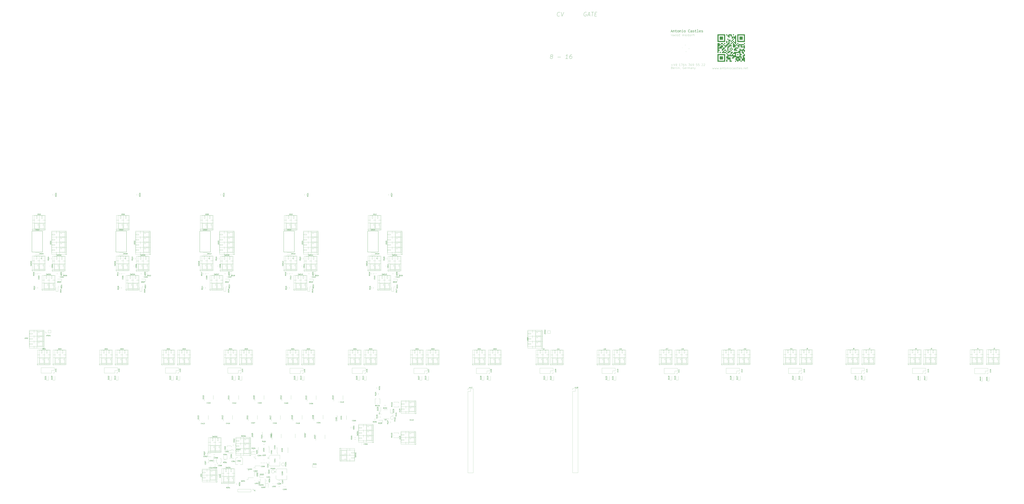
<source format=gbr>
%TF.GenerationSoftware,KiCad,Pcbnew,7.0.8*%
%TF.CreationDate,2023-11-15T12:02:35+01:00*%
%TF.ProjectId,JL,4a4c2e6b-6963-4616-945f-706362585858,rev?*%
%TF.SameCoordinates,Original*%
%TF.FileFunction,Legend,Top*%
%TF.FilePolarity,Positive*%
%FSLAX46Y46*%
G04 Gerber Fmt 4.6, Leading zero omitted, Abs format (unit mm)*
G04 Created by KiCad (PCBNEW 7.0.8) date 2023-11-15 12:02:35*
%MOMM*%
%LPD*%
G01*
G04 APERTURE LIST*
%ADD10C,0.150000*%
%ADD11C,0.100000*%
%ADD12C,0.120000*%
%ADD13C,0.152400*%
G04 APERTURE END LIST*
D10*
X608510588Y-341671723D02*
X608296303Y-341862200D01*
X608296303Y-341862200D02*
X607701064Y-342052676D01*
X607701064Y-342052676D02*
X607320112Y-342052676D01*
X607320112Y-342052676D02*
X606772493Y-341862200D01*
X606772493Y-341862200D02*
X606439160Y-341481247D01*
X606439160Y-341481247D02*
X606296303Y-341100295D01*
X606296303Y-341100295D02*
X606201064Y-340338390D01*
X606201064Y-340338390D02*
X606272493Y-339766961D01*
X606272493Y-339766961D02*
X606558207Y-339005057D01*
X606558207Y-339005057D02*
X606796303Y-338624104D01*
X606796303Y-338624104D02*
X607224874Y-338243152D01*
X607224874Y-338243152D02*
X607820112Y-338052676D01*
X607820112Y-338052676D02*
X608201064Y-338052676D01*
X608201064Y-338052676D02*
X608748684Y-338243152D01*
X608748684Y-338243152D02*
X608915350Y-338433628D01*
X610105826Y-338052676D02*
X610939160Y-342052676D01*
X610939160Y-342052676D02*
X612772493Y-338052676D01*
X634498684Y-338143152D02*
X634141541Y-337952676D01*
X634141541Y-337952676D02*
X633570112Y-337952676D01*
X633570112Y-337952676D02*
X632974874Y-338143152D01*
X632974874Y-338143152D02*
X632546303Y-338524104D01*
X632546303Y-338524104D02*
X632308207Y-338905057D01*
X632308207Y-338905057D02*
X632022493Y-339666961D01*
X632022493Y-339666961D02*
X631951064Y-340238390D01*
X631951064Y-340238390D02*
X632046303Y-341000295D01*
X632046303Y-341000295D02*
X632189160Y-341381247D01*
X632189160Y-341381247D02*
X632522493Y-341762200D01*
X632522493Y-341762200D02*
X633070112Y-341952676D01*
X633070112Y-341952676D02*
X633451064Y-341952676D01*
X633451064Y-341952676D02*
X634046303Y-341762200D01*
X634046303Y-341762200D02*
X634260588Y-341571723D01*
X634260588Y-341571723D02*
X634427255Y-340238390D01*
X634427255Y-340238390D02*
X633665350Y-340238390D01*
X635879636Y-340809819D02*
X637784398Y-340809819D01*
X635355826Y-341952676D02*
X637189160Y-337952676D01*
X637189160Y-337952676D02*
X638022493Y-341952676D01*
X639284397Y-337952676D02*
X641570112Y-337952676D01*
X639927255Y-341952676D02*
X640427255Y-337952676D01*
X642665350Y-339857438D02*
X643998683Y-339857438D01*
X644308207Y-341952676D02*
X642403445Y-341952676D01*
X642403445Y-341952676D02*
X642903445Y-337952676D01*
X642903445Y-337952676D02*
X644808207Y-337952676D01*
X600462526Y-380737272D02*
X600105383Y-380546796D01*
X600105383Y-380546796D02*
X599938716Y-380356320D01*
X599938716Y-380356320D02*
X599795859Y-379975368D01*
X599795859Y-379975368D02*
X599819669Y-379784891D01*
X599819669Y-379784891D02*
X600057764Y-379403939D01*
X600057764Y-379403939D02*
X600272050Y-379213463D01*
X600272050Y-379213463D02*
X600676812Y-379022987D01*
X600676812Y-379022987D02*
X601438716Y-379022987D01*
X601438716Y-379022987D02*
X601795859Y-379213463D01*
X601795859Y-379213463D02*
X601962526Y-379403939D01*
X601962526Y-379403939D02*
X602105383Y-379784891D01*
X602105383Y-379784891D02*
X602081573Y-379975368D01*
X602081573Y-379975368D02*
X601843478Y-380356320D01*
X601843478Y-380356320D02*
X601629192Y-380546796D01*
X601629192Y-380546796D02*
X601224431Y-380737272D01*
X601224431Y-380737272D02*
X600462526Y-380737272D01*
X600462526Y-380737272D02*
X600057764Y-380927749D01*
X600057764Y-380927749D02*
X599843478Y-381118225D01*
X599843478Y-381118225D02*
X599605383Y-381499177D01*
X599605383Y-381499177D02*
X599510145Y-382261082D01*
X599510145Y-382261082D02*
X599653002Y-382642034D01*
X599653002Y-382642034D02*
X599819669Y-382832511D01*
X599819669Y-382832511D02*
X600176812Y-383022987D01*
X600176812Y-383022987D02*
X600938716Y-383022987D01*
X600938716Y-383022987D02*
X601343478Y-382832511D01*
X601343478Y-382832511D02*
X601557764Y-382642034D01*
X601557764Y-382642034D02*
X601795859Y-382261082D01*
X601795859Y-382261082D02*
X601891097Y-381499177D01*
X601891097Y-381499177D02*
X601748240Y-381118225D01*
X601748240Y-381118225D02*
X601581573Y-380927749D01*
X601581573Y-380927749D02*
X601224431Y-380737272D01*
X606653002Y-381499177D02*
X609700621Y-381499177D01*
X616557764Y-383022987D02*
X614272050Y-383022987D01*
X615414907Y-383022987D02*
X615914907Y-379022987D01*
X615914907Y-379022987D02*
X615462526Y-379594415D01*
X615462526Y-379594415D02*
X615033955Y-379975368D01*
X615033955Y-379975368D02*
X614629193Y-380165844D01*
X620486336Y-379022987D02*
X619724431Y-379022987D01*
X619724431Y-379022987D02*
X619319669Y-379213463D01*
X619319669Y-379213463D02*
X619105383Y-379403939D01*
X619105383Y-379403939D02*
X618653002Y-379975368D01*
X618653002Y-379975368D02*
X618367288Y-380737272D01*
X618367288Y-380737272D02*
X618176812Y-382261082D01*
X618176812Y-382261082D02*
X618319669Y-382642034D01*
X618319669Y-382642034D02*
X618486336Y-382832511D01*
X618486336Y-382832511D02*
X618843479Y-383022987D01*
X618843479Y-383022987D02*
X619605383Y-383022987D01*
X619605383Y-383022987D02*
X620010145Y-382832511D01*
X620010145Y-382832511D02*
X620224431Y-382642034D01*
X620224431Y-382642034D02*
X620462526Y-382261082D01*
X620462526Y-382261082D02*
X620581574Y-381308701D01*
X620581574Y-381308701D02*
X620438717Y-380927749D01*
X620438717Y-380927749D02*
X620272050Y-380737272D01*
X620272050Y-380737272D02*
X619914907Y-380546796D01*
X619914907Y-380546796D02*
X619153002Y-380546796D01*
X619153002Y-380546796D02*
X618748240Y-380737272D01*
X618748240Y-380737272D02*
X618533955Y-380927749D01*
X618533955Y-380927749D02*
X618295859Y-381308701D01*
D11*
X756151503Y-391766704D02*
X756532455Y-393100038D01*
X756532455Y-393100038D02*
X756913408Y-392147657D01*
X756913408Y-392147657D02*
X757294360Y-393100038D01*
X757294360Y-393100038D02*
X757675312Y-391766704D01*
X758246741Y-391766704D02*
X758627693Y-393100038D01*
X758627693Y-393100038D02*
X759008646Y-392147657D01*
X759008646Y-392147657D02*
X759389598Y-393100038D01*
X759389598Y-393100038D02*
X759770550Y-391766704D01*
X760341979Y-391766704D02*
X760722931Y-393100038D01*
X760722931Y-393100038D02*
X761103884Y-392147657D01*
X761103884Y-392147657D02*
X761484836Y-393100038D01*
X761484836Y-393100038D02*
X761865788Y-391766704D01*
X762627693Y-392909561D02*
X762722931Y-393004800D01*
X762722931Y-393004800D02*
X762627693Y-393100038D01*
X762627693Y-393100038D02*
X762532455Y-393004800D01*
X762532455Y-393004800D02*
X762627693Y-392909561D01*
X762627693Y-392909561D02*
X762627693Y-393100038D01*
X764437217Y-393100038D02*
X764437217Y-392052419D01*
X764437217Y-392052419D02*
X764341979Y-391861942D01*
X764341979Y-391861942D02*
X764151503Y-391766704D01*
X764151503Y-391766704D02*
X763770550Y-391766704D01*
X763770550Y-391766704D02*
X763580074Y-391861942D01*
X764437217Y-393004800D02*
X764246741Y-393100038D01*
X764246741Y-393100038D02*
X763770550Y-393100038D01*
X763770550Y-393100038D02*
X763580074Y-393004800D01*
X763580074Y-393004800D02*
X763484836Y-392814323D01*
X763484836Y-392814323D02*
X763484836Y-392623847D01*
X763484836Y-392623847D02*
X763580074Y-392433371D01*
X763580074Y-392433371D02*
X763770550Y-392338133D01*
X763770550Y-392338133D02*
X764246741Y-392338133D01*
X764246741Y-392338133D02*
X764437217Y-392242895D01*
X765389598Y-391766704D02*
X765389598Y-393100038D01*
X765389598Y-391957180D02*
X765484836Y-391861942D01*
X765484836Y-391861942D02*
X765675312Y-391766704D01*
X765675312Y-391766704D02*
X765961027Y-391766704D01*
X765961027Y-391766704D02*
X766151503Y-391861942D01*
X766151503Y-391861942D02*
X766246741Y-392052419D01*
X766246741Y-392052419D02*
X766246741Y-393100038D01*
X766913408Y-391766704D02*
X767675312Y-391766704D01*
X767199122Y-391100038D02*
X767199122Y-392814323D01*
X767199122Y-392814323D02*
X767294360Y-393004800D01*
X767294360Y-393004800D02*
X767484836Y-393100038D01*
X767484836Y-393100038D02*
X767675312Y-393100038D01*
X768627693Y-393100038D02*
X768437217Y-393004800D01*
X768437217Y-393004800D02*
X768341979Y-392909561D01*
X768341979Y-392909561D02*
X768246741Y-392719085D01*
X768246741Y-392719085D02*
X768246741Y-392147657D01*
X768246741Y-392147657D02*
X768341979Y-391957180D01*
X768341979Y-391957180D02*
X768437217Y-391861942D01*
X768437217Y-391861942D02*
X768627693Y-391766704D01*
X768627693Y-391766704D02*
X768913408Y-391766704D01*
X768913408Y-391766704D02*
X769103884Y-391861942D01*
X769103884Y-391861942D02*
X769199122Y-391957180D01*
X769199122Y-391957180D02*
X769294360Y-392147657D01*
X769294360Y-392147657D02*
X769294360Y-392719085D01*
X769294360Y-392719085D02*
X769199122Y-392909561D01*
X769199122Y-392909561D02*
X769103884Y-393004800D01*
X769103884Y-393004800D02*
X768913408Y-393100038D01*
X768913408Y-393100038D02*
X768627693Y-393100038D01*
X770151503Y-391766704D02*
X770151503Y-393100038D01*
X770151503Y-391957180D02*
X770246741Y-391861942D01*
X770246741Y-391861942D02*
X770437217Y-391766704D01*
X770437217Y-391766704D02*
X770722932Y-391766704D01*
X770722932Y-391766704D02*
X770913408Y-391861942D01*
X770913408Y-391861942D02*
X771008646Y-392052419D01*
X771008646Y-392052419D02*
X771008646Y-393100038D01*
X771961027Y-393100038D02*
X771961027Y-391766704D01*
X771961027Y-391100038D02*
X771865789Y-391195276D01*
X771865789Y-391195276D02*
X771961027Y-391290514D01*
X771961027Y-391290514D02*
X772056265Y-391195276D01*
X772056265Y-391195276D02*
X771961027Y-391100038D01*
X771961027Y-391100038D02*
X771961027Y-391290514D01*
X773199122Y-393100038D02*
X773008646Y-393004800D01*
X773008646Y-393004800D02*
X772913408Y-392909561D01*
X772913408Y-392909561D02*
X772818170Y-392719085D01*
X772818170Y-392719085D02*
X772818170Y-392147657D01*
X772818170Y-392147657D02*
X772913408Y-391957180D01*
X772913408Y-391957180D02*
X773008646Y-391861942D01*
X773008646Y-391861942D02*
X773199122Y-391766704D01*
X773199122Y-391766704D02*
X773484837Y-391766704D01*
X773484837Y-391766704D02*
X773675313Y-391861942D01*
X773675313Y-391861942D02*
X773770551Y-391957180D01*
X773770551Y-391957180D02*
X773865789Y-392147657D01*
X773865789Y-392147657D02*
X773865789Y-392719085D01*
X773865789Y-392719085D02*
X773770551Y-392909561D01*
X773770551Y-392909561D02*
X773675313Y-393004800D01*
X773675313Y-393004800D02*
X773484837Y-393100038D01*
X773484837Y-393100038D02*
X773199122Y-393100038D01*
X775580075Y-393004800D02*
X775389599Y-393100038D01*
X775389599Y-393100038D02*
X775008646Y-393100038D01*
X775008646Y-393100038D02*
X774818170Y-393004800D01*
X774818170Y-393004800D02*
X774722932Y-392909561D01*
X774722932Y-392909561D02*
X774627694Y-392719085D01*
X774627694Y-392719085D02*
X774627694Y-392147657D01*
X774627694Y-392147657D02*
X774722932Y-391957180D01*
X774722932Y-391957180D02*
X774818170Y-391861942D01*
X774818170Y-391861942D02*
X775008646Y-391766704D01*
X775008646Y-391766704D02*
X775389599Y-391766704D01*
X775389599Y-391766704D02*
X775580075Y-391861942D01*
X777294361Y-393100038D02*
X777294361Y-392052419D01*
X777294361Y-392052419D02*
X777199123Y-391861942D01*
X777199123Y-391861942D02*
X777008647Y-391766704D01*
X777008647Y-391766704D02*
X776627694Y-391766704D01*
X776627694Y-391766704D02*
X776437218Y-391861942D01*
X777294361Y-393004800D02*
X777103885Y-393100038D01*
X777103885Y-393100038D02*
X776627694Y-393100038D01*
X776627694Y-393100038D02*
X776437218Y-393004800D01*
X776437218Y-393004800D02*
X776341980Y-392814323D01*
X776341980Y-392814323D02*
X776341980Y-392623847D01*
X776341980Y-392623847D02*
X776437218Y-392433371D01*
X776437218Y-392433371D02*
X776627694Y-392338133D01*
X776627694Y-392338133D02*
X777103885Y-392338133D01*
X777103885Y-392338133D02*
X777294361Y-392242895D01*
X778151504Y-393004800D02*
X778341980Y-393100038D01*
X778341980Y-393100038D02*
X778722932Y-393100038D01*
X778722932Y-393100038D02*
X778913409Y-393004800D01*
X778913409Y-393004800D02*
X779008647Y-392814323D01*
X779008647Y-392814323D02*
X779008647Y-392719085D01*
X779008647Y-392719085D02*
X778913409Y-392528609D01*
X778913409Y-392528609D02*
X778722932Y-392433371D01*
X778722932Y-392433371D02*
X778437218Y-392433371D01*
X778437218Y-392433371D02*
X778246742Y-392338133D01*
X778246742Y-392338133D02*
X778151504Y-392147657D01*
X778151504Y-392147657D02*
X778151504Y-392052419D01*
X778151504Y-392052419D02*
X778246742Y-391861942D01*
X778246742Y-391861942D02*
X778437218Y-391766704D01*
X778437218Y-391766704D02*
X778722932Y-391766704D01*
X778722932Y-391766704D02*
X778913409Y-391861942D01*
X779580076Y-391766704D02*
X780341980Y-391766704D01*
X779865790Y-391100038D02*
X779865790Y-392814323D01*
X779865790Y-392814323D02*
X779961028Y-393004800D01*
X779961028Y-393004800D02*
X780151504Y-393100038D01*
X780151504Y-393100038D02*
X780341980Y-393100038D01*
X781294361Y-393100038D02*
X781103885Y-393004800D01*
X781103885Y-393004800D02*
X781008647Y-392814323D01*
X781008647Y-392814323D02*
X781008647Y-391100038D01*
X782818171Y-393004800D02*
X782627695Y-393100038D01*
X782627695Y-393100038D02*
X782246742Y-393100038D01*
X782246742Y-393100038D02*
X782056266Y-393004800D01*
X782056266Y-393004800D02*
X781961028Y-392814323D01*
X781961028Y-392814323D02*
X781961028Y-392052419D01*
X781961028Y-392052419D02*
X782056266Y-391861942D01*
X782056266Y-391861942D02*
X782246742Y-391766704D01*
X782246742Y-391766704D02*
X782627695Y-391766704D01*
X782627695Y-391766704D02*
X782818171Y-391861942D01*
X782818171Y-391861942D02*
X782913409Y-392052419D01*
X782913409Y-392052419D02*
X782913409Y-392242895D01*
X782913409Y-392242895D02*
X781961028Y-392433371D01*
X783675314Y-393004800D02*
X783865790Y-393100038D01*
X783865790Y-393100038D02*
X784246742Y-393100038D01*
X784246742Y-393100038D02*
X784437219Y-393004800D01*
X784437219Y-393004800D02*
X784532457Y-392814323D01*
X784532457Y-392814323D02*
X784532457Y-392719085D01*
X784532457Y-392719085D02*
X784437219Y-392528609D01*
X784437219Y-392528609D02*
X784246742Y-392433371D01*
X784246742Y-392433371D02*
X783961028Y-392433371D01*
X783961028Y-392433371D02*
X783770552Y-392338133D01*
X783770552Y-392338133D02*
X783675314Y-392147657D01*
X783675314Y-392147657D02*
X783675314Y-392052419D01*
X783675314Y-392052419D02*
X783770552Y-391861942D01*
X783770552Y-391861942D02*
X783961028Y-391766704D01*
X783961028Y-391766704D02*
X784246742Y-391766704D01*
X784246742Y-391766704D02*
X784437219Y-391861942D01*
X785389600Y-392909561D02*
X785484838Y-393004800D01*
X785484838Y-393004800D02*
X785389600Y-393100038D01*
X785389600Y-393100038D02*
X785294362Y-393004800D01*
X785294362Y-393004800D02*
X785389600Y-392909561D01*
X785389600Y-392909561D02*
X785389600Y-393100038D01*
X786341981Y-391766704D02*
X786341981Y-393100038D01*
X786341981Y-391957180D02*
X786437219Y-391861942D01*
X786437219Y-391861942D02*
X786627695Y-391766704D01*
X786627695Y-391766704D02*
X786913410Y-391766704D01*
X786913410Y-391766704D02*
X787103886Y-391861942D01*
X787103886Y-391861942D02*
X787199124Y-392052419D01*
X787199124Y-392052419D02*
X787199124Y-393100038D01*
X788913410Y-393004800D02*
X788722934Y-393100038D01*
X788722934Y-393100038D02*
X788341981Y-393100038D01*
X788341981Y-393100038D02*
X788151505Y-393004800D01*
X788151505Y-393004800D02*
X788056267Y-392814323D01*
X788056267Y-392814323D02*
X788056267Y-392052419D01*
X788056267Y-392052419D02*
X788151505Y-391861942D01*
X788151505Y-391861942D02*
X788341981Y-391766704D01*
X788341981Y-391766704D02*
X788722934Y-391766704D01*
X788722934Y-391766704D02*
X788913410Y-391861942D01*
X788913410Y-391861942D02*
X789008648Y-392052419D01*
X789008648Y-392052419D02*
X789008648Y-392242895D01*
X789008648Y-392242895D02*
X788056267Y-392433371D01*
X789580077Y-391766704D02*
X790341981Y-391766704D01*
X789865791Y-391100038D02*
X789865791Y-392814323D01*
X789865791Y-392814323D02*
X789961029Y-393004800D01*
X789961029Y-393004800D02*
X790151505Y-393100038D01*
X790151505Y-393100038D02*
X790341981Y-393100038D01*
G36*
X717206489Y-356789685D02*
G01*
X716253210Y-356789685D01*
X716311828Y-356561807D01*
X717139078Y-356561807D01*
X717206489Y-356789685D01*
G37*
G36*
X716750732Y-355576287D02*
G01*
X716059036Y-357540000D01*
X715767411Y-357540000D01*
X716738276Y-354913900D01*
X716771981Y-354913900D01*
X717742847Y-357540000D01*
X717438764Y-357540000D01*
X716750732Y-355576287D01*
G37*
G36*
X718102616Y-357540000D02*
G01*
X718102616Y-355617320D01*
X718397906Y-355617320D01*
X718397906Y-355958771D01*
X718417346Y-355929771D01*
X718437565Y-355901756D01*
X718458562Y-355874725D01*
X718480338Y-355848679D01*
X718502892Y-355823617D01*
X718526225Y-355799540D01*
X718550336Y-355776448D01*
X718575226Y-355754340D01*
X718600837Y-355733320D01*
X718627113Y-355713490D01*
X718654052Y-355694852D01*
X718681655Y-355677404D01*
X718709922Y-355661146D01*
X718738854Y-355646079D01*
X718768449Y-355632203D01*
X718798709Y-355619518D01*
X718829437Y-355608012D01*
X718860441Y-355598040D01*
X718891719Y-355589602D01*
X718923272Y-355582698D01*
X718955100Y-355577329D01*
X718987203Y-355573493D01*
X719019580Y-355571192D01*
X719052233Y-355570425D01*
X719082018Y-355571127D01*
X719120789Y-355574247D01*
X719158485Y-355579863D01*
X719195104Y-355587974D01*
X719230647Y-355598582D01*
X719265114Y-355611685D01*
X719298505Y-355627284D01*
X719330819Y-355645379D01*
X719338729Y-355650293D01*
X719369630Y-355671782D01*
X719398951Y-355696317D01*
X719426691Y-355723897D01*
X719446460Y-355746581D01*
X719465340Y-355770978D01*
X719483331Y-355797088D01*
X719500433Y-355824911D01*
X719516647Y-355854447D01*
X719531972Y-355885696D01*
X719541695Y-355907480D01*
X719555314Y-355941589D01*
X719567593Y-355977693D01*
X719578532Y-356015795D01*
X719588132Y-356055892D01*
X719596392Y-356097986D01*
X719601155Y-356127158D01*
X719605322Y-356157217D01*
X719608894Y-356188163D01*
X719611871Y-356219997D01*
X719614253Y-356252718D01*
X719616039Y-356286326D01*
X719617229Y-356320821D01*
X719617825Y-356356204D01*
X719617899Y-356374228D01*
X719617899Y-357540000D01*
X719321877Y-357540000D01*
X719321877Y-356383021D01*
X719321471Y-356345961D01*
X719320254Y-356310344D01*
X719318225Y-356276169D01*
X719315385Y-356243436D01*
X719311734Y-356212147D01*
X719307271Y-356182299D01*
X719300058Y-356144747D01*
X719291403Y-356109759D01*
X719281305Y-356077336D01*
X719275715Y-356062086D01*
X719263636Y-356033097D01*
X719250481Y-356006215D01*
X719232525Y-355975575D01*
X719212886Y-355948227D01*
X719191566Y-355924170D01*
X719168565Y-355903405D01*
X719148953Y-355889162D01*
X719123475Y-355873964D01*
X719096961Y-355861341D01*
X719069408Y-355851295D01*
X719040818Y-355843825D01*
X719011190Y-355838930D01*
X718980525Y-355836612D01*
X718967969Y-355836406D01*
X718937461Y-355837443D01*
X718906846Y-355840556D01*
X718876124Y-355845744D01*
X718845294Y-355853007D01*
X718814357Y-355862345D01*
X718783313Y-355873758D01*
X718770865Y-355878904D01*
X718740311Y-355892832D01*
X718710472Y-355908514D01*
X718681349Y-355925948D01*
X718652941Y-355945136D01*
X718625249Y-355966076D01*
X718598273Y-355988770D01*
X718587683Y-355998339D01*
X718562119Y-356023397D01*
X718538095Y-356050030D01*
X718515608Y-356078238D01*
X718494661Y-356108019D01*
X718479010Y-356132978D01*
X718464344Y-356158944D01*
X718450662Y-356185917D01*
X718438298Y-356213669D01*
X718427581Y-356242337D01*
X718418514Y-356271921D01*
X718411095Y-356302421D01*
X718405325Y-356333837D01*
X718401203Y-356366168D01*
X718398730Y-356399416D01*
X718397906Y-356433579D01*
X718397906Y-357540000D01*
X718102616Y-357540000D01*
G37*
G36*
X721158827Y-357575170D02*
G01*
X721124654Y-357574623D01*
X721091654Y-357572981D01*
X721059825Y-357570244D01*
X721029169Y-357566412D01*
X720999684Y-357561485D01*
X720962195Y-357553214D01*
X720926789Y-357542996D01*
X720893467Y-357530831D01*
X720862229Y-357516720D01*
X720854745Y-357512889D01*
X720826100Y-357496059D01*
X720799149Y-357477076D01*
X720773893Y-357455942D01*
X720750331Y-357432655D01*
X720728464Y-357407215D01*
X720708291Y-357379624D01*
X720689812Y-357349879D01*
X720673028Y-357317983D01*
X720657961Y-357283934D01*
X720644269Y-357247732D01*
X720634900Y-357219169D01*
X720626305Y-357189395D01*
X720618483Y-357158410D01*
X720611433Y-357126214D01*
X720605156Y-357092808D01*
X720599652Y-357058190D01*
X720594921Y-357022363D01*
X720590963Y-356985324D01*
X720587760Y-356946886D01*
X720585021Y-356907134D01*
X720582745Y-356866068D01*
X720580933Y-356823689D01*
X720579585Y-356779995D01*
X720578944Y-356750137D01*
X720578509Y-356719694D01*
X720578280Y-356688668D01*
X720578257Y-356657057D01*
X720578440Y-356624863D01*
X720578830Y-356592085D01*
X720579425Y-356558723D01*
X720580226Y-356524777D01*
X720580704Y-356507585D01*
X720631263Y-355143244D01*
X720947801Y-355105875D01*
X720990300Y-355101479D01*
X720994696Y-355130788D01*
X720977225Y-355156434D01*
X720961998Y-355182079D01*
X720958060Y-355189406D01*
X720947996Y-355217261D01*
X720941026Y-355249447D01*
X720936378Y-355281069D01*
X720935345Y-355289790D01*
X720897243Y-355762400D01*
X720909699Y-355837871D01*
X720880390Y-356527369D01*
X720878996Y-356566555D01*
X720877929Y-356604614D01*
X720877187Y-356641546D01*
X720876772Y-356677349D01*
X720876684Y-356712025D01*
X720876921Y-356745573D01*
X720877485Y-356777993D01*
X720878375Y-356809286D01*
X720879592Y-356839451D01*
X720882028Y-356882584D01*
X720885199Y-356923179D01*
X720889104Y-356961238D01*
X720893743Y-356996759D01*
X720897243Y-357019030D01*
X720903151Y-357050637D01*
X720909883Y-357080338D01*
X720920141Y-357116975D01*
X720931864Y-357150222D01*
X720945054Y-357180081D01*
X720959708Y-357206551D01*
X720980087Y-357234872D01*
X721002756Y-357257899D01*
X721027804Y-357276475D01*
X721055321Y-357291902D01*
X721085306Y-357304181D01*
X721117760Y-357313312D01*
X721152683Y-357319294D01*
X721182398Y-357321812D01*
X721205722Y-357322379D01*
X721240023Y-357321520D01*
X721273316Y-357318944D01*
X721305602Y-357314651D01*
X721336880Y-357308640D01*
X721367151Y-357300912D01*
X721396414Y-357291467D01*
X721424670Y-357280304D01*
X721451919Y-357267424D01*
X721479018Y-357253228D01*
X721506461Y-357238115D01*
X721534247Y-357222087D01*
X721562377Y-357205143D01*
X721590851Y-357187282D01*
X721619668Y-357168506D01*
X721648828Y-357148814D01*
X721678332Y-357128206D01*
X721770655Y-357368541D01*
X721743781Y-357387842D01*
X721716740Y-357406176D01*
X721689531Y-357423545D01*
X721662154Y-357439948D01*
X721634611Y-357455384D01*
X721606899Y-357469855D01*
X721579020Y-357483360D01*
X721550974Y-357495898D01*
X721522761Y-357507471D01*
X721494380Y-357518078D01*
X721475366Y-357524612D01*
X721446811Y-357533648D01*
X721418024Y-357541794D01*
X721389006Y-357549052D01*
X721359755Y-357555421D01*
X721330273Y-357560902D01*
X721300559Y-357565493D01*
X721270613Y-357569196D01*
X721240435Y-357572011D01*
X721210025Y-357573936D01*
X721179384Y-357574973D01*
X721158827Y-357575170D01*
G37*
G36*
X720192358Y-355617320D02*
G01*
X721580879Y-355617320D01*
X721580879Y-355866448D01*
X720192358Y-355866448D01*
X720192358Y-355617320D01*
G37*
G36*
X723083190Y-355570929D02*
G01*
X723115167Y-355572440D01*
X723146662Y-355574959D01*
X723177677Y-355578485D01*
X723208212Y-355583019D01*
X723238265Y-355588560D01*
X723267837Y-355595109D01*
X723296929Y-355602665D01*
X723325540Y-355611229D01*
X723353670Y-355620800D01*
X723381319Y-355631379D01*
X723408487Y-355642965D01*
X723435174Y-355655559D01*
X723461381Y-355669160D01*
X723487106Y-355683769D01*
X723512351Y-355699385D01*
X723537107Y-355715797D01*
X723561181Y-355732976D01*
X723584574Y-355750923D01*
X723607285Y-355769636D01*
X723629316Y-355789116D01*
X723650665Y-355809363D01*
X723671333Y-355830378D01*
X723691320Y-355852159D01*
X723710626Y-355874708D01*
X723729250Y-355898024D01*
X723747194Y-355922106D01*
X723764456Y-355946956D01*
X723781036Y-355972573D01*
X723796936Y-355998957D01*
X723812155Y-356026108D01*
X723826692Y-356054026D01*
X723840533Y-356082508D01*
X723853482Y-356111534D01*
X723865538Y-356141103D01*
X723876700Y-356171217D01*
X723886970Y-356201874D01*
X723896347Y-356233075D01*
X723904830Y-356264820D01*
X723912421Y-356297109D01*
X723919119Y-356329941D01*
X723924923Y-356363318D01*
X723929835Y-356397238D01*
X723933853Y-356431702D01*
X723936979Y-356466710D01*
X723939211Y-356502261D01*
X723940551Y-356538357D01*
X723940997Y-356574996D01*
X723940551Y-356611106D01*
X723939211Y-356646712D01*
X723936979Y-356681814D01*
X723933853Y-356716413D01*
X723929835Y-356750507D01*
X723924923Y-356784098D01*
X723919119Y-356817186D01*
X723912421Y-356849769D01*
X723904830Y-356881849D01*
X723896347Y-356913425D01*
X723886970Y-356944497D01*
X723876700Y-356975066D01*
X723865538Y-357005131D01*
X723853482Y-357034692D01*
X723840533Y-357063749D01*
X723826692Y-357092302D01*
X723812155Y-357120135D01*
X723796936Y-357147211D01*
X723781036Y-357173532D01*
X723764456Y-357199098D01*
X723747194Y-357223907D01*
X723729250Y-357247961D01*
X723710626Y-357271260D01*
X723691320Y-357293803D01*
X723671333Y-357315590D01*
X723650665Y-357336622D01*
X723629316Y-357356898D01*
X723607285Y-357376418D01*
X723584574Y-357395183D01*
X723561181Y-357413192D01*
X723537107Y-357430445D01*
X723512351Y-357446943D01*
X723487106Y-357462471D01*
X723461381Y-357476996D01*
X723435174Y-357490520D01*
X723408487Y-357503043D01*
X723381319Y-357514563D01*
X723353670Y-357525082D01*
X723325540Y-357534598D01*
X723296929Y-357543114D01*
X723267837Y-357550627D01*
X723238265Y-357557138D01*
X723208212Y-357562648D01*
X723177677Y-357567156D01*
X723146662Y-357570662D01*
X723115167Y-357573167D01*
X723083190Y-357574670D01*
X723050732Y-357575170D01*
X723018272Y-357574670D01*
X722986286Y-357573167D01*
X722954776Y-357570662D01*
X722923741Y-357567156D01*
X722893181Y-357562648D01*
X722863096Y-357557138D01*
X722833487Y-357550627D01*
X722804352Y-357543114D01*
X722775693Y-357534598D01*
X722747509Y-357525082D01*
X722719799Y-357514563D01*
X722692565Y-357503043D01*
X722665806Y-357490520D01*
X722639523Y-357476996D01*
X722613714Y-357462471D01*
X722588381Y-357446943D01*
X722563711Y-357430445D01*
X722539711Y-357413192D01*
X722516381Y-357395183D01*
X722493721Y-357376418D01*
X722471731Y-357356898D01*
X722450410Y-357336622D01*
X722429759Y-357315590D01*
X722409778Y-357293803D01*
X722390467Y-357271260D01*
X722371825Y-357247961D01*
X722353853Y-357223907D01*
X722336551Y-357199098D01*
X722319919Y-357173532D01*
X722303956Y-357147211D01*
X722288663Y-357120135D01*
X722274040Y-357092302D01*
X722260287Y-357063749D01*
X722247421Y-357034692D01*
X722235443Y-357005131D01*
X722224352Y-356975066D01*
X722214148Y-356944497D01*
X722204831Y-356913425D01*
X722196402Y-356881849D01*
X722188860Y-356849769D01*
X722182206Y-356817186D01*
X722176438Y-356784098D01*
X722171558Y-356750507D01*
X722167565Y-356716413D01*
X722164460Y-356681814D01*
X722162242Y-356646712D01*
X722160911Y-356611106D01*
X722160467Y-356574996D01*
X722160520Y-356570600D01*
X722480669Y-356570600D01*
X722481320Y-356611365D01*
X722483271Y-356651228D01*
X722486523Y-356690190D01*
X722491076Y-356728251D01*
X722496930Y-356765410D01*
X722504085Y-356801667D01*
X722512541Y-356837022D01*
X722522298Y-356871476D01*
X722533355Y-356905029D01*
X722545713Y-356937679D01*
X722554675Y-356958946D01*
X722569028Y-356989920D01*
X722584333Y-357019645D01*
X722600592Y-357048120D01*
X722617804Y-357075347D01*
X722635969Y-357101323D01*
X722655087Y-357126051D01*
X722675159Y-357149529D01*
X722696183Y-357171758D01*
X722718161Y-357192737D01*
X722741091Y-357212467D01*
X722756908Y-357224926D01*
X722781404Y-357242211D01*
X722806530Y-357257796D01*
X722841014Y-357275931D01*
X722876620Y-357291044D01*
X722913348Y-357303134D01*
X722951198Y-357312201D01*
X722980322Y-357317018D01*
X723010077Y-357320135D01*
X723040463Y-357321552D01*
X723050732Y-357321646D01*
X723081964Y-357320796D01*
X723112462Y-357318246D01*
X723142225Y-357313996D01*
X723171255Y-357308045D01*
X723199550Y-357300394D01*
X723236135Y-357287549D01*
X723271414Y-357271681D01*
X723305389Y-357252790D01*
X723330013Y-357236638D01*
X723346022Y-357224926D01*
X723369326Y-357206029D01*
X723391703Y-357185883D01*
X723413152Y-357164487D01*
X723433674Y-357141842D01*
X723453269Y-357117947D01*
X723471937Y-357092803D01*
X723489677Y-357066410D01*
X723506489Y-357038767D01*
X723522375Y-357009875D01*
X723537333Y-356979734D01*
X723546789Y-356958946D01*
X723560015Y-356926896D01*
X723571940Y-356893945D01*
X723582564Y-356860092D01*
X723591887Y-356825337D01*
X723599909Y-356789681D01*
X723606630Y-356753123D01*
X723612050Y-356715664D01*
X723616170Y-356677303D01*
X723618988Y-356638041D01*
X723620506Y-356597877D01*
X723620795Y-356570600D01*
X723620145Y-356529965D01*
X723618193Y-356490220D01*
X723614941Y-356451363D01*
X723610388Y-356413395D01*
X723604534Y-356376316D01*
X723597379Y-356340125D01*
X723588923Y-356304823D01*
X723579167Y-356270410D01*
X723568109Y-356236885D01*
X723555751Y-356204250D01*
X723546789Y-356182986D01*
X723532450Y-356151907D01*
X723517183Y-356122141D01*
X723500988Y-356093689D01*
X723483866Y-356066551D01*
X723465817Y-356040727D01*
X723446841Y-356016216D01*
X723426937Y-355993019D01*
X723406106Y-355971136D01*
X723384347Y-355950567D01*
X723361661Y-355931311D01*
X723346022Y-355919204D01*
X723321887Y-355902181D01*
X723288565Y-355882088D01*
X723253938Y-355864972D01*
X723218005Y-355850833D01*
X723180768Y-355839670D01*
X723151983Y-355833251D01*
X723122464Y-355828507D01*
X723092212Y-355825438D01*
X723061224Y-355824042D01*
X723050732Y-355823949D01*
X723020136Y-355824786D01*
X722990170Y-355827298D01*
X722960836Y-355831484D01*
X722922706Y-355839670D01*
X722885697Y-355850833D01*
X722849811Y-355864972D01*
X722815046Y-355882088D01*
X722789709Y-355896879D01*
X722765003Y-355913344D01*
X722756908Y-355919204D01*
X722733342Y-355937584D01*
X722710729Y-355957277D01*
X722689069Y-355978284D01*
X722668362Y-356000606D01*
X722648609Y-356024240D01*
X722629808Y-356049189D01*
X722611961Y-356075451D01*
X722595067Y-356103027D01*
X722579126Y-356131917D01*
X722564138Y-356162121D01*
X722554675Y-356182986D01*
X722541449Y-356215030D01*
X722529525Y-356247962D01*
X722518901Y-356281782D01*
X722509578Y-356316492D01*
X722501556Y-356352090D01*
X722494835Y-356388577D01*
X722489414Y-356425952D01*
X722485295Y-356464217D01*
X722482476Y-356503370D01*
X722480959Y-356543411D01*
X722480669Y-356570600D01*
X722160520Y-356570600D01*
X722160911Y-356538357D01*
X722162242Y-356502261D01*
X722164460Y-356466710D01*
X722167565Y-356431702D01*
X722171558Y-356397238D01*
X722176438Y-356363318D01*
X722182206Y-356329941D01*
X722188860Y-356297109D01*
X722196402Y-356264820D01*
X722204831Y-356233075D01*
X722214148Y-356201874D01*
X722224352Y-356171217D01*
X722235443Y-356141103D01*
X722247421Y-356111534D01*
X722260287Y-356082508D01*
X722274040Y-356054026D01*
X722288663Y-356026108D01*
X722303956Y-355998957D01*
X722319919Y-355972573D01*
X722336551Y-355946956D01*
X722353853Y-355922106D01*
X722371825Y-355898024D01*
X722390467Y-355874708D01*
X722409778Y-355852159D01*
X722429759Y-355830378D01*
X722450410Y-355809363D01*
X722471731Y-355789116D01*
X722493721Y-355769636D01*
X722516381Y-355750923D01*
X722539711Y-355732976D01*
X722563711Y-355715797D01*
X722588381Y-355699385D01*
X722613714Y-355683769D01*
X722639523Y-355669160D01*
X722665806Y-355655559D01*
X722692565Y-355642965D01*
X722719799Y-355631379D01*
X722747509Y-355620800D01*
X722775693Y-355611229D01*
X722804352Y-355602665D01*
X722833487Y-355595109D01*
X722863096Y-355588560D01*
X722893181Y-355583019D01*
X722923741Y-355578485D01*
X722954776Y-355574959D01*
X722986286Y-355572440D01*
X723018272Y-355570929D01*
X723050732Y-355570425D01*
X723083190Y-355570929D01*
G37*
G36*
X724398220Y-357540000D02*
G01*
X724398220Y-355617320D01*
X724693510Y-355617320D01*
X724693510Y-355958771D01*
X724712950Y-355929771D01*
X724733169Y-355901756D01*
X724754166Y-355874725D01*
X724775942Y-355848679D01*
X724798496Y-355823617D01*
X724821829Y-355799540D01*
X724845940Y-355776448D01*
X724870830Y-355754340D01*
X724896441Y-355733320D01*
X724922716Y-355713490D01*
X724949655Y-355694852D01*
X724977259Y-355677404D01*
X725005526Y-355661146D01*
X725034457Y-355646079D01*
X725064053Y-355632203D01*
X725094312Y-355619518D01*
X725125041Y-355608012D01*
X725156045Y-355598040D01*
X725187323Y-355589602D01*
X725218876Y-355582698D01*
X725250704Y-355577329D01*
X725282807Y-355573493D01*
X725315184Y-355571192D01*
X725347836Y-355570425D01*
X725377621Y-355571127D01*
X725416393Y-355574247D01*
X725454088Y-355579863D01*
X725490708Y-355587974D01*
X725526251Y-355598582D01*
X725560717Y-355611685D01*
X725594108Y-355627284D01*
X725626423Y-355645379D01*
X725634333Y-355650293D01*
X725665234Y-355671782D01*
X725694554Y-355696317D01*
X725722295Y-355723897D01*
X725742063Y-355746581D01*
X725760943Y-355770978D01*
X725778935Y-355797088D01*
X725796037Y-355824911D01*
X725812251Y-355854447D01*
X725827576Y-355885696D01*
X725837299Y-355907480D01*
X725850917Y-355941589D01*
X725863196Y-355977693D01*
X725874136Y-356015795D01*
X725883736Y-356055892D01*
X725891996Y-356097986D01*
X725896759Y-356127158D01*
X725900926Y-356157217D01*
X725904498Y-356188163D01*
X725907475Y-356219997D01*
X725909856Y-356252718D01*
X725911642Y-356286326D01*
X725912833Y-356320821D01*
X725913428Y-356356204D01*
X725913503Y-356374228D01*
X725913503Y-357540000D01*
X725617480Y-357540000D01*
X725617480Y-356383021D01*
X725617075Y-356345961D01*
X725615857Y-356310344D01*
X725613829Y-356276169D01*
X725610989Y-356243436D01*
X725607337Y-356212147D01*
X725602874Y-356182299D01*
X725595662Y-356144747D01*
X725587006Y-356109759D01*
X725576908Y-356077336D01*
X725571318Y-356062086D01*
X725559240Y-356033097D01*
X725546085Y-356006215D01*
X725528128Y-355975575D01*
X725508490Y-355948227D01*
X725487170Y-355924170D01*
X725464168Y-355903405D01*
X725444556Y-355889162D01*
X725419079Y-355873964D01*
X725392564Y-355861341D01*
X725365012Y-355851295D01*
X725336422Y-355843825D01*
X725306794Y-355838930D01*
X725276129Y-355836612D01*
X725263572Y-355836406D01*
X725233065Y-355837443D01*
X725202450Y-355840556D01*
X725171727Y-355845744D01*
X725140898Y-355853007D01*
X725109961Y-355862345D01*
X725078916Y-355873758D01*
X725066468Y-355878904D01*
X725035914Y-355892832D01*
X725006076Y-355908514D01*
X724976952Y-355925948D01*
X724948545Y-355945136D01*
X724920853Y-355966076D01*
X724893877Y-355988770D01*
X724883286Y-355998339D01*
X724857723Y-356023397D01*
X724833698Y-356050030D01*
X724811212Y-356078238D01*
X724790264Y-356108019D01*
X724774614Y-356132978D01*
X724759947Y-356158944D01*
X724746266Y-356185917D01*
X724733901Y-356213669D01*
X724723185Y-356242337D01*
X724714118Y-356271921D01*
X724706699Y-356302421D01*
X724700928Y-356333837D01*
X724696807Y-356366168D01*
X724694334Y-356399416D01*
X724693510Y-356433579D01*
X724693510Y-357540000D01*
X724398220Y-357540000D01*
G37*
G36*
X726614724Y-357540000D02*
G01*
X726614724Y-357295268D01*
X727108583Y-357295268D01*
X727108583Y-355862051D01*
X726640369Y-355862051D01*
X726640369Y-355617320D01*
X727412665Y-355617320D01*
X727412665Y-357295268D01*
X727864026Y-357295268D01*
X727864026Y-357540000D01*
X726614724Y-357540000D01*
G37*
G36*
X727243405Y-355218715D02*
G01*
X727211033Y-355216500D01*
X727180413Y-355209854D01*
X727151545Y-355198777D01*
X727124428Y-355183270D01*
X727099063Y-355163332D01*
X727090997Y-355155701D01*
X727069582Y-355130920D01*
X727052598Y-355104387D01*
X727040044Y-355076102D01*
X727031921Y-355046066D01*
X727028229Y-355014278D01*
X727027983Y-355003293D01*
X727030121Y-354969453D01*
X727036535Y-354937726D01*
X727047225Y-354908110D01*
X727062192Y-354880607D01*
X727081435Y-354855216D01*
X727088799Y-354847222D01*
X727112988Y-354825558D01*
X727139392Y-354808376D01*
X727168011Y-354795676D01*
X727198846Y-354787459D01*
X727231896Y-354783724D01*
X727243405Y-354783475D01*
X727275828Y-354785793D01*
X727306603Y-354792748D01*
X727335729Y-354804340D01*
X727363206Y-354820569D01*
X727389035Y-354841435D01*
X727397278Y-354849420D01*
X727419689Y-354874699D01*
X727437464Y-354901627D01*
X727450601Y-354930204D01*
X727459102Y-354960429D01*
X727462966Y-354992302D01*
X727463224Y-355003293D01*
X727460905Y-355035665D01*
X727453950Y-355066285D01*
X727442358Y-355095153D01*
X727426129Y-355122270D01*
X727405264Y-355147635D01*
X727397278Y-355155701D01*
X727371999Y-355177116D01*
X727345071Y-355194100D01*
X727316495Y-355206654D01*
X727286270Y-355214777D01*
X727254396Y-355218469D01*
X727243405Y-355218715D01*
G37*
G36*
X729378793Y-355570929D02*
G01*
X729410770Y-355572440D01*
X729442266Y-355574959D01*
X729473281Y-355578485D01*
X729503815Y-355583019D01*
X729533869Y-355588560D01*
X729563441Y-355595109D01*
X729592533Y-355602665D01*
X729621143Y-355611229D01*
X729649273Y-355620800D01*
X729676922Y-355631379D01*
X729704091Y-355642965D01*
X729730778Y-355655559D01*
X729756984Y-355669160D01*
X729782710Y-355683769D01*
X729807955Y-355699385D01*
X729832710Y-355715797D01*
X729856784Y-355732976D01*
X729880177Y-355750923D01*
X729902889Y-355769636D01*
X729924919Y-355789116D01*
X729946269Y-355809363D01*
X729966937Y-355830378D01*
X729986924Y-355852159D01*
X730006229Y-355874708D01*
X730024854Y-355898024D01*
X730042797Y-355922106D01*
X730060059Y-355946956D01*
X730076640Y-355972573D01*
X730092540Y-355998957D01*
X730107758Y-356026108D01*
X730122295Y-356054026D01*
X730136137Y-356082508D01*
X730149086Y-356111534D01*
X730161141Y-356141103D01*
X730172304Y-356171217D01*
X730182574Y-356201874D01*
X730191950Y-356233075D01*
X730200434Y-356264820D01*
X730208025Y-356297109D01*
X730214722Y-356329941D01*
X730220527Y-356363318D01*
X730225438Y-356397238D01*
X730229457Y-356431702D01*
X730232582Y-356466710D01*
X730234815Y-356502261D01*
X730236155Y-356538357D01*
X730236601Y-356574996D01*
X730236155Y-356611106D01*
X730234815Y-356646712D01*
X730232582Y-356681814D01*
X730229457Y-356716413D01*
X730225438Y-356750507D01*
X730220527Y-356784098D01*
X730214722Y-356817186D01*
X730208025Y-356849769D01*
X730200434Y-356881849D01*
X730191950Y-356913425D01*
X730182574Y-356944497D01*
X730172304Y-356975066D01*
X730161141Y-357005131D01*
X730149086Y-357034692D01*
X730136137Y-357063749D01*
X730122295Y-357092302D01*
X730107758Y-357120135D01*
X730092540Y-357147211D01*
X730076640Y-357173532D01*
X730060059Y-357199098D01*
X730042797Y-357223907D01*
X730024854Y-357247961D01*
X730006229Y-357271260D01*
X729986924Y-357293803D01*
X729966937Y-357315590D01*
X729946269Y-357336622D01*
X729924919Y-357356898D01*
X729902889Y-357376418D01*
X729880177Y-357395183D01*
X729856784Y-357413192D01*
X729832710Y-357430445D01*
X729807955Y-357446943D01*
X729782710Y-357462471D01*
X729756984Y-357476996D01*
X729730778Y-357490520D01*
X729704091Y-357503043D01*
X729676922Y-357514563D01*
X729649273Y-357525082D01*
X729621143Y-357534598D01*
X729592533Y-357543114D01*
X729563441Y-357550627D01*
X729533869Y-357557138D01*
X729503815Y-357562648D01*
X729473281Y-357567156D01*
X729442266Y-357570662D01*
X729410770Y-357573167D01*
X729378793Y-357574670D01*
X729346336Y-357575170D01*
X729313875Y-357574670D01*
X729281890Y-357573167D01*
X729250380Y-357570662D01*
X729219345Y-357567156D01*
X729188785Y-357562648D01*
X729158700Y-357557138D01*
X729129090Y-357550627D01*
X729099956Y-357543114D01*
X729071296Y-357534598D01*
X729043112Y-357525082D01*
X729015403Y-357514563D01*
X728988169Y-357503043D01*
X728961410Y-357490520D01*
X728935126Y-357476996D01*
X728909318Y-357462471D01*
X728883984Y-357446943D01*
X728859315Y-357430445D01*
X728835315Y-357413192D01*
X728811985Y-357395183D01*
X728789325Y-357376418D01*
X728767334Y-357356898D01*
X728746014Y-357336622D01*
X728725363Y-357315590D01*
X728705382Y-357293803D01*
X728686070Y-357271260D01*
X728667429Y-357247961D01*
X728649457Y-357223907D01*
X728632155Y-357199098D01*
X728615522Y-357173532D01*
X728599560Y-357147211D01*
X728584267Y-357120135D01*
X728569644Y-357092302D01*
X728555891Y-357063749D01*
X728543025Y-357034692D01*
X728531047Y-357005131D01*
X728519955Y-356975066D01*
X728509752Y-356944497D01*
X728500435Y-356913425D01*
X728492006Y-356881849D01*
X728484464Y-356849769D01*
X728477809Y-356817186D01*
X728472042Y-356784098D01*
X728467162Y-356750507D01*
X728463169Y-356716413D01*
X728460063Y-356681814D01*
X728457845Y-356646712D01*
X728456514Y-356611106D01*
X728456071Y-356574996D01*
X728456124Y-356570600D01*
X728776273Y-356570600D01*
X728776923Y-356611365D01*
X728778875Y-356651228D01*
X728782127Y-356690190D01*
X728786680Y-356728251D01*
X728792534Y-356765410D01*
X728799689Y-356801667D01*
X728808145Y-356837022D01*
X728817901Y-356871476D01*
X728828959Y-356905029D01*
X728841317Y-356937679D01*
X728850279Y-356958946D01*
X728864631Y-356989920D01*
X728879937Y-357019645D01*
X728896196Y-357048120D01*
X728913408Y-357075347D01*
X728931573Y-357101323D01*
X728950691Y-357126051D01*
X728970762Y-357149529D01*
X728991787Y-357171758D01*
X729013764Y-357192737D01*
X729036695Y-357212467D01*
X729052512Y-357224926D01*
X729077007Y-357242211D01*
X729102134Y-357257796D01*
X729136618Y-357275931D01*
X729172224Y-357291044D01*
X729208952Y-357303134D01*
X729246802Y-357312201D01*
X729275926Y-357317018D01*
X729305681Y-357320135D01*
X729336067Y-357321552D01*
X729346336Y-357321646D01*
X729377568Y-357320796D01*
X729408065Y-357318246D01*
X729437829Y-357313996D01*
X729466858Y-357308045D01*
X729495153Y-357300394D01*
X729531738Y-357287549D01*
X729567018Y-357271681D01*
X729600993Y-357252790D01*
X729625617Y-357236638D01*
X729641625Y-357224926D01*
X729664930Y-357206029D01*
X729687307Y-357185883D01*
X729708756Y-357164487D01*
X729729278Y-357141842D01*
X729748873Y-357117947D01*
X729767540Y-357092803D01*
X729785280Y-357066410D01*
X729802093Y-357038767D01*
X729817978Y-357009875D01*
X729832936Y-356979734D01*
X729842393Y-356958946D01*
X729855619Y-356926896D01*
X729867543Y-356893945D01*
X729878167Y-356860092D01*
X729887490Y-356825337D01*
X729895512Y-356789681D01*
X729902234Y-356753123D01*
X729907654Y-356715664D01*
X729911773Y-356677303D01*
X729914592Y-356638041D01*
X729916110Y-356597877D01*
X729916399Y-356570600D01*
X729915748Y-356529965D01*
X729913797Y-356490220D01*
X729910545Y-356451363D01*
X729905992Y-356413395D01*
X729900138Y-356376316D01*
X729892983Y-356340125D01*
X729884527Y-356304823D01*
X729874771Y-356270410D01*
X729863713Y-356236885D01*
X729851355Y-356204250D01*
X729842393Y-356182986D01*
X729828053Y-356151907D01*
X729812786Y-356122141D01*
X729796592Y-356093689D01*
X729779470Y-356066551D01*
X729761421Y-356040727D01*
X729742444Y-356016216D01*
X729722540Y-355993019D01*
X729701709Y-355971136D01*
X729679951Y-355950567D01*
X729657265Y-355931311D01*
X729641625Y-355919204D01*
X729617490Y-355902181D01*
X729584169Y-355882088D01*
X729549541Y-355864972D01*
X729513609Y-355850833D01*
X729476372Y-355839670D01*
X729447587Y-355833251D01*
X729418068Y-355828507D01*
X729387815Y-355825438D01*
X729356828Y-355824042D01*
X729346336Y-355823949D01*
X729315739Y-355824786D01*
X729285774Y-355827298D01*
X729256440Y-355831484D01*
X729218309Y-355839670D01*
X729181301Y-355850833D01*
X729145414Y-355864972D01*
X729110650Y-355882088D01*
X729085313Y-355896879D01*
X729060607Y-355913344D01*
X729052512Y-355919204D01*
X729028946Y-355937584D01*
X729006333Y-355957277D01*
X728984673Y-355978284D01*
X728963966Y-356000606D01*
X728944212Y-356024240D01*
X728925412Y-356049189D01*
X728907565Y-356075451D01*
X728890670Y-356103027D01*
X728874729Y-356131917D01*
X728859741Y-356162121D01*
X728850279Y-356182986D01*
X728837053Y-356215030D01*
X728825128Y-356247962D01*
X728814504Y-356281782D01*
X728805181Y-356316492D01*
X728797159Y-356352090D01*
X728790438Y-356388577D01*
X728785018Y-356425952D01*
X728780898Y-356464217D01*
X728778080Y-356503370D01*
X728776562Y-356543411D01*
X728776273Y-356570600D01*
X728456124Y-356570600D01*
X728456514Y-356538357D01*
X728457845Y-356502261D01*
X728460063Y-356466710D01*
X728463169Y-356431702D01*
X728467162Y-356397238D01*
X728472042Y-356363318D01*
X728477809Y-356329941D01*
X728484464Y-356297109D01*
X728492006Y-356264820D01*
X728500435Y-356233075D01*
X728509752Y-356201874D01*
X728519955Y-356171217D01*
X728531047Y-356141103D01*
X728543025Y-356111534D01*
X728555891Y-356082508D01*
X728569644Y-356054026D01*
X728584267Y-356026108D01*
X728599560Y-355998957D01*
X728615522Y-355972573D01*
X728632155Y-355946956D01*
X728649457Y-355922106D01*
X728667429Y-355898024D01*
X728686070Y-355874708D01*
X728705382Y-355852159D01*
X728725363Y-355830378D01*
X728746014Y-355809363D01*
X728767334Y-355789116D01*
X728789325Y-355769636D01*
X728811985Y-355750923D01*
X728835315Y-355732976D01*
X728859315Y-355715797D01*
X728883984Y-355699385D01*
X728909318Y-355683769D01*
X728935126Y-355669160D01*
X728961410Y-355655559D01*
X728988169Y-355642965D01*
X729015403Y-355631379D01*
X729043112Y-355620800D01*
X729071296Y-355611229D01*
X729099956Y-355602665D01*
X729129090Y-355595109D01*
X729158700Y-355588560D01*
X729188785Y-355583019D01*
X729219345Y-355578485D01*
X729250380Y-355574959D01*
X729281890Y-355572440D01*
X729313875Y-355570929D01*
X729346336Y-355570425D01*
X729378793Y-355570929D01*
G37*
G36*
X733691416Y-357586894D02*
G01*
X733651282Y-357586211D01*
X733611663Y-357584164D01*
X733572560Y-357580750D01*
X733533971Y-357575972D01*
X733495898Y-357569828D01*
X733458340Y-357562319D01*
X733421297Y-357553445D01*
X733384769Y-357543205D01*
X733348757Y-357531600D01*
X733313259Y-357518630D01*
X733289881Y-357509225D01*
X733255508Y-357493908D01*
X733221909Y-357477085D01*
X733189082Y-357458755D01*
X733157028Y-357438917D01*
X733125747Y-357417573D01*
X733095238Y-357394722D01*
X733065503Y-357370364D01*
X733036540Y-357344498D01*
X733008350Y-357317126D01*
X732980933Y-357288247D01*
X732963084Y-357268157D01*
X732937103Y-357236747D01*
X732912191Y-357203792D01*
X732888348Y-357169290D01*
X732865574Y-357133244D01*
X732843869Y-357095651D01*
X732829993Y-357069731D01*
X732816592Y-357043124D01*
X732803666Y-357015830D01*
X732791215Y-356987848D01*
X732779240Y-356959180D01*
X732767740Y-356929826D01*
X732756714Y-356899784D01*
X732746164Y-356869055D01*
X732741067Y-356853433D01*
X732731396Y-356821642D01*
X732722348Y-356789102D01*
X732713925Y-356755811D01*
X732706125Y-356721771D01*
X732698950Y-356686980D01*
X732692398Y-356651440D01*
X732686470Y-356615150D01*
X732681167Y-356578110D01*
X732676487Y-356540320D01*
X732672431Y-356501780D01*
X732668999Y-356462491D01*
X732666191Y-356422451D01*
X732664008Y-356381662D01*
X732662448Y-356340122D01*
X732661512Y-356297833D01*
X732661200Y-356254794D01*
X732661429Y-356216815D01*
X732662116Y-356179449D01*
X732663261Y-356142695D01*
X732664863Y-356106553D01*
X732666924Y-356071025D01*
X732669443Y-356036109D01*
X732672420Y-356001805D01*
X732675854Y-355968114D01*
X732679747Y-355935035D01*
X732684098Y-355902569D01*
X732688906Y-355870715D01*
X732694173Y-355839474D01*
X732699897Y-355808845D01*
X732706079Y-355778829D01*
X732712720Y-355749426D01*
X732719818Y-355720635D01*
X732731313Y-355678420D01*
X732743543Y-355637507D01*
X732756507Y-355597895D01*
X732770205Y-355559583D01*
X732784637Y-355522572D01*
X732799803Y-355486863D01*
X732815703Y-355452454D01*
X732832338Y-355419346D01*
X732849706Y-355387539D01*
X732867809Y-355357032D01*
X732880286Y-355337418D01*
X732899634Y-355308845D01*
X732919484Y-355281381D01*
X732939836Y-355255024D01*
X732960691Y-355229775D01*
X732982048Y-355205634D01*
X733003908Y-355182600D01*
X733026270Y-355160674D01*
X733049134Y-355139856D01*
X733072500Y-355120145D01*
X733096369Y-355101542D01*
X733112561Y-355089755D01*
X733137262Y-355072889D01*
X733162183Y-355056911D01*
X733187322Y-355041822D01*
X733221183Y-355023086D01*
X733255432Y-355005930D01*
X733290070Y-354990354D01*
X733325098Y-354976358D01*
X733360515Y-354963941D01*
X733387334Y-354955666D01*
X733423237Y-354945877D01*
X733459141Y-354937394D01*
X733495045Y-354930215D01*
X733530949Y-354924342D01*
X733566852Y-354919774D01*
X733602756Y-354916511D01*
X733638660Y-354914553D01*
X733674563Y-354913900D01*
X733710046Y-354914453D01*
X733744871Y-354916110D01*
X733779037Y-354918872D01*
X733812545Y-354922739D01*
X733845395Y-354927711D01*
X733877586Y-354933787D01*
X733909119Y-354940968D01*
X733939994Y-354949255D01*
X733970211Y-354958646D01*
X733999769Y-354969141D01*
X734028669Y-354980742D01*
X734056910Y-354993447D01*
X734084493Y-355007257D01*
X734111418Y-355022172D01*
X734137685Y-355038192D01*
X734163293Y-355055317D01*
X734188266Y-355073363D01*
X734212443Y-355092148D01*
X734235825Y-355111671D01*
X734258411Y-355131933D01*
X734280201Y-355152933D01*
X734301195Y-355174672D01*
X734321394Y-355197149D01*
X734340797Y-355220364D01*
X734359404Y-355244318D01*
X734377216Y-355269010D01*
X734394232Y-355294441D01*
X734410452Y-355320611D01*
X734425876Y-355347518D01*
X734440505Y-355375164D01*
X734454338Y-355403549D01*
X734467376Y-355432672D01*
X734214584Y-355551374D01*
X734176482Y-355568227D01*
X734164026Y-355538185D01*
X734170069Y-355508035D01*
X734164093Y-355479070D01*
X734163293Y-355477369D01*
X734149666Y-355449546D01*
X734134410Y-355421067D01*
X734119217Y-355393853D01*
X734117131Y-355390174D01*
X734097290Y-355364214D01*
X734077332Y-355339916D01*
X734057259Y-355317280D01*
X734030314Y-355289682D01*
X734003163Y-355265038D01*
X733975806Y-355243348D01*
X733948242Y-355224612D01*
X733920473Y-355208830D01*
X733899511Y-355198932D01*
X733871496Y-355187426D01*
X733843137Y-355177454D01*
X733814434Y-355169016D01*
X733785389Y-355162112D01*
X733755999Y-355156743D01*
X733726267Y-355152907D01*
X733696190Y-355150606D01*
X733665771Y-355149839D01*
X733635142Y-355150483D01*
X733605080Y-355152415D01*
X733575585Y-355155635D01*
X733537140Y-355161932D01*
X733499702Y-355170519D01*
X733463271Y-355181395D01*
X733427849Y-355194561D01*
X733393433Y-355210017D01*
X733368283Y-355223112D01*
X733335711Y-355242472D01*
X733304306Y-355263916D01*
X733274070Y-355287443D01*
X733245001Y-355313054D01*
X733223966Y-355333630D01*
X733203588Y-355355378D01*
X733183866Y-355378298D01*
X733164802Y-355402390D01*
X733146394Y-355427654D01*
X733140404Y-355436336D01*
X733122956Y-355463111D01*
X733106332Y-355490956D01*
X733090533Y-355519869D01*
X733075558Y-355549852D01*
X733061407Y-355580903D01*
X733048080Y-355613024D01*
X733035578Y-355646213D01*
X733023900Y-355680472D01*
X733013047Y-355715800D01*
X733003018Y-355752196D01*
X732996789Y-355777055D01*
X732988147Y-355815182D01*
X732980355Y-355854274D01*
X732973412Y-355894333D01*
X732967320Y-355935358D01*
X732962078Y-355977349D01*
X732957686Y-356020306D01*
X732954144Y-356064229D01*
X732952255Y-356094048D01*
X732950743Y-356124296D01*
X732949610Y-356154973D01*
X732948854Y-356186080D01*
X732948477Y-356217616D01*
X732948429Y-356233545D01*
X732948650Y-356264142D01*
X732949311Y-356294384D01*
X732950413Y-356324271D01*
X732951956Y-356353804D01*
X732955096Y-356397437D01*
X732959229Y-356440271D01*
X732964353Y-356482307D01*
X732970468Y-356523545D01*
X732977576Y-356563984D01*
X732985675Y-356603624D01*
X732994767Y-356642466D01*
X733004849Y-356680509D01*
X733015933Y-356717676D01*
X733027750Y-356753891D01*
X733040302Y-356789152D01*
X733053587Y-356823460D01*
X733067607Y-356856815D01*
X733082361Y-356889216D01*
X733097849Y-356920665D01*
X733114072Y-356951161D01*
X733131028Y-356980703D01*
X733148719Y-357009292D01*
X733160921Y-357027822D01*
X733179895Y-357054714D01*
X733199449Y-357080433D01*
X733219583Y-357104980D01*
X733240296Y-357128355D01*
X733261589Y-357150558D01*
X733283461Y-357171589D01*
X733305913Y-357191448D01*
X733328944Y-357210134D01*
X733352556Y-357227649D01*
X733384939Y-357249179D01*
X733393196Y-357254235D01*
X733426821Y-357272783D01*
X733461019Y-357288857D01*
X733495789Y-357302458D01*
X733531132Y-357313586D01*
X733567047Y-357322242D01*
X733603534Y-357328424D01*
X733640595Y-357332134D01*
X733678227Y-357333370D01*
X733711039Y-357332440D01*
X733743529Y-357329649D01*
X733775696Y-357324998D01*
X733807542Y-357318487D01*
X733839066Y-357310115D01*
X733870268Y-357299882D01*
X733882658Y-357295268D01*
X733913424Y-357282503D01*
X733943438Y-357268020D01*
X733972700Y-357251820D01*
X734001211Y-357233902D01*
X734028971Y-357214267D01*
X734055980Y-357192915D01*
X734066573Y-357183893D01*
X734092297Y-357160194D01*
X734116805Y-357135350D01*
X734140096Y-357109361D01*
X734162171Y-357082227D01*
X734183030Y-357053949D01*
X734202672Y-357024525D01*
X734210188Y-357012435D01*
X734430006Y-357156050D01*
X734413964Y-357182033D01*
X734397526Y-357207226D01*
X734380693Y-357231630D01*
X734354704Y-357266753D01*
X734327825Y-357300100D01*
X734300058Y-357331668D01*
X734271402Y-357361460D01*
X734241858Y-357389474D01*
X734211424Y-357415710D01*
X734180102Y-357440170D01*
X734147892Y-357462851D01*
X734125924Y-357476985D01*
X734091975Y-357496627D01*
X734056621Y-357514337D01*
X734019864Y-357530115D01*
X733981703Y-357543961D01*
X733942137Y-357555875D01*
X733901168Y-357565857D01*
X733858795Y-357573907D01*
X733829767Y-357578200D01*
X733800114Y-357581635D01*
X733769837Y-357584211D01*
X733738937Y-357585928D01*
X733707412Y-357586787D01*
X733691416Y-357586894D01*
G37*
G36*
X735477076Y-357575170D02*
G01*
X735436544Y-357574587D01*
X735397197Y-357572835D01*
X735359035Y-357569915D01*
X735322058Y-357565828D01*
X735286266Y-357560573D01*
X735251658Y-357554150D01*
X735218236Y-357546560D01*
X735185999Y-357537801D01*
X735154947Y-357527875D01*
X735125080Y-357516781D01*
X735096397Y-357504519D01*
X735068900Y-357491090D01*
X735042588Y-357476493D01*
X735017460Y-357460727D01*
X734993518Y-357443795D01*
X734970760Y-357425694D01*
X734939071Y-357396939D01*
X734910499Y-357366729D01*
X734885044Y-357335064D01*
X734862706Y-357301943D01*
X734843484Y-357267367D01*
X734827380Y-357231335D01*
X734814393Y-357193848D01*
X734804522Y-357154905D01*
X734797769Y-357114507D01*
X734794132Y-357072653D01*
X734793440Y-357043942D01*
X734794631Y-357005589D01*
X734798203Y-356968196D01*
X734804156Y-356931766D01*
X734812491Y-356896297D01*
X734823207Y-356861791D01*
X734836304Y-356828245D01*
X734851783Y-356795662D01*
X734869644Y-356764040D01*
X734889576Y-356733506D01*
X734911272Y-356704185D01*
X734934731Y-356676078D01*
X734959952Y-356649185D01*
X734986937Y-356623505D01*
X735015686Y-356599039D01*
X735046197Y-356575786D01*
X735078471Y-356553747D01*
X735103731Y-356537889D01*
X735129777Y-356522740D01*
X735156608Y-356508300D01*
X735184225Y-356494568D01*
X735212627Y-356481544D01*
X735241815Y-356469228D01*
X735271789Y-356457621D01*
X735302549Y-356446723D01*
X735334094Y-356436532D01*
X735366425Y-356427051D01*
X735388415Y-356421123D01*
X735421850Y-356412742D01*
X735455658Y-356405186D01*
X735489839Y-356398454D01*
X735524394Y-356392547D01*
X735559322Y-356387463D01*
X735594624Y-356383204D01*
X735630300Y-356379770D01*
X735666349Y-356377159D01*
X735702771Y-356375373D01*
X735739567Y-356374412D01*
X735764305Y-356374228D01*
X735795826Y-356374334D01*
X735827557Y-356374649D01*
X735859499Y-356375175D01*
X735891651Y-356375911D01*
X735910118Y-356376427D01*
X735942881Y-356377599D01*
X735976416Y-356379191D01*
X736005774Y-356380892D01*
X736035698Y-356382901D01*
X736066189Y-356385219D01*
X736097196Y-356387649D01*
X736128666Y-356390543D01*
X736160600Y-356393900D01*
X736192997Y-356397721D01*
X736225858Y-356402006D01*
X736236915Y-356403538D01*
X736245708Y-356635812D01*
X736212263Y-356630643D01*
X736178609Y-356626035D01*
X736144744Y-356621988D01*
X736115549Y-356618965D01*
X736091102Y-356616762D01*
X736057192Y-356614017D01*
X736023422Y-356611552D01*
X735989792Y-356609368D01*
X735956303Y-356607465D01*
X735937229Y-356606503D01*
X735904386Y-356604790D01*
X735871893Y-356603498D01*
X735839751Y-356602626D01*
X735807960Y-356602176D01*
X735789951Y-356602107D01*
X735752249Y-356602508D01*
X735715350Y-356603710D01*
X735679251Y-356605713D01*
X735643954Y-356608518D01*
X735609459Y-356612125D01*
X735575765Y-356616533D01*
X735542872Y-356621742D01*
X735510781Y-356627752D01*
X735479789Y-356634381D01*
X735449827Y-356641812D01*
X735420896Y-356650043D01*
X735392995Y-356659077D01*
X735359568Y-356671495D01*
X735327751Y-356685166D01*
X735297543Y-356700089D01*
X735291695Y-356703224D01*
X735263653Y-356719739D01*
X735237685Y-356737685D01*
X735213793Y-356757062D01*
X735191975Y-356777870D01*
X735172233Y-356800110D01*
X735154566Y-356823780D01*
X735148080Y-356833649D01*
X735133515Y-356859449D01*
X735121419Y-356886929D01*
X735111791Y-356916092D01*
X735104632Y-356946936D01*
X735099941Y-356979461D01*
X735097720Y-357013669D01*
X735097522Y-357027822D01*
X735098630Y-357059868D01*
X735101953Y-357090058D01*
X735108630Y-357122937D01*
X735118322Y-357153291D01*
X735129030Y-357177299D01*
X735143936Y-357202714D01*
X735163720Y-357228840D01*
X735186434Y-357251853D01*
X735212080Y-357271751D01*
X735215491Y-357274019D01*
X735244159Y-357290780D01*
X735271197Y-357303493D01*
X735300059Y-357314382D01*
X735330743Y-357323448D01*
X735344452Y-357326775D01*
X735377530Y-357333342D01*
X735407000Y-357337687D01*
X735437500Y-357340847D01*
X735469030Y-357342822D01*
X735501590Y-357343612D01*
X735507117Y-357343628D01*
X735537583Y-357343171D01*
X735567430Y-357341799D01*
X735596659Y-357339513D01*
X735634669Y-357335042D01*
X735671581Y-357328946D01*
X735707393Y-357321224D01*
X735742106Y-357311875D01*
X735775720Y-357300902D01*
X735800209Y-357291605D01*
X735831842Y-357277671D01*
X735862262Y-357262250D01*
X735891468Y-357245340D01*
X735919460Y-357226941D01*
X735946239Y-357207055D01*
X735971805Y-357185679D01*
X735996156Y-357162816D01*
X736019295Y-357138464D01*
X736041311Y-357112647D01*
X736061930Y-357085387D01*
X736081153Y-357056685D01*
X736098979Y-357026540D01*
X736115408Y-356994953D01*
X736130440Y-356961922D01*
X736144076Y-356927450D01*
X736156315Y-356891535D01*
X736167306Y-356854246D01*
X736174587Y-356825422D01*
X736181045Y-356795865D01*
X736186677Y-356765573D01*
X736191486Y-356734548D01*
X736195470Y-356702788D01*
X736198630Y-356670294D01*
X736200966Y-356637065D01*
X736202477Y-356603103D01*
X736203164Y-356568406D01*
X736203210Y-356556678D01*
X736202946Y-356521541D01*
X736202156Y-356487389D01*
X736200840Y-356454222D01*
X736198996Y-356422039D01*
X736196626Y-356390841D01*
X736193730Y-356360627D01*
X736190307Y-356331398D01*
X736184184Y-356289401D01*
X736176877Y-356249619D01*
X736168385Y-356212052D01*
X736158708Y-356176701D01*
X736147846Y-356143565D01*
X736135799Y-356112644D01*
X736122579Y-356083643D01*
X736108201Y-356056264D01*
X736092663Y-356030509D01*
X736075967Y-356006376D01*
X736051901Y-355976723D01*
X736025775Y-355949956D01*
X735997588Y-355926073D01*
X735967340Y-355905076D01*
X735935031Y-355886964D01*
X735900719Y-355871164D01*
X735864094Y-355857472D01*
X735835107Y-355848584D01*
X735804820Y-355840882D01*
X735773232Y-355834365D01*
X735740343Y-355829033D01*
X735706153Y-355824885D01*
X735670662Y-355821923D01*
X735633870Y-355820145D01*
X735595778Y-355819553D01*
X735561030Y-355820377D01*
X735526397Y-355822850D01*
X735491879Y-355826972D01*
X735457475Y-355832742D01*
X735423186Y-355840161D01*
X735389011Y-355849228D01*
X735354950Y-355859945D01*
X735321004Y-355872309D01*
X735287688Y-355886391D01*
X735255150Y-355902260D01*
X735223391Y-355919914D01*
X735192411Y-355939354D01*
X735162208Y-355960580D01*
X735132785Y-355983592D01*
X735104140Y-356008391D01*
X735076273Y-356034975D01*
X734928995Y-355840802D01*
X734954647Y-355815984D01*
X734981047Y-355792365D01*
X735008194Y-355769943D01*
X735036087Y-355748719D01*
X735064728Y-355728692D01*
X735094116Y-355709864D01*
X735124251Y-355692233D01*
X735155133Y-355675801D01*
X735186762Y-355660566D01*
X735219138Y-355646529D01*
X735241137Y-355637836D01*
X735274565Y-355625789D01*
X735308353Y-355614927D01*
X735342503Y-355605250D01*
X735377012Y-355596758D01*
X735411883Y-355589450D01*
X735447114Y-355583328D01*
X735482706Y-355578391D01*
X735518658Y-355574638D01*
X735554971Y-355572071D01*
X735591645Y-355570689D01*
X735616294Y-355570425D01*
X735651712Y-355570837D01*
X735686524Y-355572074D01*
X735720731Y-355574135D01*
X735754333Y-355577020D01*
X735787330Y-355580729D01*
X735819721Y-355585263D01*
X735851506Y-355590621D01*
X735882687Y-355596803D01*
X735913262Y-355603810D01*
X735943231Y-355611641D01*
X735962875Y-355617320D01*
X735991745Y-355626516D01*
X736019830Y-355636794D01*
X736047129Y-355648155D01*
X736082306Y-355664984D01*
X736116086Y-355683738D01*
X736148469Y-355704414D01*
X736179455Y-355727014D01*
X736209045Y-355751538D01*
X736230321Y-355771193D01*
X736257546Y-355799105D01*
X736276913Y-355821572D01*
X736295379Y-355845353D01*
X736312943Y-355870447D01*
X736329605Y-355896856D01*
X736345366Y-355924578D01*
X736360225Y-355953614D01*
X736374183Y-355983963D01*
X736387239Y-356015626D01*
X736399393Y-356048604D01*
X736403244Y-356059888D01*
X736414244Y-356094640D01*
X736424162Y-356131028D01*
X736432997Y-356169052D01*
X736440751Y-356208712D01*
X736447423Y-356250007D01*
X736453013Y-356292938D01*
X736456138Y-356322468D01*
X736458783Y-356352725D01*
X736460947Y-356383708D01*
X736462630Y-356415419D01*
X736463832Y-356447856D01*
X736464553Y-356481021D01*
X736464794Y-356514912D01*
X736464794Y-357540000D01*
X736135799Y-357540000D01*
X736135799Y-357233719D01*
X736121693Y-357259502D01*
X736103032Y-357290056D01*
X736083225Y-357318750D01*
X736062274Y-357345583D01*
X736040177Y-357370556D01*
X736016936Y-357393668D01*
X736002442Y-357406643D01*
X735977902Y-357426940D01*
X735952825Y-357445698D01*
X735927212Y-357462918D01*
X735901062Y-357478599D01*
X735874375Y-357492742D01*
X735847152Y-357505347D01*
X735836113Y-357509958D01*
X735808299Y-357520659D01*
X735780271Y-357530322D01*
X735752028Y-357538948D01*
X735723570Y-357546537D01*
X735694898Y-357553088D01*
X735666011Y-357558601D01*
X735654396Y-357560516D01*
X735620032Y-357565496D01*
X735586183Y-357569446D01*
X735552850Y-357572365D01*
X735520032Y-357574255D01*
X735487729Y-357575113D01*
X735477076Y-357575170D01*
G37*
G36*
X737744870Y-357575170D02*
G01*
X737714912Y-357574874D01*
X737685210Y-357573986D01*
X737655767Y-357572504D01*
X737616909Y-357569608D01*
X737578510Y-357565658D01*
X737540568Y-357560655D01*
X737503084Y-357554598D01*
X737466059Y-357547489D01*
X737438590Y-357541465D01*
X737402400Y-357532512D01*
X737366737Y-357522506D01*
X737331600Y-357511446D01*
X737296990Y-357499333D01*
X737262907Y-357486167D01*
X737229350Y-357471947D01*
X737196320Y-357456675D01*
X737163817Y-357440348D01*
X737132046Y-357422797D01*
X737100848Y-357404216D01*
X737070222Y-357384604D01*
X737040169Y-357363961D01*
X737010688Y-357342289D01*
X736981779Y-357319586D01*
X736953443Y-357295852D01*
X736925680Y-357271088D01*
X737094940Y-356983859D01*
X737119853Y-356945757D01*
X737145498Y-356962609D01*
X737152972Y-356992522D01*
X737160665Y-357021052D01*
X737163817Y-357032219D01*
X737177109Y-357061310D01*
X737193705Y-357085969D01*
X737213225Y-357109931D01*
X737221702Y-357119413D01*
X737244257Y-357140914D01*
X737267956Y-357161454D01*
X737292800Y-357181031D01*
X737318789Y-357199647D01*
X737345923Y-357217301D01*
X737374201Y-357233994D01*
X737403625Y-357249725D01*
X737434193Y-357264494D01*
X737466422Y-357277889D01*
X737500826Y-357289498D01*
X737537405Y-357299321D01*
X737566267Y-357305516D01*
X737596353Y-357310707D01*
X737627662Y-357314893D01*
X737660194Y-357318074D01*
X737693951Y-357320251D01*
X737728931Y-357321423D01*
X737752930Y-357321646D01*
X737791193Y-357321063D01*
X737827943Y-357319311D01*
X737863183Y-357316391D01*
X737896912Y-357312304D01*
X737929129Y-357307049D01*
X737959835Y-357300626D01*
X737989029Y-357293036D01*
X738016713Y-357284277D01*
X738049174Y-357271830D01*
X738079238Y-357257845D01*
X738106905Y-357242321D01*
X738132175Y-357225258D01*
X738155047Y-357206657D01*
X738179330Y-357182306D01*
X738183042Y-357178032D01*
X738203212Y-357151404D01*
X738219209Y-357123180D01*
X738231033Y-357093359D01*
X738238684Y-357061940D01*
X738242161Y-357028924D01*
X738242393Y-357017564D01*
X738240790Y-356986973D01*
X738235155Y-356954747D01*
X738225463Y-356924840D01*
X738216748Y-356906189D01*
X738200184Y-356879508D01*
X738181179Y-356856668D01*
X738158144Y-356834652D01*
X738134682Y-356816064D01*
X738108245Y-356797791D01*
X738082794Y-356782129D01*
X738054767Y-356766467D01*
X738024164Y-356750805D01*
X737996694Y-356737753D01*
X737985205Y-356732533D01*
X737955106Y-356719270D01*
X737922966Y-356706043D01*
X737888788Y-356692852D01*
X737859977Y-356682324D01*
X737829860Y-356671820D01*
X737798439Y-356661338D01*
X737765712Y-356650880D01*
X737757327Y-356648269D01*
X737716725Y-356636273D01*
X737677076Y-356623917D01*
X737638380Y-356611200D01*
X737600637Y-356598123D01*
X737563848Y-356584685D01*
X737528011Y-356570886D01*
X737493128Y-356556726D01*
X737459198Y-356542206D01*
X737426221Y-356527326D01*
X737394197Y-356512084D01*
X737373377Y-356501723D01*
X737343135Y-356485692D01*
X737314232Y-356469197D01*
X737286669Y-356452238D01*
X737260445Y-356434816D01*
X737235561Y-356416930D01*
X737212016Y-356398580D01*
X737182707Y-356373393D01*
X737155780Y-356347381D01*
X737131233Y-356320545D01*
X737119853Y-356306817D01*
X737099073Y-356278481D01*
X737081064Y-356249161D01*
X737065826Y-356218856D01*
X737053358Y-356187566D01*
X737043661Y-356155291D01*
X737036734Y-356122032D01*
X737032578Y-356087789D01*
X737031193Y-356052561D01*
X737032441Y-356016542D01*
X737036185Y-355981761D01*
X737042424Y-355948215D01*
X737051160Y-355915907D01*
X737062391Y-355884834D01*
X737076118Y-355854999D01*
X737092341Y-355826399D01*
X737111060Y-355799036D01*
X737132424Y-355773013D01*
X737156215Y-355748432D01*
X737182433Y-355725294D01*
X737211078Y-355703599D01*
X737242150Y-355683346D01*
X737275649Y-355664535D01*
X737302367Y-355651374D01*
X737330449Y-355639024D01*
X737349930Y-355631242D01*
X737380256Y-355620373D01*
X737411882Y-355610574D01*
X737444810Y-355601843D01*
X737479039Y-355594182D01*
X737514568Y-355587589D01*
X737551399Y-355582066D01*
X737589530Y-355577612D01*
X737628962Y-355574226D01*
X737669695Y-355571910D01*
X737711729Y-355570663D01*
X737740474Y-355570425D01*
X737773790Y-355570723D01*
X737806328Y-355571616D01*
X737838087Y-355573104D01*
X737869068Y-355575188D01*
X737899270Y-355577867D01*
X737928694Y-355581141D01*
X737964378Y-355586072D01*
X737985205Y-355589476D01*
X738019123Y-355595895D01*
X738052181Y-355603243D01*
X738084381Y-355611522D01*
X738115723Y-355620732D01*
X738146205Y-355630871D01*
X738175829Y-355641941D01*
X738187438Y-355646629D01*
X738216143Y-355658790D01*
X738244096Y-355671917D01*
X738271298Y-355686010D01*
X738297748Y-355701068D01*
X738323448Y-355717093D01*
X738348395Y-355734084D01*
X738358164Y-355741151D01*
X738382504Y-355759476D01*
X738406521Y-355778732D01*
X738430217Y-355798918D01*
X738453591Y-355820034D01*
X738476642Y-355842080D01*
X738499372Y-355865056D01*
X738508374Y-355874508D01*
X738335450Y-356085533D01*
X738306140Y-356119239D01*
X738284891Y-356097990D01*
X738279081Y-356068918D01*
X738269344Y-356040688D01*
X738265840Y-356032777D01*
X738250419Y-356006983D01*
X738230798Y-355982181D01*
X738210671Y-355960177D01*
X738205024Y-355954375D01*
X738180271Y-355936057D01*
X738154740Y-355918838D01*
X738128431Y-355902718D01*
X738101343Y-355887697D01*
X738073476Y-355873775D01*
X738044831Y-355860952D01*
X738015408Y-355849228D01*
X737985205Y-355838604D01*
X737954751Y-355829158D01*
X737924572Y-355820973D01*
X737894668Y-355814046D01*
X737865038Y-355808379D01*
X737835683Y-355803971D01*
X737799376Y-355800232D01*
X737763498Y-355798461D01*
X737749267Y-355798304D01*
X737717943Y-355798819D01*
X737687443Y-355800365D01*
X737657767Y-355802941D01*
X737619482Y-355807978D01*
X737582663Y-355814847D01*
X737547308Y-355823549D01*
X737513420Y-355834082D01*
X737480997Y-355846446D01*
X737457641Y-355856922D01*
X737428961Y-355872378D01*
X737404106Y-355889803D01*
X737378414Y-355914354D01*
X737358697Y-355941982D01*
X737344954Y-355972686D01*
X737337187Y-356006467D01*
X737335275Y-356035708D01*
X737338023Y-356067078D01*
X737346266Y-356098173D01*
X737357987Y-356125156D01*
X737373915Y-356151928D01*
X737379239Y-356159539D01*
X737398576Y-356182345D01*
X737423065Y-356205151D01*
X737447408Y-356224156D01*
X737475329Y-356243162D01*
X737506828Y-356262167D01*
X737534603Y-356277371D01*
X737541905Y-356281172D01*
X737573149Y-356296410D01*
X737607530Y-356311717D01*
X737635374Y-356323243D01*
X737664983Y-356334807D01*
X737696356Y-356346410D01*
X737729495Y-356358051D01*
X737764397Y-356369731D01*
X737801064Y-356381450D01*
X737839496Y-356393207D01*
X737879692Y-356405003D01*
X737909365Y-356414445D01*
X737938299Y-356423905D01*
X737966495Y-356433382D01*
X738007404Y-356447629D01*
X738046652Y-356461915D01*
X738084237Y-356476240D01*
X738120162Y-356490603D01*
X738154425Y-356505005D01*
X738187026Y-356519446D01*
X738217966Y-356533925D01*
X738247245Y-356548443D01*
X738265840Y-356558143D01*
X738292472Y-356572781D01*
X738317687Y-356587845D01*
X738349102Y-356608590D01*
X738377999Y-356630091D01*
X738404378Y-356652348D01*
X738428237Y-356675360D01*
X738449578Y-356699128D01*
X738468400Y-356723651D01*
X738476866Y-356736196D01*
X738492150Y-356761888D01*
X738505397Y-356788770D01*
X738516605Y-356816842D01*
X738525776Y-356846106D01*
X738532908Y-356876560D01*
X738538003Y-356908204D01*
X738541060Y-356941040D01*
X738542079Y-356975066D01*
X738541319Y-357004829D01*
X738539039Y-357034219D01*
X738533636Y-357072825D01*
X738525530Y-357110767D01*
X738514722Y-357148044D01*
X738501212Y-357184658D01*
X738489307Y-357211682D01*
X738475882Y-357238333D01*
X738460937Y-357264610D01*
X738455617Y-357273286D01*
X738438607Y-357298756D01*
X738420000Y-357323235D01*
X738399795Y-357346722D01*
X738377994Y-357369217D01*
X738354595Y-357390720D01*
X738329599Y-357411231D01*
X738303006Y-357430751D01*
X738274816Y-357449279D01*
X738245029Y-357466815D01*
X738213645Y-357483359D01*
X738191835Y-357493838D01*
X738157776Y-357508373D01*
X738122094Y-357521478D01*
X738084789Y-357533154D01*
X738045862Y-357543400D01*
X738005311Y-357552216D01*
X737963138Y-357559603D01*
X737934120Y-357563733D01*
X737904382Y-357567228D01*
X737873922Y-357570087D01*
X737842741Y-357572311D01*
X737810839Y-357573900D01*
X737778215Y-357574853D01*
X737744870Y-357575170D01*
G37*
G36*
X740045638Y-357575170D02*
G01*
X740011465Y-357574623D01*
X739978465Y-357572981D01*
X739946636Y-357570244D01*
X739915979Y-357566412D01*
X739886495Y-357561485D01*
X739849006Y-357553214D01*
X739813600Y-357542996D01*
X739780278Y-357530831D01*
X739749040Y-357516720D01*
X739741556Y-357512889D01*
X739712911Y-357496059D01*
X739685960Y-357477076D01*
X739660704Y-357455942D01*
X739637142Y-357432655D01*
X739615274Y-357407215D01*
X739595102Y-357379624D01*
X739576623Y-357349879D01*
X739559839Y-357317983D01*
X739544772Y-357283934D01*
X739531079Y-357247732D01*
X739521711Y-357219169D01*
X739513116Y-357189395D01*
X739505294Y-357158410D01*
X739498244Y-357126214D01*
X739491967Y-357092808D01*
X739486463Y-357058190D01*
X739481732Y-357022363D01*
X739477773Y-356985324D01*
X739474571Y-356946886D01*
X739471831Y-356907134D01*
X739469556Y-356866068D01*
X739467744Y-356823689D01*
X739466396Y-356779995D01*
X739465755Y-356750137D01*
X739465320Y-356719694D01*
X739465091Y-356688668D01*
X739465068Y-356657057D01*
X739465251Y-356624863D01*
X739465640Y-356592085D01*
X739466236Y-356558723D01*
X739467037Y-356524777D01*
X739467515Y-356507585D01*
X739518073Y-355143244D01*
X739834612Y-355105875D01*
X739877110Y-355101479D01*
X739881507Y-355130788D01*
X739864036Y-355156434D01*
X739848809Y-355182079D01*
X739844870Y-355189406D01*
X739834807Y-355217261D01*
X739827837Y-355249447D01*
X739823189Y-355281069D01*
X739822156Y-355289790D01*
X739784054Y-355762400D01*
X739796510Y-355837871D01*
X739767201Y-356527369D01*
X739765807Y-356566555D01*
X739764740Y-356604614D01*
X739763998Y-356641546D01*
X739763583Y-356677349D01*
X739763495Y-356712025D01*
X739763732Y-356745573D01*
X739764296Y-356777993D01*
X739765186Y-356809286D01*
X739766403Y-356839451D01*
X739768839Y-356882584D01*
X739772010Y-356923179D01*
X739775914Y-356961238D01*
X739780553Y-356996759D01*
X739784054Y-357019030D01*
X739789962Y-357050637D01*
X739796693Y-357080338D01*
X739806952Y-357116975D01*
X739818675Y-357150222D01*
X739831864Y-357180081D01*
X739846519Y-357206551D01*
X739866898Y-357234872D01*
X739889567Y-357257899D01*
X739914615Y-357276475D01*
X739942132Y-357291902D01*
X739972117Y-357304181D01*
X740004571Y-357313312D01*
X740039494Y-357319294D01*
X740069209Y-357321812D01*
X740092533Y-357322379D01*
X740126834Y-357321520D01*
X740160127Y-357318944D01*
X740192413Y-357314651D01*
X740223691Y-357308640D01*
X740253962Y-357300912D01*
X740283225Y-357291467D01*
X740311481Y-357280304D01*
X740338729Y-357267424D01*
X740365829Y-357253228D01*
X740393272Y-357238115D01*
X740421058Y-357222087D01*
X740449188Y-357205143D01*
X740477662Y-357187282D01*
X740506478Y-357168506D01*
X740535639Y-357148814D01*
X740565143Y-357128206D01*
X740657466Y-357368541D01*
X740630592Y-357387842D01*
X740603551Y-357406176D01*
X740576342Y-357423545D01*
X740548965Y-357439948D01*
X740521421Y-357455384D01*
X740493710Y-357469855D01*
X740465831Y-357483360D01*
X740437785Y-357495898D01*
X740409572Y-357507471D01*
X740381190Y-357518078D01*
X740362177Y-357524612D01*
X740333622Y-357533648D01*
X740304835Y-357541794D01*
X740275816Y-357549052D01*
X740246566Y-357555421D01*
X740217084Y-357560902D01*
X740187369Y-357565493D01*
X740157423Y-357569196D01*
X740127246Y-357572011D01*
X740096836Y-357573936D01*
X740066194Y-357574973D01*
X740045638Y-357575170D01*
G37*
G36*
X739079169Y-355617320D02*
G01*
X740467690Y-355617320D01*
X740467690Y-355866448D01*
X739079169Y-355866448D01*
X739079169Y-355617320D01*
G37*
G36*
X741215806Y-357540000D02*
G01*
X741215806Y-357295268D01*
X741785868Y-357295268D01*
X741785868Y-354971053D01*
X741241451Y-354971053D01*
X741241451Y-354726322D01*
X742093614Y-354726322D01*
X742093614Y-357295268D01*
X742659281Y-357295268D01*
X742659281Y-357540000D01*
X741215806Y-357540000D01*
G37*
G36*
X744104774Y-355570902D02*
G01*
X744135007Y-355572331D01*
X744164880Y-355574714D01*
X744194393Y-355578050D01*
X744223545Y-355582339D01*
X744261853Y-355589541D01*
X744299519Y-355598436D01*
X744336545Y-355609027D01*
X744372930Y-355621311D01*
X744381926Y-355624647D01*
X744417234Y-355638901D01*
X744451352Y-355654918D01*
X744484279Y-355672698D01*
X744516015Y-355692241D01*
X744546560Y-355713548D01*
X744575915Y-355736617D01*
X744604080Y-355761450D01*
X744631053Y-355788046D01*
X744656733Y-355816279D01*
X744681016Y-355846389D01*
X744698312Y-355870204D01*
X744714822Y-355895075D01*
X744730546Y-355921003D01*
X744745485Y-355947986D01*
X744759638Y-355976026D01*
X744773005Y-356005122D01*
X744785587Y-356035274D01*
X744797383Y-356066482D01*
X744808382Y-356098766D01*
X744818300Y-356132145D01*
X744827135Y-356166618D01*
X744834889Y-356202186D01*
X744841561Y-356238849D01*
X744847151Y-356276607D01*
X744851659Y-356315459D01*
X744855085Y-356355406D01*
X744857429Y-356396449D01*
X744858691Y-356438585D01*
X744858932Y-356467285D01*
X744858449Y-356498680D01*
X744857126Y-356528853D01*
X744856734Y-356535429D01*
X744854530Y-356565783D01*
X744851765Y-356595295D01*
X744850872Y-356603572D01*
X743479204Y-356603572D01*
X743481127Y-356638449D01*
X743483875Y-356672463D01*
X743487447Y-356705614D01*
X743491844Y-356737902D01*
X743497064Y-356769327D01*
X743503109Y-356799889D01*
X743509979Y-356829588D01*
X743517672Y-356858425D01*
X743529213Y-356895530D01*
X743542219Y-356931102D01*
X743556484Y-356964934D01*
X743571803Y-356997185D01*
X743588174Y-357027857D01*
X743605600Y-357056948D01*
X743624078Y-357084460D01*
X743643610Y-357110392D01*
X743664195Y-357134743D01*
X743685833Y-357157515D01*
X743708422Y-357178627D01*
X743731858Y-357198365D01*
X743756141Y-357216729D01*
X743781271Y-357233719D01*
X743807249Y-357249335D01*
X743834074Y-357263578D01*
X743861746Y-357276446D01*
X743890265Y-357287941D01*
X743919608Y-357297901D01*
X743949387Y-357306534D01*
X743979600Y-357313838D01*
X744010249Y-357319815D01*
X744041333Y-357324463D01*
X744072851Y-357327783D01*
X744104805Y-357329775D01*
X744137194Y-357330439D01*
X744168489Y-357329867D01*
X744199176Y-357328149D01*
X744229254Y-357325287D01*
X744258724Y-357321280D01*
X744287586Y-357316128D01*
X744321417Y-357308434D01*
X744326971Y-357306992D01*
X744359858Y-357297323D01*
X744392023Y-357285903D01*
X744423468Y-357272731D01*
X744454191Y-357257807D01*
X744484193Y-357241132D01*
X744494033Y-357235184D01*
X744522893Y-357216225D01*
X744550671Y-357195617D01*
X744577367Y-357173360D01*
X744602981Y-357149455D01*
X744623499Y-357128275D01*
X744635450Y-357115017D01*
X744803977Y-357279148D01*
X744783644Y-357303053D01*
X744762578Y-357326043D01*
X744740779Y-357348116D01*
X744718248Y-357369274D01*
X744694984Y-357389515D01*
X744670987Y-357408841D01*
X744646257Y-357427251D01*
X744620795Y-357444745D01*
X744594669Y-357461037D01*
X744567947Y-357476206D01*
X744540630Y-357490254D01*
X744512718Y-357503180D01*
X744484210Y-357514984D01*
X744455107Y-357525665D01*
X744425408Y-357535225D01*
X744395115Y-357543663D01*
X744364191Y-357551048D01*
X744332604Y-357557448D01*
X744300352Y-357562863D01*
X744267437Y-357567294D01*
X744233857Y-357570740D01*
X744199614Y-357573201D01*
X744164706Y-357574678D01*
X744129134Y-357575170D01*
X744089895Y-357574604D01*
X744051313Y-357572904D01*
X744013388Y-357570070D01*
X743976120Y-357566103D01*
X743939508Y-357561002D01*
X743903554Y-357554769D01*
X743868256Y-357547401D01*
X743833616Y-357538900D01*
X743799632Y-357529266D01*
X743766305Y-357518498D01*
X743744452Y-357510690D01*
X743712454Y-357497928D01*
X743681305Y-357484097D01*
X743651007Y-357469197D01*
X743621559Y-357453228D01*
X743592962Y-357436190D01*
X743565214Y-357418083D01*
X743538316Y-357398907D01*
X743512268Y-357378662D01*
X743487071Y-357357348D01*
X743462723Y-357334964D01*
X743446964Y-357319448D01*
X743424235Y-357295290D01*
X743402485Y-357270075D01*
X743381714Y-357243804D01*
X743361922Y-357216477D01*
X743343108Y-357188094D01*
X743325274Y-357158654D01*
X743308418Y-357128159D01*
X743292541Y-357096607D01*
X743277644Y-357063999D01*
X743263725Y-357030335D01*
X743254989Y-357007306D01*
X743242942Y-356971809D01*
X743232080Y-356935384D01*
X743222403Y-356898032D01*
X743213910Y-356859753D01*
X743206603Y-356820546D01*
X743200481Y-356780412D01*
X743195544Y-356739350D01*
X743191791Y-356697362D01*
X743189224Y-356654446D01*
X743187841Y-356610602D01*
X743187578Y-356580858D01*
X743187850Y-356550664D01*
X743188666Y-356520900D01*
X743190025Y-356491565D01*
X743193084Y-356448368D01*
X743197367Y-356406136D01*
X743202504Y-356367634D01*
X743491660Y-356367634D01*
X744551186Y-356367634D01*
X744550625Y-356335623D01*
X744548942Y-356304436D01*
X744546137Y-356274074D01*
X744542210Y-356244535D01*
X744535723Y-356208772D01*
X744527484Y-356174297D01*
X744517491Y-356141109D01*
X744515282Y-356134626D01*
X744503329Y-356102809D01*
X744489909Y-356072387D01*
X744475021Y-356043361D01*
X744458667Y-356015730D01*
X744440846Y-355989494D01*
X744421559Y-355964653D01*
X744413433Y-355955108D01*
X744392428Y-355932435D01*
X744370170Y-355911588D01*
X744346661Y-355892565D01*
X744321899Y-355875366D01*
X744295885Y-355859992D01*
X744268619Y-355846443D01*
X744257362Y-355841535D01*
X744228607Y-355830347D01*
X744198672Y-355821056D01*
X744167556Y-355813660D01*
X744135259Y-355808161D01*
X744101782Y-355804558D01*
X744067124Y-355802852D01*
X744052930Y-355802700D01*
X744021582Y-355803505D01*
X743990734Y-355805920D01*
X743960388Y-355809945D01*
X743930542Y-355815580D01*
X743901197Y-355822825D01*
X743872353Y-355831680D01*
X743860956Y-355835673D01*
X743832920Y-355846696D01*
X743805600Y-355859615D01*
X743778996Y-355874431D01*
X743753107Y-355891143D01*
X743727934Y-355909751D01*
X743703476Y-355930255D01*
X743693893Y-355938988D01*
X743670863Y-355962039D01*
X743648942Y-355986772D01*
X743628130Y-356013187D01*
X743608428Y-356041283D01*
X743589834Y-356071061D01*
X743572349Y-356102521D01*
X743565666Y-356115575D01*
X743552969Y-356142595D01*
X743541257Y-356170896D01*
X743530529Y-356200480D01*
X743520786Y-356231346D01*
X743512028Y-356263495D01*
X743504254Y-356296926D01*
X743497465Y-356331639D01*
X743491660Y-356367634D01*
X743202504Y-356367634D01*
X743202873Y-356364871D01*
X743209603Y-356324572D01*
X743217556Y-356285238D01*
X743226733Y-356246871D01*
X743237134Y-356209470D01*
X743248758Y-356173034D01*
X743257187Y-356149281D01*
X743270683Y-356114376D01*
X743285068Y-356080553D01*
X743300342Y-356047812D01*
X743316504Y-356016153D01*
X743333555Y-355985576D01*
X743351495Y-355956081D01*
X743370323Y-355927668D01*
X743390040Y-355900336D01*
X743410646Y-355874087D01*
X743432140Y-355848919D01*
X743446964Y-355832742D01*
X743469993Y-355809240D01*
X743493744Y-355786821D01*
X743518216Y-355765483D01*
X743543409Y-355745227D01*
X743569324Y-355726053D01*
X743595960Y-355707961D01*
X743623317Y-355690950D01*
X743651395Y-355675022D01*
X743680195Y-355660176D01*
X743709716Y-355646411D01*
X743729797Y-355637836D01*
X743760464Y-355625789D01*
X743791467Y-355614927D01*
X743822804Y-355605250D01*
X743854475Y-355596758D01*
X743886482Y-355589450D01*
X743918824Y-355583328D01*
X743951500Y-355578391D01*
X743984512Y-355574638D01*
X744017858Y-355572071D01*
X744051539Y-355570689D01*
X744074180Y-355570425D01*
X744104774Y-355570902D01*
G37*
G36*
X746139009Y-357575170D02*
G01*
X746109050Y-357574874D01*
X746079348Y-357573986D01*
X746049905Y-357572504D01*
X746011047Y-357569608D01*
X745972648Y-357565658D01*
X745934706Y-357560655D01*
X745897222Y-357554598D01*
X745860197Y-357547489D01*
X745832728Y-357541465D01*
X745796538Y-357532512D01*
X745760875Y-357522506D01*
X745725738Y-357511446D01*
X745691128Y-357499333D01*
X745657045Y-357486167D01*
X745623488Y-357471947D01*
X745590458Y-357456675D01*
X745557955Y-357440348D01*
X745526184Y-357422797D01*
X745494986Y-357404216D01*
X745464360Y-357384604D01*
X745434307Y-357363961D01*
X745404826Y-357342289D01*
X745375918Y-357319586D01*
X745347582Y-357295852D01*
X745319818Y-357271088D01*
X745489078Y-356983859D01*
X745513991Y-356945757D01*
X745539637Y-356962609D01*
X745547110Y-356992522D01*
X745554803Y-357021052D01*
X745557955Y-357032219D01*
X745571247Y-357061310D01*
X745587843Y-357085969D01*
X745607363Y-357109931D01*
X745615840Y-357119413D01*
X745638395Y-357140914D01*
X745662094Y-357161454D01*
X745686938Y-357181031D01*
X745712927Y-357199647D01*
X745740061Y-357217301D01*
X745768340Y-357233994D01*
X745797763Y-357249725D01*
X745828332Y-357264494D01*
X745860560Y-357277889D01*
X745894964Y-357289498D01*
X745931543Y-357299321D01*
X745960405Y-357305516D01*
X745990491Y-357310707D01*
X746021800Y-357314893D01*
X746054333Y-357318074D01*
X746088089Y-357320251D01*
X746123069Y-357321423D01*
X746147069Y-357321646D01*
X746185331Y-357321063D01*
X746222082Y-357319311D01*
X746257321Y-357316391D01*
X746291050Y-357312304D01*
X746323267Y-357307049D01*
X746353973Y-357300626D01*
X746383167Y-357293036D01*
X746410851Y-357284277D01*
X746443312Y-357271830D01*
X746473376Y-357257845D01*
X746501043Y-357242321D01*
X746526313Y-357225258D01*
X746549186Y-357206657D01*
X746573469Y-357182306D01*
X746577180Y-357178032D01*
X746597350Y-357151404D01*
X746613347Y-357123180D01*
X746625171Y-357093359D01*
X746632822Y-357061940D01*
X746636299Y-357028924D01*
X746636531Y-357017564D01*
X746634928Y-356986973D01*
X746629293Y-356954747D01*
X746619601Y-356924840D01*
X746610886Y-356906189D01*
X746594322Y-356879508D01*
X746575317Y-356856668D01*
X746552282Y-356834652D01*
X746528820Y-356816064D01*
X746502383Y-356797791D01*
X746476932Y-356782129D01*
X746448906Y-356766467D01*
X746418303Y-356750805D01*
X746390832Y-356737753D01*
X746379344Y-356732533D01*
X746349244Y-356719270D01*
X746317105Y-356706043D01*
X746282926Y-356692852D01*
X746254115Y-356682324D01*
X746223999Y-356671820D01*
X746192577Y-356661338D01*
X746159851Y-356650880D01*
X746151465Y-356648269D01*
X746110863Y-356636273D01*
X746071214Y-356623917D01*
X746032518Y-356611200D01*
X745994776Y-356598123D01*
X745957986Y-356584685D01*
X745922150Y-356570886D01*
X745887266Y-356556726D01*
X745853336Y-356542206D01*
X745820359Y-356527326D01*
X745788335Y-356512084D01*
X745767515Y-356501723D01*
X745737273Y-356485692D01*
X745708370Y-356469197D01*
X745680807Y-356452238D01*
X745654583Y-356434816D01*
X745629699Y-356416930D01*
X745606155Y-356398580D01*
X745576845Y-356373393D01*
X745549918Y-356347381D01*
X745525371Y-356320545D01*
X745513991Y-356306817D01*
X745493211Y-356278481D01*
X745475202Y-356249161D01*
X745459964Y-356218856D01*
X745447496Y-356187566D01*
X745437799Y-356155291D01*
X745430872Y-356122032D01*
X745426716Y-356087789D01*
X745425331Y-356052561D01*
X745426579Y-356016542D01*
X745430323Y-355981761D01*
X745436562Y-355948215D01*
X745445298Y-355915907D01*
X745456529Y-355884834D01*
X745470256Y-355854999D01*
X745486479Y-355826399D01*
X745505198Y-355799036D01*
X745526562Y-355773013D01*
X745550353Y-355748432D01*
X745576571Y-355725294D01*
X745605216Y-355703599D01*
X745636288Y-355683346D01*
X745669788Y-355664535D01*
X745696505Y-355651374D01*
X745724588Y-355639024D01*
X745744068Y-355631242D01*
X745774394Y-355620373D01*
X745806021Y-355610574D01*
X745838948Y-355601843D01*
X745873177Y-355594182D01*
X745908706Y-355587589D01*
X745945537Y-355582066D01*
X745983668Y-355577612D01*
X746023100Y-355574226D01*
X746063833Y-355571910D01*
X746105867Y-355570663D01*
X746134612Y-355570425D01*
X746167928Y-355570723D01*
X746200466Y-355571616D01*
X746232225Y-355573104D01*
X746263206Y-355575188D01*
X746293408Y-355577867D01*
X746322832Y-355581141D01*
X746358517Y-355586072D01*
X746379344Y-355589476D01*
X746413261Y-355595895D01*
X746446320Y-355603243D01*
X746478519Y-355611522D01*
X746509861Y-355620732D01*
X746540343Y-355630871D01*
X746569967Y-355641941D01*
X746581577Y-355646629D01*
X746610281Y-355658790D01*
X746638234Y-355671917D01*
X746665436Y-355686010D01*
X746691887Y-355701068D01*
X746717586Y-355717093D01*
X746742534Y-355734084D01*
X746752302Y-355741151D01*
X746776642Y-355759476D01*
X746800660Y-355778732D01*
X746824355Y-355798918D01*
X746847729Y-355820034D01*
X746870780Y-355842080D01*
X746893510Y-355865056D01*
X746902512Y-355874508D01*
X746729588Y-356085533D01*
X746700279Y-356119239D01*
X746679030Y-356097990D01*
X746673219Y-356068918D01*
X746663482Y-356040688D01*
X746659979Y-356032777D01*
X746644557Y-356006983D01*
X746624936Y-355982181D01*
X746604809Y-355960177D01*
X746599162Y-355954375D01*
X746574410Y-355936057D01*
X746548879Y-355918838D01*
X746522569Y-355902718D01*
X746495481Y-355887697D01*
X746467614Y-355873775D01*
X746438969Y-355860952D01*
X746409546Y-355849228D01*
X746379344Y-355838604D01*
X746348890Y-355829158D01*
X746318710Y-355820973D01*
X746288806Y-355814046D01*
X746259176Y-355808379D01*
X746229821Y-355803971D01*
X746193514Y-355800232D01*
X746157636Y-355798461D01*
X746143405Y-355798304D01*
X746112081Y-355798819D01*
X746081581Y-355800365D01*
X746051905Y-355802941D01*
X746013620Y-355807978D01*
X745976801Y-355814847D01*
X745941447Y-355823549D01*
X745907558Y-355834082D01*
X745875135Y-355846446D01*
X745851779Y-355856922D01*
X745823100Y-355872378D01*
X745798244Y-355889803D01*
X745772552Y-355914354D01*
X745752835Y-355941982D01*
X745739093Y-355972686D01*
X745731325Y-356006467D01*
X745729413Y-356035708D01*
X745732161Y-356067078D01*
X745740404Y-356098173D01*
X745752125Y-356125156D01*
X745768053Y-356151928D01*
X745773377Y-356159539D01*
X745792714Y-356182345D01*
X745817203Y-356205151D01*
X745841547Y-356224156D01*
X745869468Y-356243162D01*
X745900966Y-356262167D01*
X745928741Y-356277371D01*
X745936043Y-356281172D01*
X745967287Y-356296410D01*
X746001668Y-356311717D01*
X746029512Y-356323243D01*
X746059121Y-356334807D01*
X746090495Y-356346410D01*
X746123633Y-356358051D01*
X746158535Y-356369731D01*
X746195203Y-356381450D01*
X746233634Y-356393207D01*
X746273831Y-356405003D01*
X746303503Y-356414445D01*
X746332437Y-356423905D01*
X746360633Y-356433382D01*
X746401542Y-356447629D01*
X746440790Y-356461915D01*
X746478376Y-356476240D01*
X746514300Y-356490603D01*
X746548563Y-356505005D01*
X746581164Y-356519446D01*
X746612104Y-356533925D01*
X746641383Y-356548443D01*
X746659979Y-356558143D01*
X746686610Y-356572781D01*
X746711825Y-356587845D01*
X746743241Y-356608590D01*
X746772138Y-356630091D01*
X746798516Y-356652348D01*
X746822375Y-356675360D01*
X746843716Y-356699128D01*
X746862538Y-356723651D01*
X746871004Y-356736196D01*
X746886289Y-356761888D01*
X746899535Y-356788770D01*
X746910743Y-356816842D01*
X746919914Y-356846106D01*
X746927047Y-356876560D01*
X746932141Y-356908204D01*
X746935198Y-356941040D01*
X746936217Y-356975066D01*
X746935457Y-357004829D01*
X746933178Y-357034219D01*
X746927774Y-357072825D01*
X746919668Y-357110767D01*
X746908860Y-357148044D01*
X746895350Y-357184658D01*
X746883445Y-357211682D01*
X746870020Y-357238333D01*
X746855075Y-357264610D01*
X746849755Y-357273286D01*
X746832745Y-357298756D01*
X746814138Y-357323235D01*
X746793933Y-357346722D01*
X746772132Y-357369217D01*
X746748733Y-357390720D01*
X746723737Y-357411231D01*
X746697145Y-357430751D01*
X746668954Y-357449279D01*
X746639167Y-357466815D01*
X746607783Y-357483359D01*
X746585973Y-357493838D01*
X746551914Y-357508373D01*
X746516232Y-357521478D01*
X746478927Y-357533154D01*
X746440000Y-357543400D01*
X746399449Y-357552216D01*
X746357276Y-357559603D01*
X746328259Y-357563733D01*
X746298520Y-357567228D01*
X746268060Y-357570087D01*
X746236879Y-357572311D01*
X746204977Y-357573900D01*
X746172353Y-357574853D01*
X746139009Y-357575170D01*
G37*
X717008646Y-391852419D02*
X717294360Y-391947657D01*
X717294360Y-391947657D02*
X717389598Y-392042895D01*
X717389598Y-392042895D02*
X717484836Y-392233371D01*
X717484836Y-392233371D02*
X717484836Y-392519085D01*
X717484836Y-392519085D02*
X717389598Y-392709561D01*
X717389598Y-392709561D02*
X717294360Y-392804800D01*
X717294360Y-392804800D02*
X717103884Y-392900038D01*
X717103884Y-392900038D02*
X716341979Y-392900038D01*
X716341979Y-392900038D02*
X716341979Y-390900038D01*
X716341979Y-390900038D02*
X717008646Y-390900038D01*
X717008646Y-390900038D02*
X717199122Y-390995276D01*
X717199122Y-390995276D02*
X717294360Y-391090514D01*
X717294360Y-391090514D02*
X717389598Y-391280990D01*
X717389598Y-391280990D02*
X717389598Y-391471466D01*
X717389598Y-391471466D02*
X717294360Y-391661942D01*
X717294360Y-391661942D02*
X717199122Y-391757180D01*
X717199122Y-391757180D02*
X717008646Y-391852419D01*
X717008646Y-391852419D02*
X716341979Y-391852419D01*
X719103884Y-392804800D02*
X718913408Y-392900038D01*
X718913408Y-392900038D02*
X718532455Y-392900038D01*
X718532455Y-392900038D02*
X718341979Y-392804800D01*
X718341979Y-392804800D02*
X718246741Y-392614323D01*
X718246741Y-392614323D02*
X718246741Y-391852419D01*
X718246741Y-391852419D02*
X718341979Y-391661942D01*
X718341979Y-391661942D02*
X718532455Y-391566704D01*
X718532455Y-391566704D02*
X718913408Y-391566704D01*
X718913408Y-391566704D02*
X719103884Y-391661942D01*
X719103884Y-391661942D02*
X719199122Y-391852419D01*
X719199122Y-391852419D02*
X719199122Y-392042895D01*
X719199122Y-392042895D02*
X718246741Y-392233371D01*
X720056265Y-392900038D02*
X720056265Y-391566704D01*
X720056265Y-391947657D02*
X720151503Y-391757180D01*
X720151503Y-391757180D02*
X720246741Y-391661942D01*
X720246741Y-391661942D02*
X720437217Y-391566704D01*
X720437217Y-391566704D02*
X720627694Y-391566704D01*
X721580074Y-392900038D02*
X721389598Y-392804800D01*
X721389598Y-392804800D02*
X721294360Y-392614323D01*
X721294360Y-392614323D02*
X721294360Y-390900038D01*
X722341979Y-392900038D02*
X722341979Y-391566704D01*
X722341979Y-390900038D02*
X722246741Y-390995276D01*
X722246741Y-390995276D02*
X722341979Y-391090514D01*
X722341979Y-391090514D02*
X722437217Y-390995276D01*
X722437217Y-390995276D02*
X722341979Y-390900038D01*
X722341979Y-390900038D02*
X722341979Y-391090514D01*
X723294360Y-391566704D02*
X723294360Y-392900038D01*
X723294360Y-391757180D02*
X723389598Y-391661942D01*
X723389598Y-391661942D02*
X723580074Y-391566704D01*
X723580074Y-391566704D02*
X723865789Y-391566704D01*
X723865789Y-391566704D02*
X724056265Y-391661942D01*
X724056265Y-391661942D02*
X724151503Y-391852419D01*
X724151503Y-391852419D02*
X724151503Y-392900038D01*
X725199122Y-392804800D02*
X725199122Y-392900038D01*
X725199122Y-392900038D02*
X725103884Y-393090514D01*
X725103884Y-393090514D02*
X725008646Y-393185752D01*
X728627694Y-390995276D02*
X728437218Y-390900038D01*
X728437218Y-390900038D02*
X728151504Y-390900038D01*
X728151504Y-390900038D02*
X727865789Y-390995276D01*
X727865789Y-390995276D02*
X727675313Y-391185752D01*
X727675313Y-391185752D02*
X727580075Y-391376228D01*
X727580075Y-391376228D02*
X727484837Y-391757180D01*
X727484837Y-391757180D02*
X727484837Y-392042895D01*
X727484837Y-392042895D02*
X727580075Y-392423847D01*
X727580075Y-392423847D02*
X727675313Y-392614323D01*
X727675313Y-392614323D02*
X727865789Y-392804800D01*
X727865789Y-392804800D02*
X728151504Y-392900038D01*
X728151504Y-392900038D02*
X728341980Y-392900038D01*
X728341980Y-392900038D02*
X728627694Y-392804800D01*
X728627694Y-392804800D02*
X728722932Y-392709561D01*
X728722932Y-392709561D02*
X728722932Y-392042895D01*
X728722932Y-392042895D02*
X728341980Y-392042895D01*
X730341980Y-392804800D02*
X730151504Y-392900038D01*
X730151504Y-392900038D02*
X729770551Y-392900038D01*
X729770551Y-392900038D02*
X729580075Y-392804800D01*
X729580075Y-392804800D02*
X729484837Y-392614323D01*
X729484837Y-392614323D02*
X729484837Y-391852419D01*
X729484837Y-391852419D02*
X729580075Y-391661942D01*
X729580075Y-391661942D02*
X729770551Y-391566704D01*
X729770551Y-391566704D02*
X730151504Y-391566704D01*
X730151504Y-391566704D02*
X730341980Y-391661942D01*
X730341980Y-391661942D02*
X730437218Y-391852419D01*
X730437218Y-391852419D02*
X730437218Y-392042895D01*
X730437218Y-392042895D02*
X729484837Y-392233371D01*
X731294361Y-392900038D02*
X731294361Y-391566704D01*
X731294361Y-391947657D02*
X731389599Y-391757180D01*
X731389599Y-391757180D02*
X731484837Y-391661942D01*
X731484837Y-391661942D02*
X731675313Y-391566704D01*
X731675313Y-391566704D02*
X731865790Y-391566704D01*
X732532456Y-392900038D02*
X732532456Y-391566704D01*
X732532456Y-391757180D02*
X732627694Y-391661942D01*
X732627694Y-391661942D02*
X732818170Y-391566704D01*
X732818170Y-391566704D02*
X733103885Y-391566704D01*
X733103885Y-391566704D02*
X733294361Y-391661942D01*
X733294361Y-391661942D02*
X733389599Y-391852419D01*
X733389599Y-391852419D02*
X733389599Y-392900038D01*
X733389599Y-391852419D02*
X733484837Y-391661942D01*
X733484837Y-391661942D02*
X733675313Y-391566704D01*
X733675313Y-391566704D02*
X733961027Y-391566704D01*
X733961027Y-391566704D02*
X734151504Y-391661942D01*
X734151504Y-391661942D02*
X734246742Y-391852419D01*
X734246742Y-391852419D02*
X734246742Y-392900038D01*
X736056266Y-392900038D02*
X736056266Y-391852419D01*
X736056266Y-391852419D02*
X735961028Y-391661942D01*
X735961028Y-391661942D02*
X735770552Y-391566704D01*
X735770552Y-391566704D02*
X735389599Y-391566704D01*
X735389599Y-391566704D02*
X735199123Y-391661942D01*
X736056266Y-392804800D02*
X735865790Y-392900038D01*
X735865790Y-392900038D02*
X735389599Y-392900038D01*
X735389599Y-392900038D02*
X735199123Y-392804800D01*
X735199123Y-392804800D02*
X735103885Y-392614323D01*
X735103885Y-392614323D02*
X735103885Y-392423847D01*
X735103885Y-392423847D02*
X735199123Y-392233371D01*
X735199123Y-392233371D02*
X735389599Y-392138133D01*
X735389599Y-392138133D02*
X735865790Y-392138133D01*
X735865790Y-392138133D02*
X736056266Y-392042895D01*
X737008647Y-391566704D02*
X737008647Y-392900038D01*
X737008647Y-391757180D02*
X737103885Y-391661942D01*
X737103885Y-391661942D02*
X737294361Y-391566704D01*
X737294361Y-391566704D02*
X737580076Y-391566704D01*
X737580076Y-391566704D02*
X737770552Y-391661942D01*
X737770552Y-391661942D02*
X737865790Y-391852419D01*
X737865790Y-391852419D02*
X737865790Y-392900038D01*
X738627695Y-391566704D02*
X739103885Y-392900038D01*
X739580076Y-391566704D02*
X739103885Y-392900038D01*
X739103885Y-392900038D02*
X738913409Y-393376228D01*
X738913409Y-393376228D02*
X738818171Y-393471466D01*
X738818171Y-393471466D02*
X738627695Y-393566704D01*
X738469925Y-361200038D02*
X738219925Y-359200038D01*
X738219925Y-359200038D02*
X737458020Y-359200038D01*
X737458020Y-359200038D02*
X737279449Y-359295276D01*
X737279449Y-359295276D02*
X737196115Y-359390514D01*
X737196115Y-359390514D02*
X737124687Y-359580990D01*
X737124687Y-359580990D02*
X737160401Y-359866704D01*
X737160401Y-359866704D02*
X737279449Y-360057180D01*
X737279449Y-360057180D02*
X737386591Y-360152419D01*
X737386591Y-360152419D02*
X737588972Y-360247657D01*
X737588972Y-360247657D02*
X738350877Y-360247657D01*
X736469925Y-361200038D02*
X736303258Y-359866704D01*
X736350877Y-360247657D02*
X736231830Y-360057180D01*
X736231830Y-360057180D02*
X736124687Y-359961942D01*
X736124687Y-359961942D02*
X735922306Y-359866704D01*
X735922306Y-359866704D02*
X735731830Y-359866704D01*
X734946116Y-361200038D02*
X735124687Y-361104800D01*
X735124687Y-361104800D02*
X735208020Y-361009561D01*
X735208020Y-361009561D02*
X735279449Y-360819085D01*
X735279449Y-360819085D02*
X735208020Y-360247657D01*
X735208020Y-360247657D02*
X735088973Y-360057180D01*
X735088973Y-360057180D02*
X734981830Y-359961942D01*
X734981830Y-359961942D02*
X734779449Y-359866704D01*
X734779449Y-359866704D02*
X734493735Y-359866704D01*
X734493735Y-359866704D02*
X734315163Y-359961942D01*
X734315163Y-359961942D02*
X734231830Y-360057180D01*
X734231830Y-360057180D02*
X734160401Y-360247657D01*
X734160401Y-360247657D02*
X734231830Y-360819085D01*
X734231830Y-360819085D02*
X734350877Y-361009561D01*
X734350877Y-361009561D02*
X734458020Y-361104800D01*
X734458020Y-361104800D02*
X734660401Y-361200038D01*
X734660401Y-361200038D02*
X734946116Y-361200038D01*
X733422306Y-361200038D02*
X733172306Y-359200038D01*
X733267544Y-359961942D02*
X733065163Y-359866704D01*
X733065163Y-359866704D02*
X732684211Y-359866704D01*
X732684211Y-359866704D02*
X732505639Y-359961942D01*
X732505639Y-359961942D02*
X732422306Y-360057180D01*
X732422306Y-360057180D02*
X732350877Y-360247657D01*
X732350877Y-360247657D02*
X732422306Y-360819085D01*
X732422306Y-360819085D02*
X732541353Y-361009561D01*
X732541353Y-361009561D02*
X732648496Y-361104800D01*
X732648496Y-361104800D02*
X732850877Y-361200038D01*
X732850877Y-361200038D02*
X733231830Y-361200038D01*
X733231830Y-361200038D02*
X733410401Y-361104800D01*
X731327068Y-361200038D02*
X731505639Y-361104800D01*
X731505639Y-361104800D02*
X731577068Y-360914323D01*
X731577068Y-360914323D02*
X731362782Y-359200038D01*
X729791353Y-361104800D02*
X729993734Y-361200038D01*
X729993734Y-361200038D02*
X730374687Y-361200038D01*
X730374687Y-361200038D02*
X730553258Y-361104800D01*
X730553258Y-361104800D02*
X730624687Y-360914323D01*
X730624687Y-360914323D02*
X730529449Y-360152419D01*
X730529449Y-360152419D02*
X730410401Y-359961942D01*
X730410401Y-359961942D02*
X730208020Y-359866704D01*
X730208020Y-359866704D02*
X729827068Y-359866704D01*
X729827068Y-359866704D02*
X729648496Y-359961942D01*
X729648496Y-359961942D02*
X729577068Y-360152419D01*
X729577068Y-360152419D02*
X729600877Y-360342895D01*
X729600877Y-360342895D02*
X730577068Y-360533371D01*
X728850877Y-361200038D02*
X728684210Y-359866704D01*
X728708020Y-360057180D02*
X728600877Y-359961942D01*
X728600877Y-359961942D02*
X728398496Y-359866704D01*
X728398496Y-359866704D02*
X728112782Y-359866704D01*
X728112782Y-359866704D02*
X727934210Y-359961942D01*
X727934210Y-359961942D02*
X727862782Y-360152419D01*
X727862782Y-360152419D02*
X727993734Y-361200038D01*
X727862782Y-360152419D02*
X727743734Y-359961942D01*
X727743734Y-359961942D02*
X727541353Y-359866704D01*
X727541353Y-359866704D02*
X727255639Y-359866704D01*
X727255639Y-359866704D02*
X727077067Y-359961942D01*
X727077067Y-359961942D02*
X727005639Y-360152419D01*
X727005639Y-360152419D02*
X727136591Y-361200038D01*
X724743733Y-361104800D02*
X724469924Y-361200038D01*
X724469924Y-361200038D02*
X723993733Y-361200038D01*
X723993733Y-361200038D02*
X723791352Y-361104800D01*
X723791352Y-361104800D02*
X723684209Y-361009561D01*
X723684209Y-361009561D02*
X723565162Y-360819085D01*
X723565162Y-360819085D02*
X723541352Y-360628609D01*
X723541352Y-360628609D02*
X723612781Y-360438133D01*
X723612781Y-360438133D02*
X723696114Y-360342895D01*
X723696114Y-360342895D02*
X723874686Y-360247657D01*
X723874686Y-360247657D02*
X724243733Y-360152419D01*
X724243733Y-360152419D02*
X724422305Y-360057180D01*
X724422305Y-360057180D02*
X724505638Y-359961942D01*
X724505638Y-359961942D02*
X724577066Y-359771466D01*
X724577066Y-359771466D02*
X724553257Y-359580990D01*
X724553257Y-359580990D02*
X724434209Y-359390514D01*
X724434209Y-359390514D02*
X724327066Y-359295276D01*
X724327066Y-359295276D02*
X724124686Y-359200038D01*
X724124686Y-359200038D02*
X723648495Y-359200038D01*
X723648495Y-359200038D02*
X723374686Y-359295276D01*
X722469924Y-361200038D02*
X722648495Y-361104800D01*
X722648495Y-361104800D02*
X722731828Y-361009561D01*
X722731828Y-361009561D02*
X722803257Y-360819085D01*
X722803257Y-360819085D02*
X722731828Y-360247657D01*
X722731828Y-360247657D02*
X722612781Y-360057180D01*
X722612781Y-360057180D02*
X722505638Y-359961942D01*
X722505638Y-359961942D02*
X722303257Y-359866704D01*
X722303257Y-359866704D02*
X722017543Y-359866704D01*
X722017543Y-359866704D02*
X721838971Y-359961942D01*
X721838971Y-359961942D02*
X721755638Y-360057180D01*
X721755638Y-360057180D02*
X721684209Y-360247657D01*
X721684209Y-360247657D02*
X721755638Y-360819085D01*
X721755638Y-360819085D02*
X721874685Y-361009561D01*
X721874685Y-361009561D02*
X721981828Y-361104800D01*
X721981828Y-361104800D02*
X722184209Y-361200038D01*
X722184209Y-361200038D02*
X722469924Y-361200038D01*
X720660400Y-361200038D02*
X720838971Y-361104800D01*
X720838971Y-361104800D02*
X720910400Y-360914323D01*
X720910400Y-360914323D02*
X720696114Y-359200038D01*
X719922304Y-359866704D02*
X719612781Y-361200038D01*
X719612781Y-361200038D02*
X718969923Y-359866704D01*
X717600875Y-361104800D02*
X717803256Y-361200038D01*
X717803256Y-361200038D02*
X718184209Y-361200038D01*
X718184209Y-361200038D02*
X718362780Y-361104800D01*
X718362780Y-361104800D02*
X718434209Y-360914323D01*
X718434209Y-360914323D02*
X718338971Y-360152419D01*
X718338971Y-360152419D02*
X718219923Y-359961942D01*
X718219923Y-359961942D02*
X718017542Y-359866704D01*
X718017542Y-359866704D02*
X717636590Y-359866704D01*
X717636590Y-359866704D02*
X717458018Y-359961942D01*
X717458018Y-359961942D02*
X717386590Y-360152419D01*
X717386590Y-360152419D02*
X717410399Y-360342895D01*
X717410399Y-360342895D02*
X718386590Y-360533371D01*
X716660399Y-361200038D02*
X716493732Y-359866704D01*
X716541351Y-360247657D02*
X716422304Y-360057180D01*
X716422304Y-360057180D02*
X716315161Y-359961942D01*
X716315161Y-359961942D02*
X716112780Y-359866704D01*
X716112780Y-359866704D02*
X715922304Y-359866704D01*
X716241979Y-389138133D02*
X717765789Y-389138133D01*
X717003884Y-389900038D02*
X717003884Y-388376228D01*
X719575312Y-388566704D02*
X719575312Y-389900038D01*
X719099121Y-387804800D02*
X718622931Y-389233371D01*
X718622931Y-389233371D02*
X719861026Y-389233371D01*
X720718169Y-389900038D02*
X721099121Y-389900038D01*
X721099121Y-389900038D02*
X721289598Y-389804800D01*
X721289598Y-389804800D02*
X721384836Y-389709561D01*
X721384836Y-389709561D02*
X721575312Y-389423847D01*
X721575312Y-389423847D02*
X721670550Y-389042895D01*
X721670550Y-389042895D02*
X721670550Y-388280990D01*
X721670550Y-388280990D02*
X721575312Y-388090514D01*
X721575312Y-388090514D02*
X721480074Y-387995276D01*
X721480074Y-387995276D02*
X721289598Y-387900038D01*
X721289598Y-387900038D02*
X720908645Y-387900038D01*
X720908645Y-387900038D02*
X720718169Y-387995276D01*
X720718169Y-387995276D02*
X720622931Y-388090514D01*
X720622931Y-388090514D02*
X720527693Y-388280990D01*
X720527693Y-388280990D02*
X720527693Y-388757180D01*
X720527693Y-388757180D02*
X720622931Y-388947657D01*
X720622931Y-388947657D02*
X720718169Y-389042895D01*
X720718169Y-389042895D02*
X720908645Y-389138133D01*
X720908645Y-389138133D02*
X721289598Y-389138133D01*
X721289598Y-389138133D02*
X721480074Y-389042895D01*
X721480074Y-389042895D02*
X721575312Y-388947657D01*
X721575312Y-388947657D02*
X721670550Y-388757180D01*
X725099122Y-389900038D02*
X723956265Y-389900038D01*
X724527693Y-389900038D02*
X724527693Y-387900038D01*
X724527693Y-387900038D02*
X724337217Y-388185752D01*
X724337217Y-388185752D02*
X724146741Y-388376228D01*
X724146741Y-388376228D02*
X723956265Y-388471466D01*
X725765789Y-387900038D02*
X727099122Y-387900038D01*
X727099122Y-387900038D02*
X726241979Y-389900038D01*
X728718170Y-387900038D02*
X728337217Y-387900038D01*
X728337217Y-387900038D02*
X728146741Y-387995276D01*
X728146741Y-387995276D02*
X728051503Y-388090514D01*
X728051503Y-388090514D02*
X727861027Y-388376228D01*
X727861027Y-388376228D02*
X727765789Y-388757180D01*
X727765789Y-388757180D02*
X727765789Y-389519085D01*
X727765789Y-389519085D02*
X727861027Y-389709561D01*
X727861027Y-389709561D02*
X727956265Y-389804800D01*
X727956265Y-389804800D02*
X728146741Y-389900038D01*
X728146741Y-389900038D02*
X728527694Y-389900038D01*
X728527694Y-389900038D02*
X728718170Y-389804800D01*
X728718170Y-389804800D02*
X728813408Y-389709561D01*
X728813408Y-389709561D02*
X728908646Y-389519085D01*
X728908646Y-389519085D02*
X728908646Y-389042895D01*
X728908646Y-389042895D02*
X728813408Y-388852419D01*
X728813408Y-388852419D02*
X728718170Y-388757180D01*
X728718170Y-388757180D02*
X728527694Y-388661942D01*
X728527694Y-388661942D02*
X728146741Y-388661942D01*
X728146741Y-388661942D02*
X727956265Y-388757180D01*
X727956265Y-388757180D02*
X727861027Y-388852419D01*
X727861027Y-388852419D02*
X727765789Y-389042895D01*
X730622932Y-388566704D02*
X730622932Y-389900038D01*
X730146741Y-387804800D02*
X729670551Y-389233371D01*
X729670551Y-389233371D02*
X730908646Y-389233371D01*
X733003885Y-387900038D02*
X734241980Y-387900038D01*
X734241980Y-387900038D02*
X733575313Y-388661942D01*
X733575313Y-388661942D02*
X733861028Y-388661942D01*
X733861028Y-388661942D02*
X734051504Y-388757180D01*
X734051504Y-388757180D02*
X734146742Y-388852419D01*
X734146742Y-388852419D02*
X734241980Y-389042895D01*
X734241980Y-389042895D02*
X734241980Y-389519085D01*
X734241980Y-389519085D02*
X734146742Y-389709561D01*
X734146742Y-389709561D02*
X734051504Y-389804800D01*
X734051504Y-389804800D02*
X733861028Y-389900038D01*
X733861028Y-389900038D02*
X733289599Y-389900038D01*
X733289599Y-389900038D02*
X733099123Y-389804800D01*
X733099123Y-389804800D02*
X733003885Y-389709561D01*
X735956266Y-387900038D02*
X735575313Y-387900038D01*
X735575313Y-387900038D02*
X735384837Y-387995276D01*
X735384837Y-387995276D02*
X735289599Y-388090514D01*
X735289599Y-388090514D02*
X735099123Y-388376228D01*
X735099123Y-388376228D02*
X735003885Y-388757180D01*
X735003885Y-388757180D02*
X735003885Y-389519085D01*
X735003885Y-389519085D02*
X735099123Y-389709561D01*
X735099123Y-389709561D02*
X735194361Y-389804800D01*
X735194361Y-389804800D02*
X735384837Y-389900038D01*
X735384837Y-389900038D02*
X735765790Y-389900038D01*
X735765790Y-389900038D02*
X735956266Y-389804800D01*
X735956266Y-389804800D02*
X736051504Y-389709561D01*
X736051504Y-389709561D02*
X736146742Y-389519085D01*
X736146742Y-389519085D02*
X736146742Y-389042895D01*
X736146742Y-389042895D02*
X736051504Y-388852419D01*
X736051504Y-388852419D02*
X735956266Y-388757180D01*
X735956266Y-388757180D02*
X735765790Y-388661942D01*
X735765790Y-388661942D02*
X735384837Y-388661942D01*
X735384837Y-388661942D02*
X735194361Y-388757180D01*
X735194361Y-388757180D02*
X735099123Y-388852419D01*
X735099123Y-388852419D02*
X735003885Y-389042895D01*
X737099123Y-389900038D02*
X737480075Y-389900038D01*
X737480075Y-389900038D02*
X737670552Y-389804800D01*
X737670552Y-389804800D02*
X737765790Y-389709561D01*
X737765790Y-389709561D02*
X737956266Y-389423847D01*
X737956266Y-389423847D02*
X738051504Y-389042895D01*
X738051504Y-389042895D02*
X738051504Y-388280990D01*
X738051504Y-388280990D02*
X737956266Y-388090514D01*
X737956266Y-388090514D02*
X737861028Y-387995276D01*
X737861028Y-387995276D02*
X737670552Y-387900038D01*
X737670552Y-387900038D02*
X737289599Y-387900038D01*
X737289599Y-387900038D02*
X737099123Y-387995276D01*
X737099123Y-387995276D02*
X737003885Y-388090514D01*
X737003885Y-388090514D02*
X736908647Y-388280990D01*
X736908647Y-388280990D02*
X736908647Y-388757180D01*
X736908647Y-388757180D02*
X737003885Y-388947657D01*
X737003885Y-388947657D02*
X737099123Y-389042895D01*
X737099123Y-389042895D02*
X737289599Y-389138133D01*
X737289599Y-389138133D02*
X737670552Y-389138133D01*
X737670552Y-389138133D02*
X737861028Y-389042895D01*
X737861028Y-389042895D02*
X737956266Y-388947657D01*
X737956266Y-388947657D02*
X738051504Y-388757180D01*
X741384838Y-387900038D02*
X740432457Y-387900038D01*
X740432457Y-387900038D02*
X740337219Y-388852419D01*
X740337219Y-388852419D02*
X740432457Y-388757180D01*
X740432457Y-388757180D02*
X740622933Y-388661942D01*
X740622933Y-388661942D02*
X741099124Y-388661942D01*
X741099124Y-388661942D02*
X741289600Y-388757180D01*
X741289600Y-388757180D02*
X741384838Y-388852419D01*
X741384838Y-388852419D02*
X741480076Y-389042895D01*
X741480076Y-389042895D02*
X741480076Y-389519085D01*
X741480076Y-389519085D02*
X741384838Y-389709561D01*
X741384838Y-389709561D02*
X741289600Y-389804800D01*
X741289600Y-389804800D02*
X741099124Y-389900038D01*
X741099124Y-389900038D02*
X740622933Y-389900038D01*
X740622933Y-389900038D02*
X740432457Y-389804800D01*
X740432457Y-389804800D02*
X740337219Y-389709561D01*
X743289600Y-387900038D02*
X742337219Y-387900038D01*
X742337219Y-387900038D02*
X742241981Y-388852419D01*
X742241981Y-388852419D02*
X742337219Y-388757180D01*
X742337219Y-388757180D02*
X742527695Y-388661942D01*
X742527695Y-388661942D02*
X743003886Y-388661942D01*
X743003886Y-388661942D02*
X743194362Y-388757180D01*
X743194362Y-388757180D02*
X743289600Y-388852419D01*
X743289600Y-388852419D02*
X743384838Y-389042895D01*
X743384838Y-389042895D02*
X743384838Y-389519085D01*
X743384838Y-389519085D02*
X743289600Y-389709561D01*
X743289600Y-389709561D02*
X743194362Y-389804800D01*
X743194362Y-389804800D02*
X743003886Y-389900038D01*
X743003886Y-389900038D02*
X742527695Y-389900038D01*
X742527695Y-389900038D02*
X742337219Y-389804800D01*
X742337219Y-389804800D02*
X742241981Y-389709561D01*
X745670553Y-388090514D02*
X745765791Y-387995276D01*
X745765791Y-387995276D02*
X745956267Y-387900038D01*
X745956267Y-387900038D02*
X746432458Y-387900038D01*
X746432458Y-387900038D02*
X746622934Y-387995276D01*
X746622934Y-387995276D02*
X746718172Y-388090514D01*
X746718172Y-388090514D02*
X746813410Y-388280990D01*
X746813410Y-388280990D02*
X746813410Y-388471466D01*
X746813410Y-388471466D02*
X746718172Y-388757180D01*
X746718172Y-388757180D02*
X745575315Y-389900038D01*
X745575315Y-389900038D02*
X746813410Y-389900038D01*
X747575315Y-388090514D02*
X747670553Y-387995276D01*
X747670553Y-387995276D02*
X747861029Y-387900038D01*
X747861029Y-387900038D02*
X748337220Y-387900038D01*
X748337220Y-387900038D02*
X748527696Y-387995276D01*
X748527696Y-387995276D02*
X748622934Y-388090514D01*
X748622934Y-388090514D02*
X748718172Y-388280990D01*
X748718172Y-388280990D02*
X748718172Y-388471466D01*
X748718172Y-388471466D02*
X748622934Y-388757180D01*
X748622934Y-388757180D02*
X747480077Y-389900038D01*
X747480077Y-389900038D02*
X748718172Y-389900038D01*
D10*
X313045501Y-712237308D02*
X313855024Y-712237308D01*
X313855024Y-712237308D02*
X313950262Y-712189689D01*
X313950262Y-712189689D02*
X313997882Y-712142070D01*
X313997882Y-712142070D02*
X314045501Y-712046832D01*
X314045501Y-712046832D02*
X314045501Y-711856356D01*
X314045501Y-711856356D02*
X313997882Y-711761118D01*
X313997882Y-711761118D02*
X313950262Y-711713499D01*
X313950262Y-711713499D02*
X313855024Y-711665880D01*
X313855024Y-711665880D02*
X313045501Y-711665880D01*
X313378834Y-710761118D02*
X314045501Y-710761118D01*
X312997882Y-710999213D02*
X313712167Y-711237308D01*
X313712167Y-711237308D02*
X313712167Y-710618261D01*
X313045501Y-710046832D02*
X313045501Y-709951594D01*
X313045501Y-709951594D02*
X313093120Y-709856356D01*
X313093120Y-709856356D02*
X313140739Y-709808737D01*
X313140739Y-709808737D02*
X313235977Y-709761118D01*
X313235977Y-709761118D02*
X313426453Y-709713499D01*
X313426453Y-709713499D02*
X313664548Y-709713499D01*
X313664548Y-709713499D02*
X313855024Y-709761118D01*
X313855024Y-709761118D02*
X313950262Y-709808737D01*
X313950262Y-709808737D02*
X313997882Y-709856356D01*
X313997882Y-709856356D02*
X314045501Y-709951594D01*
X314045501Y-709951594D02*
X314045501Y-710046832D01*
X314045501Y-710046832D02*
X313997882Y-710142070D01*
X313997882Y-710142070D02*
X313950262Y-710189689D01*
X313950262Y-710189689D02*
X313855024Y-710237308D01*
X313855024Y-710237308D02*
X313664548Y-710284927D01*
X313664548Y-710284927D02*
X313426453Y-710284927D01*
X313426453Y-710284927D02*
X313235977Y-710237308D01*
X313235977Y-710237308D02*
X313140739Y-710189689D01*
X313140739Y-710189689D02*
X313093120Y-710142070D01*
X313093120Y-710142070D02*
X313045501Y-710046832D01*
X314045501Y-709237308D02*
X314045501Y-709046832D01*
X314045501Y-709046832D02*
X313997882Y-708951594D01*
X313997882Y-708951594D02*
X313950262Y-708903975D01*
X313950262Y-708903975D02*
X313807405Y-708808737D01*
X313807405Y-708808737D02*
X313616929Y-708761118D01*
X313616929Y-708761118D02*
X313235977Y-708761118D01*
X313235977Y-708761118D02*
X313140739Y-708808737D01*
X313140739Y-708808737D02*
X313093120Y-708856356D01*
X313093120Y-708856356D02*
X313045501Y-708951594D01*
X313045501Y-708951594D02*
X313045501Y-709142070D01*
X313045501Y-709142070D02*
X313093120Y-709237308D01*
X313093120Y-709237308D02*
X313140739Y-709284927D01*
X313140739Y-709284927D02*
X313235977Y-709332546D01*
X313235977Y-709332546D02*
X313474072Y-709332546D01*
X313474072Y-709332546D02*
X313569310Y-709284927D01*
X313569310Y-709284927D02*
X313616929Y-709237308D01*
X313616929Y-709237308D02*
X313664548Y-709142070D01*
X313664548Y-709142070D02*
X313664548Y-708951594D01*
X313664548Y-708951594D02*
X313616929Y-708856356D01*
X313616929Y-708856356D02*
X313569310Y-708808737D01*
X313569310Y-708808737D02*
X313474072Y-708761118D01*
X285055501Y-515793736D02*
X284579310Y-516127069D01*
X285055501Y-516365164D02*
X284055501Y-516365164D01*
X284055501Y-516365164D02*
X284055501Y-515984212D01*
X284055501Y-515984212D02*
X284103120Y-515888974D01*
X284103120Y-515888974D02*
X284150739Y-515841355D01*
X284150739Y-515841355D02*
X284245977Y-515793736D01*
X284245977Y-515793736D02*
X284388834Y-515793736D01*
X284388834Y-515793736D02*
X284484072Y-515841355D01*
X284484072Y-515841355D02*
X284531691Y-515888974D01*
X284531691Y-515888974D02*
X284579310Y-515984212D01*
X284579310Y-515984212D02*
X284579310Y-516365164D01*
X284055501Y-514888974D02*
X284055501Y-515365164D01*
X284055501Y-515365164D02*
X284531691Y-515412783D01*
X284531691Y-515412783D02*
X284484072Y-515365164D01*
X284484072Y-515365164D02*
X284436453Y-515269926D01*
X284436453Y-515269926D02*
X284436453Y-515031831D01*
X284436453Y-515031831D02*
X284484072Y-514936593D01*
X284484072Y-514936593D02*
X284531691Y-514888974D01*
X284531691Y-514888974D02*
X284626929Y-514841355D01*
X284626929Y-514841355D02*
X284865024Y-514841355D01*
X284865024Y-514841355D02*
X284960262Y-514888974D01*
X284960262Y-514888974D02*
X285007882Y-514936593D01*
X285007882Y-514936593D02*
X285055501Y-515031831D01*
X285055501Y-515031831D02*
X285055501Y-515269926D01*
X285055501Y-515269926D02*
X285007882Y-515365164D01*
X285007882Y-515365164D02*
X284960262Y-515412783D01*
X285055501Y-513888974D02*
X285055501Y-514460402D01*
X285055501Y-514174688D02*
X284055501Y-514174688D01*
X284055501Y-514174688D02*
X284198358Y-514269926D01*
X284198358Y-514269926D02*
X284293596Y-514365164D01*
X284293596Y-514365164D02*
X284341215Y-514460402D01*
X284055501Y-512984212D02*
X284055501Y-513460402D01*
X284055501Y-513460402D02*
X284531691Y-513508021D01*
X284531691Y-513508021D02*
X284484072Y-513460402D01*
X284484072Y-513460402D02*
X284436453Y-513365164D01*
X284436453Y-513365164D02*
X284436453Y-513127069D01*
X284436453Y-513127069D02*
X284484072Y-513031831D01*
X284484072Y-513031831D02*
X284531691Y-512984212D01*
X284531691Y-512984212D02*
X284626929Y-512936593D01*
X284626929Y-512936593D02*
X284865024Y-512936593D01*
X284865024Y-512936593D02*
X284960262Y-512984212D01*
X284960262Y-512984212D02*
X285007882Y-513031831D01*
X285007882Y-513031831D02*
X285055501Y-513127069D01*
X285055501Y-513127069D02*
X285055501Y-513365164D01*
X285055501Y-513365164D02*
X285007882Y-513460402D01*
X285007882Y-513460402D02*
X284960262Y-513508021D01*
X347834967Y-532957842D02*
X347834967Y-533672127D01*
X347834967Y-533672127D02*
X347787348Y-533814984D01*
X347787348Y-533814984D02*
X347692110Y-533910223D01*
X347692110Y-533910223D02*
X347549253Y-533957842D01*
X347549253Y-533957842D02*
X347454015Y-533957842D01*
X348787348Y-532957842D02*
X348311158Y-532957842D01*
X348311158Y-532957842D02*
X348263539Y-533434032D01*
X348263539Y-533434032D02*
X348311158Y-533386413D01*
X348311158Y-533386413D02*
X348406396Y-533338794D01*
X348406396Y-533338794D02*
X348644491Y-533338794D01*
X348644491Y-533338794D02*
X348739729Y-533386413D01*
X348739729Y-533386413D02*
X348787348Y-533434032D01*
X348787348Y-533434032D02*
X348834967Y-533529270D01*
X348834967Y-533529270D02*
X348834967Y-533767365D01*
X348834967Y-533767365D02*
X348787348Y-533862603D01*
X348787348Y-533862603D02*
X348739729Y-533910223D01*
X348739729Y-533910223D02*
X348644491Y-533957842D01*
X348644491Y-533957842D02*
X348406396Y-533957842D01*
X348406396Y-533957842D02*
X348311158Y-533910223D01*
X348311158Y-533910223D02*
X348263539Y-533862603D01*
X349787348Y-533957842D02*
X349215920Y-533957842D01*
X349501634Y-533957842D02*
X349501634Y-532957842D01*
X349501634Y-532957842D02*
X349406396Y-533100699D01*
X349406396Y-533100699D02*
X349311158Y-533195937D01*
X349311158Y-533195937D02*
X349215920Y-533243556D01*
X350406396Y-532957842D02*
X350501634Y-532957842D01*
X350501634Y-532957842D02*
X350596872Y-533005461D01*
X350596872Y-533005461D02*
X350644491Y-533053080D01*
X350644491Y-533053080D02*
X350692110Y-533148318D01*
X350692110Y-533148318D02*
X350739729Y-533338794D01*
X350739729Y-533338794D02*
X350739729Y-533576889D01*
X350739729Y-533576889D02*
X350692110Y-533767365D01*
X350692110Y-533767365D02*
X350644491Y-533862603D01*
X350644491Y-533862603D02*
X350596872Y-533910223D01*
X350596872Y-533910223D02*
X350501634Y-533957842D01*
X350501634Y-533957842D02*
X350406396Y-533957842D01*
X350406396Y-533957842D02*
X350311158Y-533910223D01*
X350311158Y-533910223D02*
X350263539Y-533862603D01*
X350263539Y-533862603D02*
X350215920Y-533767365D01*
X350215920Y-533767365D02*
X350168301Y-533576889D01*
X350168301Y-533576889D02*
X350168301Y-533338794D01*
X350168301Y-533338794D02*
X350215920Y-533148318D01*
X350215920Y-533148318D02*
X350263539Y-533053080D01*
X350263539Y-533053080D02*
X350311158Y-533005461D01*
X350311158Y-533005461D02*
X350406396Y-532957842D01*
X362515501Y-748862308D02*
X363325024Y-748862308D01*
X363325024Y-748862308D02*
X363420262Y-748814689D01*
X363420262Y-748814689D02*
X363467882Y-748767070D01*
X363467882Y-748767070D02*
X363515501Y-748671832D01*
X363515501Y-748671832D02*
X363515501Y-748481356D01*
X363515501Y-748481356D02*
X363467882Y-748386118D01*
X363467882Y-748386118D02*
X363420262Y-748338499D01*
X363420262Y-748338499D02*
X363325024Y-748290880D01*
X363325024Y-748290880D02*
X362515501Y-748290880D01*
X362848834Y-747386118D02*
X363515501Y-747386118D01*
X362467882Y-747624213D02*
X363182167Y-747862308D01*
X363182167Y-747862308D02*
X363182167Y-747243261D01*
X362515501Y-746671832D02*
X362515501Y-746576594D01*
X362515501Y-746576594D02*
X362563120Y-746481356D01*
X362563120Y-746481356D02*
X362610739Y-746433737D01*
X362610739Y-746433737D02*
X362705977Y-746386118D01*
X362705977Y-746386118D02*
X362896453Y-746338499D01*
X362896453Y-746338499D02*
X363134548Y-746338499D01*
X363134548Y-746338499D02*
X363325024Y-746386118D01*
X363325024Y-746386118D02*
X363420262Y-746433737D01*
X363420262Y-746433737D02*
X363467882Y-746481356D01*
X363467882Y-746481356D02*
X363515501Y-746576594D01*
X363515501Y-746576594D02*
X363515501Y-746671832D01*
X363515501Y-746671832D02*
X363467882Y-746767070D01*
X363467882Y-746767070D02*
X363420262Y-746814689D01*
X363420262Y-746814689D02*
X363325024Y-746862308D01*
X363325024Y-746862308D02*
X363134548Y-746909927D01*
X363134548Y-746909927D02*
X362896453Y-746909927D01*
X362896453Y-746909927D02*
X362705977Y-746862308D01*
X362705977Y-746862308D02*
X362610739Y-746814689D01*
X362610739Y-746814689D02*
X362563120Y-746767070D01*
X362563120Y-746767070D02*
X362515501Y-746671832D01*
X362610739Y-745957546D02*
X362563120Y-745909927D01*
X362563120Y-745909927D02*
X362515501Y-745814689D01*
X362515501Y-745814689D02*
X362515501Y-745576594D01*
X362515501Y-745576594D02*
X362563120Y-745481356D01*
X362563120Y-745481356D02*
X362610739Y-745433737D01*
X362610739Y-745433737D02*
X362705977Y-745386118D01*
X362705977Y-745386118D02*
X362801215Y-745386118D01*
X362801215Y-745386118D02*
X362944072Y-745433737D01*
X362944072Y-745433737D02*
X363515501Y-746005165D01*
X363515501Y-746005165D02*
X363515501Y-745386118D01*
X891925700Y-662881467D02*
X891925700Y-663595752D01*
X891925700Y-663595752D02*
X891878081Y-663738609D01*
X891878081Y-663738609D02*
X891782843Y-663833848D01*
X891782843Y-663833848D02*
X891639986Y-663881467D01*
X891639986Y-663881467D02*
X891544748Y-663881467D01*
X892544748Y-663310038D02*
X892449510Y-663262419D01*
X892449510Y-663262419D02*
X892401891Y-663214800D01*
X892401891Y-663214800D02*
X892354272Y-663119562D01*
X892354272Y-663119562D02*
X892354272Y-663071943D01*
X892354272Y-663071943D02*
X892401891Y-662976705D01*
X892401891Y-662976705D02*
X892449510Y-662929086D01*
X892449510Y-662929086D02*
X892544748Y-662881467D01*
X892544748Y-662881467D02*
X892735224Y-662881467D01*
X892735224Y-662881467D02*
X892830462Y-662929086D01*
X892830462Y-662929086D02*
X892878081Y-662976705D01*
X892878081Y-662976705D02*
X892925700Y-663071943D01*
X892925700Y-663071943D02*
X892925700Y-663119562D01*
X892925700Y-663119562D02*
X892878081Y-663214800D01*
X892878081Y-663214800D02*
X892830462Y-663262419D01*
X892830462Y-663262419D02*
X892735224Y-663310038D01*
X892735224Y-663310038D02*
X892544748Y-663310038D01*
X892544748Y-663310038D02*
X892449510Y-663357657D01*
X892449510Y-663357657D02*
X892401891Y-663405276D01*
X892401891Y-663405276D02*
X892354272Y-663500514D01*
X892354272Y-663500514D02*
X892354272Y-663690990D01*
X892354272Y-663690990D02*
X892401891Y-663786228D01*
X892401891Y-663786228D02*
X892449510Y-663833848D01*
X892449510Y-663833848D02*
X892544748Y-663881467D01*
X892544748Y-663881467D02*
X892735224Y-663881467D01*
X892735224Y-663881467D02*
X892830462Y-663833848D01*
X892830462Y-663833848D02*
X892878081Y-663786228D01*
X892878081Y-663786228D02*
X892925700Y-663690990D01*
X892925700Y-663690990D02*
X892925700Y-663500514D01*
X892925700Y-663500514D02*
X892878081Y-663405276D01*
X892878081Y-663405276D02*
X892830462Y-663357657D01*
X892830462Y-663357657D02*
X892735224Y-663310038D01*
X389225501Y-712337308D02*
X390035024Y-712337308D01*
X390035024Y-712337308D02*
X390130262Y-712289689D01*
X390130262Y-712289689D02*
X390177882Y-712242070D01*
X390177882Y-712242070D02*
X390225501Y-712146832D01*
X390225501Y-712146832D02*
X390225501Y-711956356D01*
X390225501Y-711956356D02*
X390177882Y-711861118D01*
X390177882Y-711861118D02*
X390130262Y-711813499D01*
X390130262Y-711813499D02*
X390035024Y-711765880D01*
X390035024Y-711765880D02*
X389225501Y-711765880D01*
X389558834Y-710861118D02*
X390225501Y-710861118D01*
X389177882Y-711099213D02*
X389892167Y-711337308D01*
X389892167Y-711337308D02*
X389892167Y-710718261D01*
X390225501Y-709813499D02*
X390225501Y-710384927D01*
X390225501Y-710099213D02*
X389225501Y-710099213D01*
X389225501Y-710099213D02*
X389368358Y-710194451D01*
X389368358Y-710194451D02*
X389463596Y-710289689D01*
X389463596Y-710289689D02*
X389511215Y-710384927D01*
X390225501Y-709337308D02*
X390225501Y-709146832D01*
X390225501Y-709146832D02*
X390177882Y-709051594D01*
X390177882Y-709051594D02*
X390130262Y-709003975D01*
X390130262Y-709003975D02*
X389987405Y-708908737D01*
X389987405Y-708908737D02*
X389796929Y-708861118D01*
X389796929Y-708861118D02*
X389415977Y-708861118D01*
X389415977Y-708861118D02*
X389320739Y-708908737D01*
X389320739Y-708908737D02*
X389273120Y-708956356D01*
X389273120Y-708956356D02*
X389225501Y-709051594D01*
X389225501Y-709051594D02*
X389225501Y-709242070D01*
X389225501Y-709242070D02*
X389273120Y-709337308D01*
X389273120Y-709337308D02*
X389320739Y-709384927D01*
X389320739Y-709384927D02*
X389415977Y-709432546D01*
X389415977Y-709432546D02*
X389654072Y-709432546D01*
X389654072Y-709432546D02*
X389749310Y-709384927D01*
X389749310Y-709384927D02*
X389796929Y-709337308D01*
X389796929Y-709337308D02*
X389844548Y-709242070D01*
X389844548Y-709242070D02*
X389844548Y-709051594D01*
X389844548Y-709051594D02*
X389796929Y-708956356D01*
X389796929Y-708956356D02*
X389749310Y-708908737D01*
X389749310Y-708908737D02*
X389654072Y-708861118D01*
X774104819Y-693290475D02*
X773104819Y-693290475D01*
X773104819Y-693290475D02*
X773104819Y-693052380D01*
X773104819Y-693052380D02*
X773152438Y-692909523D01*
X773152438Y-692909523D02*
X773247676Y-692814285D01*
X773247676Y-692814285D02*
X773342914Y-692766666D01*
X773342914Y-692766666D02*
X773533390Y-692719047D01*
X773533390Y-692719047D02*
X773676247Y-692719047D01*
X773676247Y-692719047D02*
X773866723Y-692766666D01*
X773866723Y-692766666D02*
X773961961Y-692814285D01*
X773961961Y-692814285D02*
X774057200Y-692909523D01*
X774057200Y-692909523D02*
X774104819Y-693052380D01*
X774104819Y-693052380D02*
X774104819Y-693290475D01*
X774104819Y-691766666D02*
X774104819Y-692338094D01*
X774104819Y-692052380D02*
X773104819Y-692052380D01*
X773104819Y-692052380D02*
X773247676Y-692147618D01*
X773247676Y-692147618D02*
X773342914Y-692242856D01*
X773342914Y-692242856D02*
X773390533Y-692338094D01*
X773200057Y-691385713D02*
X773152438Y-691338094D01*
X773152438Y-691338094D02*
X773104819Y-691242856D01*
X773104819Y-691242856D02*
X773104819Y-691004761D01*
X773104819Y-691004761D02*
X773152438Y-690909523D01*
X773152438Y-690909523D02*
X773200057Y-690861904D01*
X773200057Y-690861904D02*
X773295295Y-690814285D01*
X773295295Y-690814285D02*
X773390533Y-690814285D01*
X773390533Y-690814285D02*
X773533390Y-690861904D01*
X773533390Y-690861904D02*
X774104819Y-691433332D01*
X774104819Y-691433332D02*
X774104819Y-690814285D01*
X773533390Y-690242856D02*
X773485771Y-690338094D01*
X773485771Y-690338094D02*
X773438152Y-690385713D01*
X773438152Y-690385713D02*
X773342914Y-690433332D01*
X773342914Y-690433332D02*
X773295295Y-690433332D01*
X773295295Y-690433332D02*
X773200057Y-690385713D01*
X773200057Y-690385713D02*
X773152438Y-690338094D01*
X773152438Y-690338094D02*
X773104819Y-690242856D01*
X773104819Y-690242856D02*
X773104819Y-690052380D01*
X773104819Y-690052380D02*
X773152438Y-689957142D01*
X773152438Y-689957142D02*
X773200057Y-689909523D01*
X773200057Y-689909523D02*
X773295295Y-689861904D01*
X773295295Y-689861904D02*
X773342914Y-689861904D01*
X773342914Y-689861904D02*
X773438152Y-689909523D01*
X773438152Y-689909523D02*
X773485771Y-689957142D01*
X773485771Y-689957142D02*
X773533390Y-690052380D01*
X773533390Y-690052380D02*
X773533390Y-690242856D01*
X773533390Y-690242856D02*
X773581009Y-690338094D01*
X773581009Y-690338094D02*
X773628628Y-690385713D01*
X773628628Y-690385713D02*
X773723866Y-690433332D01*
X773723866Y-690433332D02*
X773914342Y-690433332D01*
X773914342Y-690433332D02*
X774009580Y-690385713D01*
X774009580Y-690385713D02*
X774057200Y-690338094D01*
X774057200Y-690338094D02*
X774104819Y-690242856D01*
X774104819Y-690242856D02*
X774104819Y-690052380D01*
X774104819Y-690052380D02*
X774057200Y-689957142D01*
X774057200Y-689957142D02*
X774009580Y-689909523D01*
X774009580Y-689909523D02*
X773914342Y-689861904D01*
X773914342Y-689861904D02*
X773723866Y-689861904D01*
X773723866Y-689861904D02*
X773628628Y-689909523D01*
X773628628Y-689909523D02*
X773581009Y-689957142D01*
X773581009Y-689957142D02*
X773533390Y-690052380D01*
X318071634Y-716267603D02*
X318024015Y-716315223D01*
X318024015Y-716315223D02*
X317881158Y-716362842D01*
X317881158Y-716362842D02*
X317785920Y-716362842D01*
X317785920Y-716362842D02*
X317643063Y-716315223D01*
X317643063Y-716315223D02*
X317547825Y-716219984D01*
X317547825Y-716219984D02*
X317500206Y-716124746D01*
X317500206Y-716124746D02*
X317452587Y-715934270D01*
X317452587Y-715934270D02*
X317452587Y-715791413D01*
X317452587Y-715791413D02*
X317500206Y-715600937D01*
X317500206Y-715600937D02*
X317547825Y-715505699D01*
X317547825Y-715505699D02*
X317643063Y-715410461D01*
X317643063Y-715410461D02*
X317785920Y-715362842D01*
X317785920Y-715362842D02*
X317881158Y-715362842D01*
X317881158Y-715362842D02*
X318024015Y-715410461D01*
X318024015Y-715410461D02*
X318071634Y-715458080D01*
X318928777Y-715696175D02*
X318928777Y-716362842D01*
X318690682Y-715315223D02*
X318452587Y-716029508D01*
X318452587Y-716029508D02*
X319071634Y-716029508D01*
X319643063Y-715362842D02*
X319738301Y-715362842D01*
X319738301Y-715362842D02*
X319833539Y-715410461D01*
X319833539Y-715410461D02*
X319881158Y-715458080D01*
X319881158Y-715458080D02*
X319928777Y-715553318D01*
X319928777Y-715553318D02*
X319976396Y-715743794D01*
X319976396Y-715743794D02*
X319976396Y-715981889D01*
X319976396Y-715981889D02*
X319928777Y-716172365D01*
X319928777Y-716172365D02*
X319881158Y-716267603D01*
X319881158Y-716267603D02*
X319833539Y-716315223D01*
X319833539Y-716315223D02*
X319738301Y-716362842D01*
X319738301Y-716362842D02*
X319643063Y-716362842D01*
X319643063Y-716362842D02*
X319547825Y-716315223D01*
X319547825Y-716315223D02*
X319500206Y-716267603D01*
X319500206Y-716267603D02*
X319452587Y-716172365D01*
X319452587Y-716172365D02*
X319404968Y-715981889D01*
X319404968Y-715981889D02*
X319404968Y-715743794D01*
X319404968Y-715743794D02*
X319452587Y-715553318D01*
X319452587Y-715553318D02*
X319500206Y-715458080D01*
X319500206Y-715458080D02*
X319547825Y-715410461D01*
X319547825Y-715410461D02*
X319643063Y-715362842D01*
X320309730Y-715362842D02*
X320928777Y-715362842D01*
X320928777Y-715362842D02*
X320595444Y-715743794D01*
X320595444Y-715743794D02*
X320738301Y-715743794D01*
X320738301Y-715743794D02*
X320833539Y-715791413D01*
X320833539Y-715791413D02*
X320881158Y-715839032D01*
X320881158Y-715839032D02*
X320928777Y-715934270D01*
X320928777Y-715934270D02*
X320928777Y-716172365D01*
X320928777Y-716172365D02*
X320881158Y-716267603D01*
X320881158Y-716267603D02*
X320833539Y-716315223D01*
X320833539Y-716315223D02*
X320738301Y-716362842D01*
X320738301Y-716362842D02*
X320452587Y-716362842D01*
X320452587Y-716362842D02*
X320357349Y-716315223D01*
X320357349Y-716315223D02*
X320309730Y-716267603D01*
X112775501Y-693238498D02*
X111775501Y-693238498D01*
X111775501Y-693238498D02*
X111775501Y-693000403D01*
X111775501Y-693000403D02*
X111823120Y-692857546D01*
X111823120Y-692857546D02*
X111918358Y-692762308D01*
X111918358Y-692762308D02*
X112013596Y-692714689D01*
X112013596Y-692714689D02*
X112204072Y-692667070D01*
X112204072Y-692667070D02*
X112346929Y-692667070D01*
X112346929Y-692667070D02*
X112537405Y-692714689D01*
X112537405Y-692714689D02*
X112632643Y-692762308D01*
X112632643Y-692762308D02*
X112727882Y-692857546D01*
X112727882Y-692857546D02*
X112775501Y-693000403D01*
X112775501Y-693000403D02*
X112775501Y-693238498D01*
X112775501Y-691714689D02*
X112775501Y-692286117D01*
X112775501Y-692000403D02*
X111775501Y-692000403D01*
X111775501Y-692000403D02*
X111918358Y-692095641D01*
X111918358Y-692095641D02*
X112013596Y-692190879D01*
X112013596Y-692190879D02*
X112061215Y-692286117D01*
X111775501Y-691095641D02*
X111775501Y-691000403D01*
X111775501Y-691000403D02*
X111823120Y-690905165D01*
X111823120Y-690905165D02*
X111870739Y-690857546D01*
X111870739Y-690857546D02*
X111965977Y-690809927D01*
X111965977Y-690809927D02*
X112156453Y-690762308D01*
X112156453Y-690762308D02*
X112394548Y-690762308D01*
X112394548Y-690762308D02*
X112585024Y-690809927D01*
X112585024Y-690809927D02*
X112680262Y-690857546D01*
X112680262Y-690857546D02*
X112727882Y-690905165D01*
X112727882Y-690905165D02*
X112775501Y-691000403D01*
X112775501Y-691000403D02*
X112775501Y-691095641D01*
X112775501Y-691095641D02*
X112727882Y-691190879D01*
X112727882Y-691190879D02*
X112680262Y-691238498D01*
X112680262Y-691238498D02*
X112585024Y-691286117D01*
X112585024Y-691286117D02*
X112394548Y-691333736D01*
X112394548Y-691333736D02*
X112156453Y-691333736D01*
X112156453Y-691333736D02*
X111965977Y-691286117D01*
X111965977Y-691286117D02*
X111870739Y-691238498D01*
X111870739Y-691238498D02*
X111823120Y-691190879D01*
X111823120Y-691190879D02*
X111775501Y-691095641D01*
X112775501Y-689809927D02*
X112775501Y-690381355D01*
X112775501Y-690095641D02*
X111775501Y-690095641D01*
X111775501Y-690095641D02*
X111918358Y-690190879D01*
X111918358Y-690190879D02*
X112013596Y-690286117D01*
X112013596Y-690286117D02*
X112061215Y-690381355D01*
X894454819Y-693090475D02*
X893454819Y-693090475D01*
X893454819Y-693090475D02*
X893454819Y-692852380D01*
X893454819Y-692852380D02*
X893502438Y-692709523D01*
X893502438Y-692709523D02*
X893597676Y-692614285D01*
X893597676Y-692614285D02*
X893692914Y-692566666D01*
X893692914Y-692566666D02*
X893883390Y-692519047D01*
X893883390Y-692519047D02*
X894026247Y-692519047D01*
X894026247Y-692519047D02*
X894216723Y-692566666D01*
X894216723Y-692566666D02*
X894311961Y-692614285D01*
X894311961Y-692614285D02*
X894407200Y-692709523D01*
X894407200Y-692709523D02*
X894454819Y-692852380D01*
X894454819Y-692852380D02*
X894454819Y-693090475D01*
X894454819Y-691566666D02*
X894454819Y-692138094D01*
X894454819Y-691852380D02*
X893454819Y-691852380D01*
X893454819Y-691852380D02*
X893597676Y-691947618D01*
X893597676Y-691947618D02*
X893692914Y-692042856D01*
X893692914Y-692042856D02*
X893740533Y-692138094D01*
X893454819Y-691233332D02*
X893454819Y-690614285D01*
X893454819Y-690614285D02*
X893835771Y-690947618D01*
X893835771Y-690947618D02*
X893835771Y-690804761D01*
X893835771Y-690804761D02*
X893883390Y-690709523D01*
X893883390Y-690709523D02*
X893931009Y-690661904D01*
X893931009Y-690661904D02*
X894026247Y-690614285D01*
X894026247Y-690614285D02*
X894264342Y-690614285D01*
X894264342Y-690614285D02*
X894359580Y-690661904D01*
X894359580Y-690661904D02*
X894407200Y-690709523D01*
X894407200Y-690709523D02*
X894454819Y-690804761D01*
X894454819Y-690804761D02*
X894454819Y-691090475D01*
X894454819Y-691090475D02*
X894407200Y-691185713D01*
X894407200Y-691185713D02*
X894359580Y-691233332D01*
X893454819Y-689995237D02*
X893454819Y-689899999D01*
X893454819Y-689899999D02*
X893502438Y-689804761D01*
X893502438Y-689804761D02*
X893550057Y-689757142D01*
X893550057Y-689757142D02*
X893645295Y-689709523D01*
X893645295Y-689709523D02*
X893835771Y-689661904D01*
X893835771Y-689661904D02*
X894073866Y-689661904D01*
X894073866Y-689661904D02*
X894264342Y-689709523D01*
X894264342Y-689709523D02*
X894359580Y-689757142D01*
X894359580Y-689757142D02*
X894407200Y-689804761D01*
X894407200Y-689804761D02*
X894454819Y-689899999D01*
X894454819Y-689899999D02*
X894454819Y-689995237D01*
X894454819Y-689995237D02*
X894407200Y-690090475D01*
X894407200Y-690090475D02*
X894359580Y-690138094D01*
X894359580Y-690138094D02*
X894264342Y-690185713D01*
X894264342Y-690185713D02*
X894073866Y-690233332D01*
X894073866Y-690233332D02*
X893835771Y-690233332D01*
X893835771Y-690233332D02*
X893645295Y-690185713D01*
X893645295Y-690185713D02*
X893550057Y-690138094D01*
X893550057Y-690138094D02*
X893502438Y-690090475D01*
X893502438Y-690090475D02*
X893454819Y-689995237D01*
X260957882Y-583360402D02*
X261005501Y-583217545D01*
X261005501Y-583217545D02*
X261005501Y-582979450D01*
X261005501Y-582979450D02*
X260957882Y-582884212D01*
X260957882Y-582884212D02*
X260910262Y-582836593D01*
X260910262Y-582836593D02*
X260815024Y-582788974D01*
X260815024Y-582788974D02*
X260719786Y-582788974D01*
X260719786Y-582788974D02*
X260624548Y-582836593D01*
X260624548Y-582836593D02*
X260576929Y-582884212D01*
X260576929Y-582884212D02*
X260529310Y-582979450D01*
X260529310Y-582979450D02*
X260481691Y-583169926D01*
X260481691Y-583169926D02*
X260434072Y-583265164D01*
X260434072Y-583265164D02*
X260386453Y-583312783D01*
X260386453Y-583312783D02*
X260291215Y-583360402D01*
X260291215Y-583360402D02*
X260195977Y-583360402D01*
X260195977Y-583360402D02*
X260100739Y-583312783D01*
X260100739Y-583312783D02*
X260053120Y-583265164D01*
X260053120Y-583265164D02*
X260005501Y-583169926D01*
X260005501Y-583169926D02*
X260005501Y-582931831D01*
X260005501Y-582931831D02*
X260053120Y-582788974D01*
X260005501Y-582455640D02*
X261005501Y-582217545D01*
X261005501Y-582217545D02*
X260291215Y-582027069D01*
X260291215Y-582027069D02*
X261005501Y-581836593D01*
X261005501Y-581836593D02*
X260005501Y-581598498D01*
X260005501Y-580741355D02*
X260005501Y-581217545D01*
X260005501Y-581217545D02*
X260481691Y-581265164D01*
X260481691Y-581265164D02*
X260434072Y-581217545D01*
X260434072Y-581217545D02*
X260386453Y-581122307D01*
X260386453Y-581122307D02*
X260386453Y-580884212D01*
X260386453Y-580884212D02*
X260434072Y-580788974D01*
X260434072Y-580788974D02*
X260481691Y-580741355D01*
X260481691Y-580741355D02*
X260576929Y-580693736D01*
X260576929Y-580693736D02*
X260815024Y-580693736D01*
X260815024Y-580693736D02*
X260910262Y-580741355D01*
X260910262Y-580741355D02*
X260957882Y-580788974D01*
X260957882Y-580788974D02*
X261005501Y-580884212D01*
X261005501Y-580884212D02*
X261005501Y-581122307D01*
X261005501Y-581122307D02*
X260957882Y-581217545D01*
X260957882Y-581217545D02*
X260910262Y-581265164D01*
X260005501Y-580074688D02*
X260005501Y-579979450D01*
X260005501Y-579979450D02*
X260053120Y-579884212D01*
X260053120Y-579884212D02*
X260100739Y-579836593D01*
X260100739Y-579836593D02*
X260195977Y-579788974D01*
X260195977Y-579788974D02*
X260386453Y-579741355D01*
X260386453Y-579741355D02*
X260624548Y-579741355D01*
X260624548Y-579741355D02*
X260815024Y-579788974D01*
X260815024Y-579788974D02*
X260910262Y-579836593D01*
X260910262Y-579836593D02*
X260957882Y-579884212D01*
X260957882Y-579884212D02*
X261005501Y-579979450D01*
X261005501Y-579979450D02*
X261005501Y-580074688D01*
X261005501Y-580074688D02*
X260957882Y-580169926D01*
X260957882Y-580169926D02*
X260910262Y-580217545D01*
X260910262Y-580217545D02*
X260815024Y-580265164D01*
X260815024Y-580265164D02*
X260624548Y-580312783D01*
X260624548Y-580312783D02*
X260386453Y-580312783D01*
X260386453Y-580312783D02*
X260195977Y-580265164D01*
X260195977Y-580265164D02*
X260100739Y-580217545D01*
X260100739Y-580217545D02*
X260053120Y-580169926D01*
X260053120Y-580169926D02*
X260005501Y-580074688D01*
X261005501Y-579265164D02*
X261005501Y-579074688D01*
X261005501Y-579074688D02*
X260957882Y-578979450D01*
X260957882Y-578979450D02*
X260910262Y-578931831D01*
X260910262Y-578931831D02*
X260767405Y-578836593D01*
X260767405Y-578836593D02*
X260576929Y-578788974D01*
X260576929Y-578788974D02*
X260195977Y-578788974D01*
X260195977Y-578788974D02*
X260100739Y-578836593D01*
X260100739Y-578836593D02*
X260053120Y-578884212D01*
X260053120Y-578884212D02*
X260005501Y-578979450D01*
X260005501Y-578979450D02*
X260005501Y-579169926D01*
X260005501Y-579169926D02*
X260053120Y-579265164D01*
X260053120Y-579265164D02*
X260100739Y-579312783D01*
X260100739Y-579312783D02*
X260195977Y-579360402D01*
X260195977Y-579360402D02*
X260434072Y-579360402D01*
X260434072Y-579360402D02*
X260529310Y-579312783D01*
X260529310Y-579312783D02*
X260576929Y-579265164D01*
X260576929Y-579265164D02*
X260624548Y-579169926D01*
X260624548Y-579169926D02*
X260624548Y-578979450D01*
X260624548Y-578979450D02*
X260576929Y-578884212D01*
X260576929Y-578884212D02*
X260529310Y-578836593D01*
X260529310Y-578836593D02*
X260434072Y-578788974D01*
X410455501Y-740767070D02*
X409979310Y-741100403D01*
X410455501Y-741338498D02*
X409455501Y-741338498D01*
X409455501Y-741338498D02*
X409455501Y-740957546D01*
X409455501Y-740957546D02*
X409503120Y-740862308D01*
X409503120Y-740862308D02*
X409550739Y-740814689D01*
X409550739Y-740814689D02*
X409645977Y-740767070D01*
X409645977Y-740767070D02*
X409788834Y-740767070D01*
X409788834Y-740767070D02*
X409884072Y-740814689D01*
X409884072Y-740814689D02*
X409931691Y-740862308D01*
X409931691Y-740862308D02*
X409979310Y-740957546D01*
X409979310Y-740957546D02*
X409979310Y-741338498D01*
X409455501Y-740433736D02*
X409455501Y-739814689D01*
X409455501Y-739814689D02*
X409836453Y-740148022D01*
X409836453Y-740148022D02*
X409836453Y-740005165D01*
X409836453Y-740005165D02*
X409884072Y-739909927D01*
X409884072Y-739909927D02*
X409931691Y-739862308D01*
X409931691Y-739862308D02*
X410026929Y-739814689D01*
X410026929Y-739814689D02*
X410265024Y-739814689D01*
X410265024Y-739814689D02*
X410360262Y-739862308D01*
X410360262Y-739862308D02*
X410407882Y-739909927D01*
X410407882Y-739909927D02*
X410455501Y-740005165D01*
X410455501Y-740005165D02*
X410455501Y-740290879D01*
X410455501Y-740290879D02*
X410407882Y-740386117D01*
X410407882Y-740386117D02*
X410360262Y-740433736D01*
X409455501Y-739195641D02*
X409455501Y-739100403D01*
X409455501Y-739100403D02*
X409503120Y-739005165D01*
X409503120Y-739005165D02*
X409550739Y-738957546D01*
X409550739Y-738957546D02*
X409645977Y-738909927D01*
X409645977Y-738909927D02*
X409836453Y-738862308D01*
X409836453Y-738862308D02*
X410074548Y-738862308D01*
X410074548Y-738862308D02*
X410265024Y-738909927D01*
X410265024Y-738909927D02*
X410360262Y-738957546D01*
X410360262Y-738957546D02*
X410407882Y-739005165D01*
X410407882Y-739005165D02*
X410455501Y-739100403D01*
X410455501Y-739100403D02*
X410455501Y-739195641D01*
X410455501Y-739195641D02*
X410407882Y-739290879D01*
X410407882Y-739290879D02*
X410360262Y-739338498D01*
X410360262Y-739338498D02*
X410265024Y-739386117D01*
X410265024Y-739386117D02*
X410074548Y-739433736D01*
X410074548Y-739433736D02*
X409836453Y-739433736D01*
X409836453Y-739433736D02*
X409645977Y-739386117D01*
X409645977Y-739386117D02*
X409550739Y-739338498D01*
X409550739Y-739338498D02*
X409503120Y-739290879D01*
X409503120Y-739290879D02*
X409455501Y-739195641D01*
X409788834Y-738005165D02*
X410455501Y-738005165D01*
X409407882Y-738243260D02*
X410122167Y-738481355D01*
X410122167Y-738481355D02*
X410122167Y-737862308D01*
X290355501Y-604393736D02*
X289879310Y-604727069D01*
X290355501Y-604965164D02*
X289355501Y-604965164D01*
X289355501Y-604965164D02*
X289355501Y-604584212D01*
X289355501Y-604584212D02*
X289403120Y-604488974D01*
X289403120Y-604488974D02*
X289450739Y-604441355D01*
X289450739Y-604441355D02*
X289545977Y-604393736D01*
X289545977Y-604393736D02*
X289688834Y-604393736D01*
X289688834Y-604393736D02*
X289784072Y-604441355D01*
X289784072Y-604441355D02*
X289831691Y-604488974D01*
X289831691Y-604488974D02*
X289879310Y-604584212D01*
X289879310Y-604584212D02*
X289879310Y-604965164D01*
X289355501Y-603488974D02*
X289355501Y-603965164D01*
X289355501Y-603965164D02*
X289831691Y-604012783D01*
X289831691Y-604012783D02*
X289784072Y-603965164D01*
X289784072Y-603965164D02*
X289736453Y-603869926D01*
X289736453Y-603869926D02*
X289736453Y-603631831D01*
X289736453Y-603631831D02*
X289784072Y-603536593D01*
X289784072Y-603536593D02*
X289831691Y-603488974D01*
X289831691Y-603488974D02*
X289926929Y-603441355D01*
X289926929Y-603441355D02*
X290165024Y-603441355D01*
X290165024Y-603441355D02*
X290260262Y-603488974D01*
X290260262Y-603488974D02*
X290307882Y-603536593D01*
X290307882Y-603536593D02*
X290355501Y-603631831D01*
X290355501Y-603631831D02*
X290355501Y-603869926D01*
X290355501Y-603869926D02*
X290307882Y-603965164D01*
X290307882Y-603965164D02*
X290260262Y-604012783D01*
X290355501Y-602488974D02*
X290355501Y-603060402D01*
X290355501Y-602774688D02*
X289355501Y-602774688D01*
X289355501Y-602774688D02*
X289498358Y-602869926D01*
X289498358Y-602869926D02*
X289593596Y-602965164D01*
X289593596Y-602965164D02*
X289641215Y-603060402D01*
X289355501Y-602155640D02*
X289355501Y-601536593D01*
X289355501Y-601536593D02*
X289736453Y-601869926D01*
X289736453Y-601869926D02*
X289736453Y-601727069D01*
X289736453Y-601727069D02*
X289784072Y-601631831D01*
X289784072Y-601631831D02*
X289831691Y-601584212D01*
X289831691Y-601584212D02*
X289926929Y-601536593D01*
X289926929Y-601536593D02*
X290165024Y-601536593D01*
X290165024Y-601536593D02*
X290260262Y-601584212D01*
X290260262Y-601584212D02*
X290307882Y-601631831D01*
X290307882Y-601631831D02*
X290355501Y-601727069D01*
X290355501Y-601727069D02*
X290355501Y-602012783D01*
X290355501Y-602012783D02*
X290307882Y-602108021D01*
X290307882Y-602108021D02*
X290260262Y-602155640D01*
X179975501Y-693238498D02*
X178975501Y-693238498D01*
X178975501Y-693238498D02*
X178975501Y-693000403D01*
X178975501Y-693000403D02*
X179023120Y-692857546D01*
X179023120Y-692857546D02*
X179118358Y-692762308D01*
X179118358Y-692762308D02*
X179213596Y-692714689D01*
X179213596Y-692714689D02*
X179404072Y-692667070D01*
X179404072Y-692667070D02*
X179546929Y-692667070D01*
X179546929Y-692667070D02*
X179737405Y-692714689D01*
X179737405Y-692714689D02*
X179832643Y-692762308D01*
X179832643Y-692762308D02*
X179927882Y-692857546D01*
X179927882Y-692857546D02*
X179975501Y-693000403D01*
X179975501Y-693000403D02*
X179975501Y-693238498D01*
X179975501Y-691714689D02*
X179975501Y-692286117D01*
X179975501Y-692000403D02*
X178975501Y-692000403D01*
X178975501Y-692000403D02*
X179118358Y-692095641D01*
X179118358Y-692095641D02*
X179213596Y-692190879D01*
X179213596Y-692190879D02*
X179261215Y-692286117D01*
X179975501Y-690762308D02*
X179975501Y-691333736D01*
X179975501Y-691048022D02*
X178975501Y-691048022D01*
X178975501Y-691048022D02*
X179118358Y-691143260D01*
X179118358Y-691143260D02*
X179213596Y-691238498D01*
X179213596Y-691238498D02*
X179261215Y-691333736D01*
X178975501Y-690143260D02*
X178975501Y-690048022D01*
X178975501Y-690048022D02*
X179023120Y-689952784D01*
X179023120Y-689952784D02*
X179070739Y-689905165D01*
X179070739Y-689905165D02*
X179165977Y-689857546D01*
X179165977Y-689857546D02*
X179356453Y-689809927D01*
X179356453Y-689809927D02*
X179594548Y-689809927D01*
X179594548Y-689809927D02*
X179785024Y-689857546D01*
X179785024Y-689857546D02*
X179880262Y-689905165D01*
X179880262Y-689905165D02*
X179927882Y-689952784D01*
X179927882Y-689952784D02*
X179975501Y-690048022D01*
X179975501Y-690048022D02*
X179975501Y-690143260D01*
X179975501Y-690143260D02*
X179927882Y-690238498D01*
X179927882Y-690238498D02*
X179880262Y-690286117D01*
X179880262Y-690286117D02*
X179785024Y-690333736D01*
X179785024Y-690333736D02*
X179594548Y-690381355D01*
X179594548Y-690381355D02*
X179356453Y-690381355D01*
X179356453Y-690381355D02*
X179165977Y-690333736D01*
X179165977Y-690333736D02*
X179070739Y-690286117D01*
X179070739Y-690286117D02*
X179023120Y-690238498D01*
X179023120Y-690238498D02*
X178975501Y-690143260D01*
X282595501Y-731537308D02*
X283405024Y-731537308D01*
X283405024Y-731537308D02*
X283500262Y-731489689D01*
X283500262Y-731489689D02*
X283547882Y-731442070D01*
X283547882Y-731442070D02*
X283595501Y-731346832D01*
X283595501Y-731346832D02*
X283595501Y-731156356D01*
X283595501Y-731156356D02*
X283547882Y-731061118D01*
X283547882Y-731061118D02*
X283500262Y-731013499D01*
X283500262Y-731013499D02*
X283405024Y-730965880D01*
X283405024Y-730965880D02*
X282595501Y-730965880D01*
X282928834Y-730061118D02*
X283595501Y-730061118D01*
X282547882Y-730299213D02*
X283262167Y-730537308D01*
X283262167Y-730537308D02*
X283262167Y-729918261D01*
X283595501Y-729013499D02*
X283595501Y-729584927D01*
X283595501Y-729299213D02*
X282595501Y-729299213D01*
X282595501Y-729299213D02*
X282738358Y-729394451D01*
X282738358Y-729394451D02*
X282833596Y-729489689D01*
X282833596Y-729489689D02*
X282881215Y-729584927D01*
X282595501Y-728680165D02*
X282595501Y-728061118D01*
X282595501Y-728061118D02*
X282976453Y-728394451D01*
X282976453Y-728394451D02*
X282976453Y-728251594D01*
X282976453Y-728251594D02*
X283024072Y-728156356D01*
X283024072Y-728156356D02*
X283071691Y-728108737D01*
X283071691Y-728108737D02*
X283166929Y-728061118D01*
X283166929Y-728061118D02*
X283405024Y-728061118D01*
X283405024Y-728061118D02*
X283500262Y-728108737D01*
X283500262Y-728108737D02*
X283547882Y-728156356D01*
X283547882Y-728156356D02*
X283595501Y-728251594D01*
X283595501Y-728251594D02*
X283595501Y-728537308D01*
X283595501Y-728537308D02*
X283547882Y-728632546D01*
X283547882Y-728632546D02*
X283500262Y-728680165D01*
X361945501Y-686103737D02*
X362659786Y-686103737D01*
X362659786Y-686103737D02*
X362802643Y-686151356D01*
X362802643Y-686151356D02*
X362897882Y-686246594D01*
X362897882Y-686246594D02*
X362945501Y-686389451D01*
X362945501Y-686389451D02*
X362945501Y-686484689D01*
X362945501Y-685103737D02*
X362945501Y-685675165D01*
X362945501Y-685389451D02*
X361945501Y-685389451D01*
X361945501Y-685389451D02*
X362088358Y-685484689D01*
X362088358Y-685484689D02*
X362183596Y-685579927D01*
X362183596Y-685579927D02*
X362231215Y-685675165D01*
X361945501Y-684484689D02*
X361945501Y-684389451D01*
X361945501Y-684389451D02*
X361993120Y-684294213D01*
X361993120Y-684294213D02*
X362040739Y-684246594D01*
X362040739Y-684246594D02*
X362135977Y-684198975D01*
X362135977Y-684198975D02*
X362326453Y-684151356D01*
X362326453Y-684151356D02*
X362564548Y-684151356D01*
X362564548Y-684151356D02*
X362755024Y-684198975D01*
X362755024Y-684198975D02*
X362850262Y-684246594D01*
X362850262Y-684246594D02*
X362897882Y-684294213D01*
X362897882Y-684294213D02*
X362945501Y-684389451D01*
X362945501Y-684389451D02*
X362945501Y-684484689D01*
X362945501Y-684484689D02*
X362897882Y-684579927D01*
X362897882Y-684579927D02*
X362850262Y-684627546D01*
X362850262Y-684627546D02*
X362755024Y-684675165D01*
X362755024Y-684675165D02*
X362564548Y-684722784D01*
X362564548Y-684722784D02*
X362326453Y-684722784D01*
X362326453Y-684722784D02*
X362135977Y-684675165D01*
X362135977Y-684675165D02*
X362040739Y-684627546D01*
X362040739Y-684627546D02*
X361993120Y-684579927D01*
X361993120Y-684579927D02*
X361945501Y-684484689D01*
X361945501Y-683246594D02*
X361945501Y-683722784D01*
X361945501Y-683722784D02*
X362421691Y-683770403D01*
X362421691Y-683770403D02*
X362374072Y-683722784D01*
X362374072Y-683722784D02*
X362326453Y-683627546D01*
X362326453Y-683627546D02*
X362326453Y-683389451D01*
X362326453Y-683389451D02*
X362374072Y-683294213D01*
X362374072Y-683294213D02*
X362421691Y-683246594D01*
X362421691Y-683246594D02*
X362516929Y-683198975D01*
X362516929Y-683198975D02*
X362755024Y-683198975D01*
X362755024Y-683198975D02*
X362850262Y-683246594D01*
X362850262Y-683246594D02*
X362897882Y-683294213D01*
X362897882Y-683294213D02*
X362945501Y-683389451D01*
X362945501Y-683389451D02*
X362945501Y-683627546D01*
X362945501Y-683627546D02*
X362897882Y-683722784D01*
X362897882Y-683722784D02*
X362850262Y-683770403D01*
X362360262Y-584617070D02*
X362407882Y-584664689D01*
X362407882Y-584664689D02*
X362455501Y-584807546D01*
X362455501Y-584807546D02*
X362455501Y-584902784D01*
X362455501Y-584902784D02*
X362407882Y-585045641D01*
X362407882Y-585045641D02*
X362312643Y-585140879D01*
X362312643Y-585140879D02*
X362217405Y-585188498D01*
X362217405Y-585188498D02*
X362026929Y-585236117D01*
X362026929Y-585236117D02*
X361884072Y-585236117D01*
X361884072Y-585236117D02*
X361693596Y-585188498D01*
X361693596Y-585188498D02*
X361598358Y-585140879D01*
X361598358Y-585140879D02*
X361503120Y-585045641D01*
X361503120Y-585045641D02*
X361455501Y-584902784D01*
X361455501Y-584902784D02*
X361455501Y-584807546D01*
X361455501Y-584807546D02*
X361503120Y-584664689D01*
X361503120Y-584664689D02*
X361550739Y-584617070D01*
X361455501Y-583712308D02*
X361455501Y-584188498D01*
X361455501Y-584188498D02*
X361931691Y-584236117D01*
X361931691Y-584236117D02*
X361884072Y-584188498D01*
X361884072Y-584188498D02*
X361836453Y-584093260D01*
X361836453Y-584093260D02*
X361836453Y-583855165D01*
X361836453Y-583855165D02*
X361884072Y-583759927D01*
X361884072Y-583759927D02*
X361931691Y-583712308D01*
X361931691Y-583712308D02*
X362026929Y-583664689D01*
X362026929Y-583664689D02*
X362265024Y-583664689D01*
X362265024Y-583664689D02*
X362360262Y-583712308D01*
X362360262Y-583712308D02*
X362407882Y-583759927D01*
X362407882Y-583759927D02*
X362455501Y-583855165D01*
X362455501Y-583855165D02*
X362455501Y-584093260D01*
X362455501Y-584093260D02*
X362407882Y-584188498D01*
X362407882Y-584188498D02*
X362360262Y-584236117D01*
X362455501Y-582712308D02*
X362455501Y-583283736D01*
X362455501Y-582998022D02*
X361455501Y-582998022D01*
X361455501Y-582998022D02*
X361598358Y-583093260D01*
X361598358Y-583093260D02*
X361693596Y-583188498D01*
X361693596Y-583188498D02*
X361741215Y-583283736D01*
X362455501Y-581759927D02*
X362455501Y-582331355D01*
X362455501Y-582045641D02*
X361455501Y-582045641D01*
X361455501Y-582045641D02*
X361598358Y-582140879D01*
X361598358Y-582140879D02*
X361693596Y-582236117D01*
X361693596Y-582236117D02*
X361741215Y-582331355D01*
X104834967Y-532957842D02*
X104834967Y-533672127D01*
X104834967Y-533672127D02*
X104787348Y-533814984D01*
X104787348Y-533814984D02*
X104692110Y-533910223D01*
X104692110Y-533910223D02*
X104549253Y-533957842D01*
X104549253Y-533957842D02*
X104454015Y-533957842D01*
X105787348Y-532957842D02*
X105311158Y-532957842D01*
X105311158Y-532957842D02*
X105263539Y-533434032D01*
X105263539Y-533434032D02*
X105311158Y-533386413D01*
X105311158Y-533386413D02*
X105406396Y-533338794D01*
X105406396Y-533338794D02*
X105644491Y-533338794D01*
X105644491Y-533338794D02*
X105739729Y-533386413D01*
X105739729Y-533386413D02*
X105787348Y-533434032D01*
X105787348Y-533434032D02*
X105834967Y-533529270D01*
X105834967Y-533529270D02*
X105834967Y-533767365D01*
X105834967Y-533767365D02*
X105787348Y-533862603D01*
X105787348Y-533862603D02*
X105739729Y-533910223D01*
X105739729Y-533910223D02*
X105644491Y-533957842D01*
X105644491Y-533957842D02*
X105406396Y-533957842D01*
X105406396Y-533957842D02*
X105311158Y-533910223D01*
X105311158Y-533910223D02*
X105263539Y-533862603D01*
X106454015Y-532957842D02*
X106549253Y-532957842D01*
X106549253Y-532957842D02*
X106644491Y-533005461D01*
X106644491Y-533005461D02*
X106692110Y-533053080D01*
X106692110Y-533053080D02*
X106739729Y-533148318D01*
X106739729Y-533148318D02*
X106787348Y-533338794D01*
X106787348Y-533338794D02*
X106787348Y-533576889D01*
X106787348Y-533576889D02*
X106739729Y-533767365D01*
X106739729Y-533767365D02*
X106692110Y-533862603D01*
X106692110Y-533862603D02*
X106644491Y-533910223D01*
X106644491Y-533910223D02*
X106549253Y-533957842D01*
X106549253Y-533957842D02*
X106454015Y-533957842D01*
X106454015Y-533957842D02*
X106358777Y-533910223D01*
X106358777Y-533910223D02*
X106311158Y-533862603D01*
X106311158Y-533862603D02*
X106263539Y-533767365D01*
X106263539Y-533767365D02*
X106215920Y-533576889D01*
X106215920Y-533576889D02*
X106215920Y-533338794D01*
X106215920Y-533338794D02*
X106263539Y-533148318D01*
X106263539Y-533148318D02*
X106311158Y-533053080D01*
X106311158Y-533053080D02*
X106358777Y-533005461D01*
X106358777Y-533005461D02*
X106454015Y-532957842D01*
X107168301Y-533053080D02*
X107215920Y-533005461D01*
X107215920Y-533005461D02*
X107311158Y-532957842D01*
X107311158Y-532957842D02*
X107549253Y-532957842D01*
X107549253Y-532957842D02*
X107644491Y-533005461D01*
X107644491Y-533005461D02*
X107692110Y-533053080D01*
X107692110Y-533053080D02*
X107739729Y-533148318D01*
X107739729Y-533148318D02*
X107739729Y-533243556D01*
X107739729Y-533243556D02*
X107692110Y-533386413D01*
X107692110Y-533386413D02*
X107120682Y-533957842D01*
X107120682Y-533957842D02*
X107739729Y-533957842D01*
X433740206Y-736002842D02*
X433740206Y-735002842D01*
X433740206Y-735002842D02*
X433978301Y-735002842D01*
X433978301Y-735002842D02*
X434121158Y-735050461D01*
X434121158Y-735050461D02*
X434216396Y-735145699D01*
X434216396Y-735145699D02*
X434264015Y-735240937D01*
X434264015Y-735240937D02*
X434311634Y-735431413D01*
X434311634Y-735431413D02*
X434311634Y-735574270D01*
X434311634Y-735574270D02*
X434264015Y-735764746D01*
X434264015Y-735764746D02*
X434216396Y-735859984D01*
X434216396Y-735859984D02*
X434121158Y-735955223D01*
X434121158Y-735955223D02*
X433978301Y-736002842D01*
X433978301Y-736002842D02*
X433740206Y-736002842D01*
X435264015Y-736002842D02*
X434692587Y-736002842D01*
X434978301Y-736002842D02*
X434978301Y-735002842D01*
X434978301Y-735002842D02*
X434883063Y-735145699D01*
X434883063Y-735145699D02*
X434787825Y-735240937D01*
X434787825Y-735240937D02*
X434692587Y-735288556D01*
X435644968Y-735098080D02*
X435692587Y-735050461D01*
X435692587Y-735050461D02*
X435787825Y-735002842D01*
X435787825Y-735002842D02*
X436025920Y-735002842D01*
X436025920Y-735002842D02*
X436121158Y-735050461D01*
X436121158Y-735050461D02*
X436168777Y-735098080D01*
X436168777Y-735098080D02*
X436216396Y-735193318D01*
X436216396Y-735193318D02*
X436216396Y-735288556D01*
X436216396Y-735288556D02*
X436168777Y-735431413D01*
X436168777Y-735431413D02*
X435597349Y-736002842D01*
X435597349Y-736002842D02*
X436216396Y-736002842D01*
X437121158Y-735002842D02*
X436644968Y-735002842D01*
X436644968Y-735002842D02*
X436597349Y-735479032D01*
X436597349Y-735479032D02*
X436644968Y-735431413D01*
X436644968Y-735431413D02*
X436740206Y-735383794D01*
X436740206Y-735383794D02*
X436978301Y-735383794D01*
X436978301Y-735383794D02*
X437073539Y-735431413D01*
X437073539Y-735431413D02*
X437121158Y-735479032D01*
X437121158Y-735479032D02*
X437168777Y-735574270D01*
X437168777Y-735574270D02*
X437168777Y-735812365D01*
X437168777Y-735812365D02*
X437121158Y-735907603D01*
X437121158Y-735907603D02*
X437073539Y-735955223D01*
X437073539Y-735955223D02*
X436978301Y-736002842D01*
X436978301Y-736002842D02*
X436740206Y-736002842D01*
X436740206Y-736002842D02*
X436644968Y-735955223D01*
X436644968Y-735955223D02*
X436597349Y-735907603D01*
X118975501Y-693238498D02*
X117975501Y-693238498D01*
X117975501Y-693238498D02*
X117975501Y-693000403D01*
X117975501Y-693000403D02*
X118023120Y-692857546D01*
X118023120Y-692857546D02*
X118118358Y-692762308D01*
X118118358Y-692762308D02*
X118213596Y-692714689D01*
X118213596Y-692714689D02*
X118404072Y-692667070D01*
X118404072Y-692667070D02*
X118546929Y-692667070D01*
X118546929Y-692667070D02*
X118737405Y-692714689D01*
X118737405Y-692714689D02*
X118832643Y-692762308D01*
X118832643Y-692762308D02*
X118927882Y-692857546D01*
X118927882Y-692857546D02*
X118975501Y-693000403D01*
X118975501Y-693000403D02*
X118975501Y-693238498D01*
X118975501Y-691714689D02*
X118975501Y-692286117D01*
X118975501Y-692000403D02*
X117975501Y-692000403D01*
X117975501Y-692000403D02*
X118118358Y-692095641D01*
X118118358Y-692095641D02*
X118213596Y-692190879D01*
X118213596Y-692190879D02*
X118261215Y-692286117D01*
X117975501Y-691095641D02*
X117975501Y-691000403D01*
X117975501Y-691000403D02*
X118023120Y-690905165D01*
X118023120Y-690905165D02*
X118070739Y-690857546D01*
X118070739Y-690857546D02*
X118165977Y-690809927D01*
X118165977Y-690809927D02*
X118356453Y-690762308D01*
X118356453Y-690762308D02*
X118594548Y-690762308D01*
X118594548Y-690762308D02*
X118785024Y-690809927D01*
X118785024Y-690809927D02*
X118880262Y-690857546D01*
X118880262Y-690857546D02*
X118927882Y-690905165D01*
X118927882Y-690905165D02*
X118975501Y-691000403D01*
X118975501Y-691000403D02*
X118975501Y-691095641D01*
X118975501Y-691095641D02*
X118927882Y-691190879D01*
X118927882Y-691190879D02*
X118880262Y-691238498D01*
X118880262Y-691238498D02*
X118785024Y-691286117D01*
X118785024Y-691286117D02*
X118594548Y-691333736D01*
X118594548Y-691333736D02*
X118356453Y-691333736D01*
X118356453Y-691333736D02*
X118165977Y-691286117D01*
X118165977Y-691286117D02*
X118070739Y-691238498D01*
X118070739Y-691238498D02*
X118023120Y-691190879D01*
X118023120Y-691190879D02*
X117975501Y-691095641D01*
X118975501Y-690286117D02*
X118975501Y-690095641D01*
X118975501Y-690095641D02*
X118927882Y-690000403D01*
X118927882Y-690000403D02*
X118880262Y-689952784D01*
X118880262Y-689952784D02*
X118737405Y-689857546D01*
X118737405Y-689857546D02*
X118546929Y-689809927D01*
X118546929Y-689809927D02*
X118165977Y-689809927D01*
X118165977Y-689809927D02*
X118070739Y-689857546D01*
X118070739Y-689857546D02*
X118023120Y-689905165D01*
X118023120Y-689905165D02*
X117975501Y-690000403D01*
X117975501Y-690000403D02*
X117975501Y-690190879D01*
X117975501Y-690190879D02*
X118023120Y-690286117D01*
X118023120Y-690286117D02*
X118070739Y-690333736D01*
X118070739Y-690333736D02*
X118165977Y-690381355D01*
X118165977Y-690381355D02*
X118404072Y-690381355D01*
X118404072Y-690381355D02*
X118499310Y-690333736D01*
X118499310Y-690333736D02*
X118546929Y-690286117D01*
X118546929Y-690286117D02*
X118594548Y-690190879D01*
X118594548Y-690190879D02*
X118594548Y-690000403D01*
X118594548Y-690000403D02*
X118546929Y-689905165D01*
X118546929Y-689905165D02*
X118499310Y-689857546D01*
X118499310Y-689857546D02*
X118404072Y-689809927D01*
X364774967Y-663132842D02*
X364774967Y-663847127D01*
X364774967Y-663847127D02*
X364727348Y-663989984D01*
X364727348Y-663989984D02*
X364632110Y-664085223D01*
X364632110Y-664085223D02*
X364489253Y-664132842D01*
X364489253Y-664132842D02*
X364394015Y-664132842D01*
X365727348Y-663132842D02*
X365251158Y-663132842D01*
X365251158Y-663132842D02*
X365203539Y-663609032D01*
X365203539Y-663609032D02*
X365251158Y-663561413D01*
X365251158Y-663561413D02*
X365346396Y-663513794D01*
X365346396Y-663513794D02*
X365584491Y-663513794D01*
X365584491Y-663513794D02*
X365679729Y-663561413D01*
X365679729Y-663561413D02*
X365727348Y-663609032D01*
X365727348Y-663609032D02*
X365774967Y-663704270D01*
X365774967Y-663704270D02*
X365774967Y-663942365D01*
X365774967Y-663942365D02*
X365727348Y-664037603D01*
X365727348Y-664037603D02*
X365679729Y-664085223D01*
X365679729Y-664085223D02*
X365584491Y-664132842D01*
X365584491Y-664132842D02*
X365346396Y-664132842D01*
X365346396Y-664132842D02*
X365251158Y-664085223D01*
X365251158Y-664085223D02*
X365203539Y-664037603D01*
X366394015Y-663132842D02*
X366489253Y-663132842D01*
X366489253Y-663132842D02*
X366584491Y-663180461D01*
X366584491Y-663180461D02*
X366632110Y-663228080D01*
X366632110Y-663228080D02*
X366679729Y-663323318D01*
X366679729Y-663323318D02*
X366727348Y-663513794D01*
X366727348Y-663513794D02*
X366727348Y-663751889D01*
X366727348Y-663751889D02*
X366679729Y-663942365D01*
X366679729Y-663942365D02*
X366632110Y-664037603D01*
X366632110Y-664037603D02*
X366584491Y-664085223D01*
X366584491Y-664085223D02*
X366489253Y-664132842D01*
X366489253Y-664132842D02*
X366394015Y-664132842D01*
X366394015Y-664132842D02*
X366298777Y-664085223D01*
X366298777Y-664085223D02*
X366251158Y-664037603D01*
X366251158Y-664037603D02*
X366203539Y-663942365D01*
X366203539Y-663942365D02*
X366155920Y-663751889D01*
X366155920Y-663751889D02*
X366155920Y-663513794D01*
X366155920Y-663513794D02*
X366203539Y-663323318D01*
X366203539Y-663323318D02*
X366251158Y-663228080D01*
X366251158Y-663228080D02*
X366298777Y-663180461D01*
X366298777Y-663180461D02*
X366394015Y-663132842D01*
X367060682Y-663132842D02*
X367679729Y-663132842D01*
X367679729Y-663132842D02*
X367346396Y-663513794D01*
X367346396Y-663513794D02*
X367489253Y-663513794D01*
X367489253Y-663513794D02*
X367584491Y-663561413D01*
X367584491Y-663561413D02*
X367632110Y-663609032D01*
X367632110Y-663609032D02*
X367679729Y-663704270D01*
X367679729Y-663704270D02*
X367679729Y-663942365D01*
X367679729Y-663942365D02*
X367632110Y-664037603D01*
X367632110Y-664037603D02*
X367584491Y-664085223D01*
X367584491Y-664085223D02*
X367489253Y-664132842D01*
X367489253Y-664132842D02*
X367203539Y-664132842D01*
X367203539Y-664132842D02*
X367108301Y-664085223D01*
X367108301Y-664085223D02*
X367060682Y-664037603D01*
X208181634Y-594484269D02*
X208134015Y-594531889D01*
X208134015Y-594531889D02*
X207991158Y-594579508D01*
X207991158Y-594579508D02*
X207895920Y-594579508D01*
X207895920Y-594579508D02*
X207753063Y-594531889D01*
X207753063Y-594531889D02*
X207657825Y-594436650D01*
X207657825Y-594436650D02*
X207610206Y-594341412D01*
X207610206Y-594341412D02*
X207562587Y-594150936D01*
X207562587Y-594150936D02*
X207562587Y-594008079D01*
X207562587Y-594008079D02*
X207610206Y-593817603D01*
X207610206Y-593817603D02*
X207657825Y-593722365D01*
X207657825Y-593722365D02*
X207753063Y-593627127D01*
X207753063Y-593627127D02*
X207895920Y-593579508D01*
X207895920Y-593579508D02*
X207991158Y-593579508D01*
X207991158Y-593579508D02*
X208134015Y-593627127D01*
X208134015Y-593627127D02*
X208181634Y-593674746D01*
X209086396Y-593579508D02*
X208610206Y-593579508D01*
X208610206Y-593579508D02*
X208562587Y-594055698D01*
X208562587Y-594055698D02*
X208610206Y-594008079D01*
X208610206Y-594008079D02*
X208705444Y-593960460D01*
X208705444Y-593960460D02*
X208943539Y-593960460D01*
X208943539Y-593960460D02*
X209038777Y-594008079D01*
X209038777Y-594008079D02*
X209086396Y-594055698D01*
X209086396Y-594055698D02*
X209134015Y-594150936D01*
X209134015Y-594150936D02*
X209134015Y-594389031D01*
X209134015Y-594389031D02*
X209086396Y-594484269D01*
X209086396Y-594484269D02*
X209038777Y-594531889D01*
X209038777Y-594531889D02*
X208943539Y-594579508D01*
X208943539Y-594579508D02*
X208705444Y-594579508D01*
X208705444Y-594579508D02*
X208610206Y-594531889D01*
X208610206Y-594531889D02*
X208562587Y-594484269D01*
X209753063Y-593579508D02*
X209848301Y-593579508D01*
X209848301Y-593579508D02*
X209943539Y-593627127D01*
X209943539Y-593627127D02*
X209991158Y-593674746D01*
X209991158Y-593674746D02*
X210038777Y-593769984D01*
X210038777Y-593769984D02*
X210086396Y-593960460D01*
X210086396Y-593960460D02*
X210086396Y-594198555D01*
X210086396Y-594198555D02*
X210038777Y-594389031D01*
X210038777Y-594389031D02*
X209991158Y-594484269D01*
X209991158Y-594484269D02*
X209943539Y-594531889D01*
X209943539Y-594531889D02*
X209848301Y-594579508D01*
X209848301Y-594579508D02*
X209753063Y-594579508D01*
X209753063Y-594579508D02*
X209657825Y-594531889D01*
X209657825Y-594531889D02*
X209610206Y-594484269D01*
X209610206Y-594484269D02*
X209562587Y-594389031D01*
X209562587Y-594389031D02*
X209514968Y-594198555D01*
X209514968Y-594198555D02*
X209514968Y-593960460D01*
X209514968Y-593960460D02*
X209562587Y-593769984D01*
X209562587Y-593769984D02*
X209610206Y-593674746D01*
X209610206Y-593674746D02*
X209657825Y-593627127D01*
X209657825Y-593627127D02*
X209753063Y-593579508D01*
X210943539Y-593912841D02*
X210943539Y-594579508D01*
X210705444Y-593531889D02*
X210467349Y-594246174D01*
X210467349Y-594246174D02*
X211086396Y-594246174D01*
X651299510Y-663181467D02*
X651299510Y-663895752D01*
X651299510Y-663895752D02*
X651251891Y-664038609D01*
X651251891Y-664038609D02*
X651156653Y-664133848D01*
X651156653Y-664133848D02*
X651013796Y-664181467D01*
X651013796Y-664181467D02*
X650918558Y-664181467D01*
X652299510Y-664181467D02*
X651728082Y-664181467D01*
X652013796Y-664181467D02*
X652013796Y-663181467D01*
X652013796Y-663181467D02*
X651918558Y-663324324D01*
X651918558Y-663324324D02*
X651823320Y-663419562D01*
X651823320Y-663419562D02*
X651728082Y-663467181D01*
X653204272Y-663181467D02*
X652728082Y-663181467D01*
X652728082Y-663181467D02*
X652680463Y-663657657D01*
X652680463Y-663657657D02*
X652728082Y-663610038D01*
X652728082Y-663610038D02*
X652823320Y-663562419D01*
X652823320Y-663562419D02*
X653061415Y-663562419D01*
X653061415Y-663562419D02*
X653156653Y-663610038D01*
X653156653Y-663610038D02*
X653204272Y-663657657D01*
X653204272Y-663657657D02*
X653251891Y-663752895D01*
X653251891Y-663752895D02*
X653251891Y-663990990D01*
X653251891Y-663990990D02*
X653204272Y-664086228D01*
X653204272Y-664086228D02*
X653156653Y-664133848D01*
X653156653Y-664133848D02*
X653061415Y-664181467D01*
X653061415Y-664181467D02*
X652823320Y-664181467D01*
X652823320Y-664181467D02*
X652728082Y-664133848D01*
X652728082Y-664133848D02*
X652680463Y-664086228D01*
X316955501Y-764915164D02*
X315955501Y-764915164D01*
X315955501Y-764915164D02*
X315955501Y-764677069D01*
X315955501Y-764677069D02*
X316003120Y-764534212D01*
X316003120Y-764534212D02*
X316098358Y-764438974D01*
X316098358Y-764438974D02*
X316193596Y-764391355D01*
X316193596Y-764391355D02*
X316384072Y-764343736D01*
X316384072Y-764343736D02*
X316526929Y-764343736D01*
X316526929Y-764343736D02*
X316717405Y-764391355D01*
X316717405Y-764391355D02*
X316812643Y-764438974D01*
X316812643Y-764438974D02*
X316907882Y-764534212D01*
X316907882Y-764534212D02*
X316955501Y-764677069D01*
X316955501Y-764677069D02*
X316955501Y-764915164D01*
X316050739Y-763962783D02*
X316003120Y-763915164D01*
X316003120Y-763915164D02*
X315955501Y-763819926D01*
X315955501Y-763819926D02*
X315955501Y-763581831D01*
X315955501Y-763581831D02*
X316003120Y-763486593D01*
X316003120Y-763486593D02*
X316050739Y-763438974D01*
X316050739Y-763438974D02*
X316145977Y-763391355D01*
X316145977Y-763391355D02*
X316241215Y-763391355D01*
X316241215Y-763391355D02*
X316384072Y-763438974D01*
X316384072Y-763438974D02*
X316955501Y-764010402D01*
X316955501Y-764010402D02*
X316955501Y-763391355D01*
X315955501Y-762772307D02*
X315955501Y-762677069D01*
X315955501Y-762677069D02*
X316003120Y-762581831D01*
X316003120Y-762581831D02*
X316050739Y-762534212D01*
X316050739Y-762534212D02*
X316145977Y-762486593D01*
X316145977Y-762486593D02*
X316336453Y-762438974D01*
X316336453Y-762438974D02*
X316574548Y-762438974D01*
X316574548Y-762438974D02*
X316765024Y-762486593D01*
X316765024Y-762486593D02*
X316860262Y-762534212D01*
X316860262Y-762534212D02*
X316907882Y-762581831D01*
X316907882Y-762581831D02*
X316955501Y-762677069D01*
X316955501Y-762677069D02*
X316955501Y-762772307D01*
X316955501Y-762772307D02*
X316907882Y-762867545D01*
X316907882Y-762867545D02*
X316860262Y-762915164D01*
X316860262Y-762915164D02*
X316765024Y-762962783D01*
X316765024Y-762962783D02*
X316574548Y-763010402D01*
X316574548Y-763010402D02*
X316336453Y-763010402D01*
X316336453Y-763010402D02*
X316145977Y-762962783D01*
X316145977Y-762962783D02*
X316050739Y-762915164D01*
X316050739Y-762915164D02*
X316003120Y-762867545D01*
X316003120Y-762867545D02*
X315955501Y-762772307D01*
X316288834Y-761581831D02*
X316955501Y-761581831D01*
X315907882Y-761819926D02*
X316622167Y-762058021D01*
X316622167Y-762058021D02*
X316622167Y-761438974D01*
X342231634Y-799834269D02*
X342184015Y-799881889D01*
X342184015Y-799881889D02*
X342041158Y-799929508D01*
X342041158Y-799929508D02*
X341945920Y-799929508D01*
X341945920Y-799929508D02*
X341803063Y-799881889D01*
X341803063Y-799881889D02*
X341707825Y-799786650D01*
X341707825Y-799786650D02*
X341660206Y-799691412D01*
X341660206Y-799691412D02*
X341612587Y-799500936D01*
X341612587Y-799500936D02*
X341612587Y-799358079D01*
X341612587Y-799358079D02*
X341660206Y-799167603D01*
X341660206Y-799167603D02*
X341707825Y-799072365D01*
X341707825Y-799072365D02*
X341803063Y-798977127D01*
X341803063Y-798977127D02*
X341945920Y-798929508D01*
X341945920Y-798929508D02*
X342041158Y-798929508D01*
X342041158Y-798929508D02*
X342184015Y-798977127D01*
X342184015Y-798977127D02*
X342231634Y-799024746D01*
X342612587Y-799024746D02*
X342660206Y-798977127D01*
X342660206Y-798977127D02*
X342755444Y-798929508D01*
X342755444Y-798929508D02*
X342993539Y-798929508D01*
X342993539Y-798929508D02*
X343088777Y-798977127D01*
X343088777Y-798977127D02*
X343136396Y-799024746D01*
X343136396Y-799024746D02*
X343184015Y-799119984D01*
X343184015Y-799119984D02*
X343184015Y-799215222D01*
X343184015Y-799215222D02*
X343136396Y-799358079D01*
X343136396Y-799358079D02*
X342564968Y-799929508D01*
X342564968Y-799929508D02*
X343184015Y-799929508D01*
X343803063Y-798929508D02*
X343898301Y-798929508D01*
X343898301Y-798929508D02*
X343993539Y-798977127D01*
X343993539Y-798977127D02*
X344041158Y-799024746D01*
X344041158Y-799024746D02*
X344088777Y-799119984D01*
X344088777Y-799119984D02*
X344136396Y-799310460D01*
X344136396Y-799310460D02*
X344136396Y-799548555D01*
X344136396Y-799548555D02*
X344088777Y-799739031D01*
X344088777Y-799739031D02*
X344041158Y-799834269D01*
X344041158Y-799834269D02*
X343993539Y-799881889D01*
X343993539Y-799881889D02*
X343898301Y-799929508D01*
X343898301Y-799929508D02*
X343803063Y-799929508D01*
X343803063Y-799929508D02*
X343707825Y-799881889D01*
X343707825Y-799881889D02*
X343660206Y-799834269D01*
X343660206Y-799834269D02*
X343612587Y-799739031D01*
X343612587Y-799739031D02*
X343564968Y-799548555D01*
X343564968Y-799548555D02*
X343564968Y-799310460D01*
X343564968Y-799310460D02*
X343612587Y-799119984D01*
X343612587Y-799119984D02*
X343660206Y-799024746D01*
X343660206Y-799024746D02*
X343707825Y-798977127D01*
X343707825Y-798977127D02*
X343803063Y-798929508D01*
X345041158Y-798929508D02*
X344564968Y-798929508D01*
X344564968Y-798929508D02*
X344517349Y-799405698D01*
X344517349Y-799405698D02*
X344564968Y-799358079D01*
X344564968Y-799358079D02*
X344660206Y-799310460D01*
X344660206Y-799310460D02*
X344898301Y-799310460D01*
X344898301Y-799310460D02*
X344993539Y-799358079D01*
X344993539Y-799358079D02*
X345041158Y-799405698D01*
X345041158Y-799405698D02*
X345088777Y-799500936D01*
X345088777Y-799500936D02*
X345088777Y-799739031D01*
X345088777Y-799739031D02*
X345041158Y-799834269D01*
X345041158Y-799834269D02*
X344993539Y-799881889D01*
X344993539Y-799881889D02*
X344898301Y-799929508D01*
X344898301Y-799929508D02*
X344660206Y-799929508D01*
X344660206Y-799929508D02*
X344564968Y-799881889D01*
X344564968Y-799881889D02*
X344517349Y-799834269D01*
X209170739Y-591920642D02*
X209123120Y-592015880D01*
X209123120Y-592015880D02*
X209027882Y-592111118D01*
X209027882Y-592111118D02*
X208885024Y-592253975D01*
X208885024Y-592253975D02*
X208837405Y-592349213D01*
X208837405Y-592349213D02*
X208837405Y-592444451D01*
X209075501Y-592396832D02*
X209027882Y-592492070D01*
X209027882Y-592492070D02*
X208932643Y-592587308D01*
X208932643Y-592587308D02*
X208742167Y-592634927D01*
X208742167Y-592634927D02*
X208408834Y-592634927D01*
X208408834Y-592634927D02*
X208218358Y-592587308D01*
X208218358Y-592587308D02*
X208123120Y-592492070D01*
X208123120Y-592492070D02*
X208075501Y-592396832D01*
X208075501Y-592396832D02*
X208075501Y-592206356D01*
X208075501Y-592206356D02*
X208123120Y-592111118D01*
X208123120Y-592111118D02*
X208218358Y-592015880D01*
X208218358Y-592015880D02*
X208408834Y-591968261D01*
X208408834Y-591968261D02*
X208742167Y-591968261D01*
X208742167Y-591968261D02*
X208932643Y-592015880D01*
X208932643Y-592015880D02*
X209027882Y-592111118D01*
X209027882Y-592111118D02*
X209075501Y-592206356D01*
X209075501Y-592206356D02*
X209075501Y-592396832D01*
X208075501Y-591063499D02*
X208075501Y-591539689D01*
X208075501Y-591539689D02*
X208551691Y-591587308D01*
X208551691Y-591587308D02*
X208504072Y-591539689D01*
X208504072Y-591539689D02*
X208456453Y-591444451D01*
X208456453Y-591444451D02*
X208456453Y-591206356D01*
X208456453Y-591206356D02*
X208504072Y-591111118D01*
X208504072Y-591111118D02*
X208551691Y-591063499D01*
X208551691Y-591063499D02*
X208646929Y-591015880D01*
X208646929Y-591015880D02*
X208885024Y-591015880D01*
X208885024Y-591015880D02*
X208980262Y-591063499D01*
X208980262Y-591063499D02*
X209027882Y-591111118D01*
X209027882Y-591111118D02*
X209075501Y-591206356D01*
X209075501Y-591206356D02*
X209075501Y-591444451D01*
X209075501Y-591444451D02*
X209027882Y-591539689D01*
X209027882Y-591539689D02*
X208980262Y-591587308D01*
X208075501Y-590396832D02*
X208075501Y-590301594D01*
X208075501Y-590301594D02*
X208123120Y-590206356D01*
X208123120Y-590206356D02*
X208170739Y-590158737D01*
X208170739Y-590158737D02*
X208265977Y-590111118D01*
X208265977Y-590111118D02*
X208456453Y-590063499D01*
X208456453Y-590063499D02*
X208694548Y-590063499D01*
X208694548Y-590063499D02*
X208885024Y-590111118D01*
X208885024Y-590111118D02*
X208980262Y-590158737D01*
X208980262Y-590158737D02*
X209027882Y-590206356D01*
X209027882Y-590206356D02*
X209075501Y-590301594D01*
X209075501Y-590301594D02*
X209075501Y-590396832D01*
X209075501Y-590396832D02*
X209027882Y-590492070D01*
X209027882Y-590492070D02*
X208980262Y-590539689D01*
X208980262Y-590539689D02*
X208885024Y-590587308D01*
X208885024Y-590587308D02*
X208694548Y-590634927D01*
X208694548Y-590634927D02*
X208456453Y-590634927D01*
X208456453Y-590634927D02*
X208265977Y-590587308D01*
X208265977Y-590587308D02*
X208170739Y-590539689D01*
X208170739Y-590539689D02*
X208123120Y-590492070D01*
X208123120Y-590492070D02*
X208075501Y-590396832D01*
X208170739Y-589682546D02*
X208123120Y-589634927D01*
X208123120Y-589634927D02*
X208075501Y-589539689D01*
X208075501Y-589539689D02*
X208075501Y-589301594D01*
X208075501Y-589301594D02*
X208123120Y-589206356D01*
X208123120Y-589206356D02*
X208170739Y-589158737D01*
X208170739Y-589158737D02*
X208265977Y-589111118D01*
X208265977Y-589111118D02*
X208361215Y-589111118D01*
X208361215Y-589111118D02*
X208504072Y-589158737D01*
X208504072Y-589158737D02*
X209075501Y-589730165D01*
X209075501Y-589730165D02*
X209075501Y-589111118D01*
X900554819Y-693110457D02*
X899554819Y-693110457D01*
X899554819Y-693110457D02*
X899554819Y-692872362D01*
X899554819Y-692872362D02*
X899602438Y-692729505D01*
X899602438Y-692729505D02*
X899697676Y-692634267D01*
X899697676Y-692634267D02*
X899792914Y-692586648D01*
X899792914Y-692586648D02*
X899983390Y-692539029D01*
X899983390Y-692539029D02*
X900126247Y-692539029D01*
X900126247Y-692539029D02*
X900316723Y-692586648D01*
X900316723Y-692586648D02*
X900411961Y-692634267D01*
X900411961Y-692634267D02*
X900507200Y-692729505D01*
X900507200Y-692729505D02*
X900554819Y-692872362D01*
X900554819Y-692872362D02*
X900554819Y-693110457D01*
X900554819Y-691586648D02*
X900554819Y-692158076D01*
X900554819Y-691872362D02*
X899554819Y-691872362D01*
X899554819Y-691872362D02*
X899697676Y-691967600D01*
X899697676Y-691967600D02*
X899792914Y-692062838D01*
X899792914Y-692062838D02*
X899840533Y-692158076D01*
X899650057Y-691205695D02*
X899602438Y-691158076D01*
X899602438Y-691158076D02*
X899554819Y-691062838D01*
X899554819Y-691062838D02*
X899554819Y-690824743D01*
X899554819Y-690824743D02*
X899602438Y-690729505D01*
X899602438Y-690729505D02*
X899650057Y-690681886D01*
X899650057Y-690681886D02*
X899745295Y-690634267D01*
X899745295Y-690634267D02*
X899840533Y-690634267D01*
X899840533Y-690634267D02*
X899983390Y-690681886D01*
X899983390Y-690681886D02*
X900554819Y-691253314D01*
X900554819Y-691253314D02*
X900554819Y-690634267D01*
X900554819Y-690158076D02*
X900554819Y-689967600D01*
X900554819Y-689967600D02*
X900507200Y-689872362D01*
X900507200Y-689872362D02*
X900459580Y-689824743D01*
X900459580Y-689824743D02*
X900316723Y-689729505D01*
X900316723Y-689729505D02*
X900126247Y-689681886D01*
X900126247Y-689681886D02*
X899745295Y-689681886D01*
X899745295Y-689681886D02*
X899650057Y-689729505D01*
X899650057Y-689729505D02*
X899602438Y-689777124D01*
X899602438Y-689777124D02*
X899554819Y-689872362D01*
X899554819Y-689872362D02*
X899554819Y-690062838D01*
X899554819Y-690062838D02*
X899602438Y-690158076D01*
X899602438Y-690158076D02*
X899650057Y-690205695D01*
X899650057Y-690205695D02*
X899745295Y-690253314D01*
X899745295Y-690253314D02*
X899983390Y-690253314D01*
X899983390Y-690253314D02*
X900078628Y-690205695D01*
X900078628Y-690205695D02*
X900126247Y-690158076D01*
X900126247Y-690158076D02*
X900173866Y-690062838D01*
X900173866Y-690062838D02*
X900173866Y-689872362D01*
X900173866Y-689872362D02*
X900126247Y-689777124D01*
X900126247Y-689777124D02*
X900078628Y-689729505D01*
X900078628Y-689729505D02*
X899983390Y-689681886D01*
X308146396Y-779402842D02*
X308146396Y-780212365D01*
X308146396Y-780212365D02*
X308194015Y-780307603D01*
X308194015Y-780307603D02*
X308241634Y-780355223D01*
X308241634Y-780355223D02*
X308336872Y-780402842D01*
X308336872Y-780402842D02*
X308527348Y-780402842D01*
X308527348Y-780402842D02*
X308622586Y-780355223D01*
X308622586Y-780355223D02*
X308670205Y-780307603D01*
X308670205Y-780307603D02*
X308717824Y-780212365D01*
X308717824Y-780212365D02*
X308717824Y-779402842D01*
X309146396Y-779498080D02*
X309194015Y-779450461D01*
X309194015Y-779450461D02*
X309289253Y-779402842D01*
X309289253Y-779402842D02*
X309527348Y-779402842D01*
X309527348Y-779402842D02*
X309622586Y-779450461D01*
X309622586Y-779450461D02*
X309670205Y-779498080D01*
X309670205Y-779498080D02*
X309717824Y-779593318D01*
X309717824Y-779593318D02*
X309717824Y-779688556D01*
X309717824Y-779688556D02*
X309670205Y-779831413D01*
X309670205Y-779831413D02*
X309098777Y-780402842D01*
X309098777Y-780402842D02*
X309717824Y-780402842D01*
X310336872Y-779402842D02*
X310432110Y-779402842D01*
X310432110Y-779402842D02*
X310527348Y-779450461D01*
X310527348Y-779450461D02*
X310574967Y-779498080D01*
X310574967Y-779498080D02*
X310622586Y-779593318D01*
X310622586Y-779593318D02*
X310670205Y-779783794D01*
X310670205Y-779783794D02*
X310670205Y-780021889D01*
X310670205Y-780021889D02*
X310622586Y-780212365D01*
X310622586Y-780212365D02*
X310574967Y-780307603D01*
X310574967Y-780307603D02*
X310527348Y-780355223D01*
X310527348Y-780355223D02*
X310432110Y-780402842D01*
X310432110Y-780402842D02*
X310336872Y-780402842D01*
X310336872Y-780402842D02*
X310241634Y-780355223D01*
X310241634Y-780355223D02*
X310194015Y-780307603D01*
X310194015Y-780307603D02*
X310146396Y-780212365D01*
X310146396Y-780212365D02*
X310098777Y-780021889D01*
X310098777Y-780021889D02*
X310098777Y-779783794D01*
X310098777Y-779783794D02*
X310146396Y-779593318D01*
X310146396Y-779593318D02*
X310194015Y-779498080D01*
X310194015Y-779498080D02*
X310241634Y-779450461D01*
X310241634Y-779450461D02*
X310336872Y-779402842D01*
X311051158Y-779498080D02*
X311098777Y-779450461D01*
X311098777Y-779450461D02*
X311194015Y-779402842D01*
X311194015Y-779402842D02*
X311432110Y-779402842D01*
X311432110Y-779402842D02*
X311527348Y-779450461D01*
X311527348Y-779450461D02*
X311574967Y-779498080D01*
X311574967Y-779498080D02*
X311622586Y-779593318D01*
X311622586Y-779593318D02*
X311622586Y-779688556D01*
X311622586Y-779688556D02*
X311574967Y-779831413D01*
X311574967Y-779831413D02*
X311003539Y-780402842D01*
X311003539Y-780402842D02*
X311622586Y-780402842D01*
X453915501Y-750771237D02*
X454629786Y-750771237D01*
X454629786Y-750771237D02*
X454772643Y-750818856D01*
X454772643Y-750818856D02*
X454867882Y-750914094D01*
X454867882Y-750914094D02*
X454915501Y-751056951D01*
X454915501Y-751056951D02*
X454915501Y-751152189D01*
X454915501Y-749771237D02*
X454915501Y-750342665D01*
X454915501Y-750056951D02*
X453915501Y-750056951D01*
X453915501Y-750056951D02*
X454058358Y-750152189D01*
X454058358Y-750152189D02*
X454153596Y-750247427D01*
X454153596Y-750247427D02*
X454201215Y-750342665D01*
X454010739Y-749390284D02*
X453963120Y-749342665D01*
X453963120Y-749342665D02*
X453915501Y-749247427D01*
X453915501Y-749247427D02*
X453915501Y-749009332D01*
X453915501Y-749009332D02*
X453963120Y-748914094D01*
X453963120Y-748914094D02*
X454010739Y-748866475D01*
X454010739Y-748866475D02*
X454105977Y-748818856D01*
X454105977Y-748818856D02*
X454201215Y-748818856D01*
X454201215Y-748818856D02*
X454344072Y-748866475D01*
X454344072Y-748866475D02*
X454915501Y-749437903D01*
X454915501Y-749437903D02*
X454915501Y-748818856D01*
X453915501Y-748199808D02*
X453915501Y-748104570D01*
X453915501Y-748104570D02*
X453963120Y-748009332D01*
X453963120Y-748009332D02*
X454010739Y-747961713D01*
X454010739Y-747961713D02*
X454105977Y-747914094D01*
X454105977Y-747914094D02*
X454296453Y-747866475D01*
X454296453Y-747866475D02*
X454534548Y-747866475D01*
X454534548Y-747866475D02*
X454725024Y-747914094D01*
X454725024Y-747914094D02*
X454820262Y-747961713D01*
X454820262Y-747961713D02*
X454867882Y-748009332D01*
X454867882Y-748009332D02*
X454915501Y-748104570D01*
X454915501Y-748104570D02*
X454915501Y-748199808D01*
X454915501Y-748199808D02*
X454867882Y-748295046D01*
X454867882Y-748295046D02*
X454820262Y-748342665D01*
X454820262Y-748342665D02*
X454725024Y-748390284D01*
X454725024Y-748390284D02*
X454534548Y-748437903D01*
X454534548Y-748437903D02*
X454296453Y-748437903D01*
X454296453Y-748437903D02*
X454105977Y-748390284D01*
X454105977Y-748390284D02*
X454010739Y-748342665D01*
X454010739Y-748342665D02*
X453963120Y-748295046D01*
X453963120Y-748295046D02*
X453915501Y-748199808D01*
X447084968Y-573410223D02*
X447227825Y-573457842D01*
X447227825Y-573457842D02*
X447465920Y-573457842D01*
X447465920Y-573457842D02*
X447561158Y-573410223D01*
X447561158Y-573410223D02*
X447608777Y-573362603D01*
X447608777Y-573362603D02*
X447656396Y-573267365D01*
X447656396Y-573267365D02*
X447656396Y-573172127D01*
X447656396Y-573172127D02*
X447608777Y-573076889D01*
X447608777Y-573076889D02*
X447561158Y-573029270D01*
X447561158Y-573029270D02*
X447465920Y-572981651D01*
X447465920Y-572981651D02*
X447275444Y-572934032D01*
X447275444Y-572934032D02*
X447180206Y-572886413D01*
X447180206Y-572886413D02*
X447132587Y-572838794D01*
X447132587Y-572838794D02*
X447084968Y-572743556D01*
X447084968Y-572743556D02*
X447084968Y-572648318D01*
X447084968Y-572648318D02*
X447132587Y-572553080D01*
X447132587Y-572553080D02*
X447180206Y-572505461D01*
X447180206Y-572505461D02*
X447275444Y-572457842D01*
X447275444Y-572457842D02*
X447513539Y-572457842D01*
X447513539Y-572457842D02*
X447656396Y-572505461D01*
X447989730Y-572457842D02*
X448227825Y-573457842D01*
X448227825Y-573457842D02*
X448418301Y-572743556D01*
X448418301Y-572743556D02*
X448608777Y-573457842D01*
X448608777Y-573457842D02*
X448846873Y-572457842D01*
X449704015Y-572457842D02*
X449227825Y-572457842D01*
X449227825Y-572457842D02*
X449180206Y-572934032D01*
X449180206Y-572934032D02*
X449227825Y-572886413D01*
X449227825Y-572886413D02*
X449323063Y-572838794D01*
X449323063Y-572838794D02*
X449561158Y-572838794D01*
X449561158Y-572838794D02*
X449656396Y-572886413D01*
X449656396Y-572886413D02*
X449704015Y-572934032D01*
X449704015Y-572934032D02*
X449751634Y-573029270D01*
X449751634Y-573029270D02*
X449751634Y-573267365D01*
X449751634Y-573267365D02*
X449704015Y-573362603D01*
X449704015Y-573362603D02*
X449656396Y-573410223D01*
X449656396Y-573410223D02*
X449561158Y-573457842D01*
X449561158Y-573457842D02*
X449323063Y-573457842D01*
X449323063Y-573457842D02*
X449227825Y-573410223D01*
X449227825Y-573410223D02*
X449180206Y-573362603D01*
X450704015Y-573457842D02*
X450132587Y-573457842D01*
X450418301Y-573457842D02*
X450418301Y-572457842D01*
X450418301Y-572457842D02*
X450323063Y-572600699D01*
X450323063Y-572600699D02*
X450227825Y-572695937D01*
X450227825Y-572695937D02*
X450132587Y-572743556D01*
X451561158Y-572791175D02*
X451561158Y-573457842D01*
X451323063Y-572410223D02*
X451084968Y-573124508D01*
X451084968Y-573124508D02*
X451704015Y-573124508D01*
X714404819Y-693240475D02*
X713404819Y-693240475D01*
X713404819Y-693240475D02*
X713404819Y-693002380D01*
X713404819Y-693002380D02*
X713452438Y-692859523D01*
X713452438Y-692859523D02*
X713547676Y-692764285D01*
X713547676Y-692764285D02*
X713642914Y-692716666D01*
X713642914Y-692716666D02*
X713833390Y-692669047D01*
X713833390Y-692669047D02*
X713976247Y-692669047D01*
X713976247Y-692669047D02*
X714166723Y-692716666D01*
X714166723Y-692716666D02*
X714261961Y-692764285D01*
X714261961Y-692764285D02*
X714357200Y-692859523D01*
X714357200Y-692859523D02*
X714404819Y-693002380D01*
X714404819Y-693002380D02*
X714404819Y-693240475D01*
X714404819Y-691716666D02*
X714404819Y-692288094D01*
X714404819Y-692002380D02*
X713404819Y-692002380D01*
X713404819Y-692002380D02*
X713547676Y-692097618D01*
X713547676Y-692097618D02*
X713642914Y-692192856D01*
X713642914Y-692192856D02*
X713690533Y-692288094D01*
X714404819Y-690764285D02*
X714404819Y-691335713D01*
X714404819Y-691049999D02*
X713404819Y-691049999D01*
X713404819Y-691049999D02*
X713547676Y-691145237D01*
X713547676Y-691145237D02*
X713642914Y-691240475D01*
X713642914Y-691240475D02*
X713690533Y-691335713D01*
X713833390Y-690192856D02*
X713785771Y-690288094D01*
X713785771Y-690288094D02*
X713738152Y-690335713D01*
X713738152Y-690335713D02*
X713642914Y-690383332D01*
X713642914Y-690383332D02*
X713595295Y-690383332D01*
X713595295Y-690383332D02*
X713500057Y-690335713D01*
X713500057Y-690335713D02*
X713452438Y-690288094D01*
X713452438Y-690288094D02*
X713404819Y-690192856D01*
X713404819Y-690192856D02*
X713404819Y-690002380D01*
X713404819Y-690002380D02*
X713452438Y-689907142D01*
X713452438Y-689907142D02*
X713500057Y-689859523D01*
X713500057Y-689859523D02*
X713595295Y-689811904D01*
X713595295Y-689811904D02*
X713642914Y-689811904D01*
X713642914Y-689811904D02*
X713738152Y-689859523D01*
X713738152Y-689859523D02*
X713785771Y-689907142D01*
X713785771Y-689907142D02*
X713833390Y-690002380D01*
X713833390Y-690002380D02*
X713833390Y-690192856D01*
X713833390Y-690192856D02*
X713881009Y-690288094D01*
X713881009Y-690288094D02*
X713928628Y-690335713D01*
X713928628Y-690335713D02*
X714023866Y-690383332D01*
X714023866Y-690383332D02*
X714214342Y-690383332D01*
X714214342Y-690383332D02*
X714309580Y-690335713D01*
X714309580Y-690335713D02*
X714357200Y-690288094D01*
X714357200Y-690288094D02*
X714404819Y-690192856D01*
X714404819Y-690192856D02*
X714404819Y-690002380D01*
X714404819Y-690002380D02*
X714357200Y-689907142D01*
X714357200Y-689907142D02*
X714309580Y-689859523D01*
X714309580Y-689859523D02*
X714214342Y-689811904D01*
X714214342Y-689811904D02*
X714023866Y-689811904D01*
X714023866Y-689811904D02*
X713928628Y-689859523D01*
X713928628Y-689859523D02*
X713881009Y-689907142D01*
X713881009Y-689907142D02*
X713833390Y-690002380D01*
X473075501Y-693238498D02*
X472075501Y-693238498D01*
X472075501Y-693238498D02*
X472075501Y-693000403D01*
X472075501Y-693000403D02*
X472123120Y-692857546D01*
X472123120Y-692857546D02*
X472218358Y-692762308D01*
X472218358Y-692762308D02*
X472313596Y-692714689D01*
X472313596Y-692714689D02*
X472504072Y-692667070D01*
X472504072Y-692667070D02*
X472646929Y-692667070D01*
X472646929Y-692667070D02*
X472837405Y-692714689D01*
X472837405Y-692714689D02*
X472932643Y-692762308D01*
X472932643Y-692762308D02*
X473027882Y-692857546D01*
X473027882Y-692857546D02*
X473075501Y-693000403D01*
X473075501Y-693000403D02*
X473075501Y-693238498D01*
X473075501Y-691714689D02*
X473075501Y-692286117D01*
X473075501Y-692000403D02*
X472075501Y-692000403D01*
X472075501Y-692000403D02*
X472218358Y-692095641D01*
X472218358Y-692095641D02*
X472313596Y-692190879D01*
X472313596Y-692190879D02*
X472361215Y-692286117D01*
X472075501Y-691095641D02*
X472075501Y-691000403D01*
X472075501Y-691000403D02*
X472123120Y-690905165D01*
X472123120Y-690905165D02*
X472170739Y-690857546D01*
X472170739Y-690857546D02*
X472265977Y-690809927D01*
X472265977Y-690809927D02*
X472456453Y-690762308D01*
X472456453Y-690762308D02*
X472694548Y-690762308D01*
X472694548Y-690762308D02*
X472885024Y-690809927D01*
X472885024Y-690809927D02*
X472980262Y-690857546D01*
X472980262Y-690857546D02*
X473027882Y-690905165D01*
X473027882Y-690905165D02*
X473075501Y-691000403D01*
X473075501Y-691000403D02*
X473075501Y-691095641D01*
X473075501Y-691095641D02*
X473027882Y-691190879D01*
X473027882Y-691190879D02*
X472980262Y-691238498D01*
X472980262Y-691238498D02*
X472885024Y-691286117D01*
X472885024Y-691286117D02*
X472694548Y-691333736D01*
X472694548Y-691333736D02*
X472456453Y-691333736D01*
X472456453Y-691333736D02*
X472265977Y-691286117D01*
X472265977Y-691286117D02*
X472170739Y-691238498D01*
X472170739Y-691238498D02*
X472123120Y-691190879D01*
X472123120Y-691190879D02*
X472075501Y-691095641D01*
X472075501Y-690428974D02*
X472075501Y-689762308D01*
X472075501Y-689762308D02*
X473075501Y-690190879D01*
X604203853Y-686035696D02*
X604918138Y-686035696D01*
X604918138Y-686035696D02*
X605060995Y-686083315D01*
X605060995Y-686083315D02*
X605156234Y-686178553D01*
X605156234Y-686178553D02*
X605203853Y-686321410D01*
X605203853Y-686321410D02*
X605203853Y-686416648D01*
X605203853Y-685035696D02*
X605203853Y-685607124D01*
X605203853Y-685321410D02*
X604203853Y-685321410D01*
X604203853Y-685321410D02*
X604346710Y-685416648D01*
X604346710Y-685416648D02*
X604441948Y-685511886D01*
X604441948Y-685511886D02*
X604489567Y-685607124D01*
X604203853Y-684416648D02*
X604203853Y-684321410D01*
X604203853Y-684321410D02*
X604251472Y-684226172D01*
X604251472Y-684226172D02*
X604299091Y-684178553D01*
X604299091Y-684178553D02*
X604394329Y-684130934D01*
X604394329Y-684130934D02*
X604584805Y-684083315D01*
X604584805Y-684083315D02*
X604822900Y-684083315D01*
X604822900Y-684083315D02*
X605013376Y-684130934D01*
X605013376Y-684130934D02*
X605108614Y-684178553D01*
X605108614Y-684178553D02*
X605156234Y-684226172D01*
X605156234Y-684226172D02*
X605203853Y-684321410D01*
X605203853Y-684321410D02*
X605203853Y-684416648D01*
X605203853Y-684416648D02*
X605156234Y-684511886D01*
X605156234Y-684511886D02*
X605108614Y-684559505D01*
X605108614Y-684559505D02*
X605013376Y-684607124D01*
X605013376Y-684607124D02*
X604822900Y-684654743D01*
X604822900Y-684654743D02*
X604584805Y-684654743D01*
X604584805Y-684654743D02*
X604394329Y-684607124D01*
X604394329Y-684607124D02*
X604299091Y-684559505D01*
X604299091Y-684559505D02*
X604251472Y-684511886D01*
X604251472Y-684511886D02*
X604203853Y-684416648D01*
X605203853Y-683607124D02*
X605203853Y-683416648D01*
X605203853Y-683416648D02*
X605156234Y-683321410D01*
X605156234Y-683321410D02*
X605108614Y-683273791D01*
X605108614Y-683273791D02*
X604965757Y-683178553D01*
X604965757Y-683178553D02*
X604775281Y-683130934D01*
X604775281Y-683130934D02*
X604394329Y-683130934D01*
X604394329Y-683130934D02*
X604299091Y-683178553D01*
X604299091Y-683178553D02*
X604251472Y-683226172D01*
X604251472Y-683226172D02*
X604203853Y-683321410D01*
X604203853Y-683321410D02*
X604203853Y-683511886D01*
X604203853Y-683511886D02*
X604251472Y-683607124D01*
X604251472Y-683607124D02*
X604299091Y-683654743D01*
X604299091Y-683654743D02*
X604394329Y-683702362D01*
X604394329Y-683702362D02*
X604632424Y-683702362D01*
X604632424Y-683702362D02*
X604727662Y-683654743D01*
X604727662Y-683654743D02*
X604775281Y-683607124D01*
X604775281Y-683607124D02*
X604822900Y-683511886D01*
X604822900Y-683511886D02*
X604822900Y-683321410D01*
X604822900Y-683321410D02*
X604775281Y-683226172D01*
X604775281Y-683226172D02*
X604727662Y-683178553D01*
X604727662Y-683178553D02*
X604632424Y-683130934D01*
X287431634Y-736034269D02*
X287384015Y-736081889D01*
X287384015Y-736081889D02*
X287241158Y-736129508D01*
X287241158Y-736129508D02*
X287145920Y-736129508D01*
X287145920Y-736129508D02*
X287003063Y-736081889D01*
X287003063Y-736081889D02*
X286907825Y-735986650D01*
X286907825Y-735986650D02*
X286860206Y-735891412D01*
X286860206Y-735891412D02*
X286812587Y-735700936D01*
X286812587Y-735700936D02*
X286812587Y-735558079D01*
X286812587Y-735558079D02*
X286860206Y-735367603D01*
X286860206Y-735367603D02*
X286907825Y-735272365D01*
X286907825Y-735272365D02*
X287003063Y-735177127D01*
X287003063Y-735177127D02*
X287145920Y-735129508D01*
X287145920Y-735129508D02*
X287241158Y-735129508D01*
X287241158Y-735129508D02*
X287384015Y-735177127D01*
X287384015Y-735177127D02*
X287431634Y-735224746D01*
X288288777Y-735462841D02*
X288288777Y-736129508D01*
X288050682Y-735081889D02*
X287812587Y-735796174D01*
X287812587Y-735796174D02*
X288431634Y-735796174D01*
X289336396Y-736129508D02*
X288764968Y-736129508D01*
X289050682Y-736129508D02*
X289050682Y-735129508D01*
X289050682Y-735129508D02*
X288955444Y-735272365D01*
X288955444Y-735272365D02*
X288860206Y-735367603D01*
X288860206Y-735367603D02*
X288764968Y-735415222D01*
X289955444Y-735129508D02*
X290050682Y-735129508D01*
X290050682Y-735129508D02*
X290145920Y-735177127D01*
X290145920Y-735177127D02*
X290193539Y-735224746D01*
X290193539Y-735224746D02*
X290241158Y-735319984D01*
X290241158Y-735319984D02*
X290288777Y-735510460D01*
X290288777Y-735510460D02*
X290288777Y-735748555D01*
X290288777Y-735748555D02*
X290241158Y-735939031D01*
X290241158Y-735939031D02*
X290193539Y-736034269D01*
X290193539Y-736034269D02*
X290145920Y-736081889D01*
X290145920Y-736081889D02*
X290050682Y-736129508D01*
X290050682Y-736129508D02*
X289955444Y-736129508D01*
X289955444Y-736129508D02*
X289860206Y-736081889D01*
X289860206Y-736081889D02*
X289812587Y-736034269D01*
X289812587Y-736034269D02*
X289764968Y-735939031D01*
X289764968Y-735939031D02*
X289717349Y-735748555D01*
X289717349Y-735748555D02*
X289717349Y-735510460D01*
X289717349Y-735510460D02*
X289764968Y-735319984D01*
X289764968Y-735319984D02*
X289812587Y-735224746D01*
X289812587Y-735224746D02*
X289860206Y-735177127D01*
X289860206Y-735177127D02*
X289955444Y-735129508D01*
X321081634Y-777684269D02*
X321034015Y-777731889D01*
X321034015Y-777731889D02*
X320891158Y-777779508D01*
X320891158Y-777779508D02*
X320795920Y-777779508D01*
X320795920Y-777779508D02*
X320653063Y-777731889D01*
X320653063Y-777731889D02*
X320557825Y-777636650D01*
X320557825Y-777636650D02*
X320510206Y-777541412D01*
X320510206Y-777541412D02*
X320462587Y-777350936D01*
X320462587Y-777350936D02*
X320462587Y-777208079D01*
X320462587Y-777208079D02*
X320510206Y-777017603D01*
X320510206Y-777017603D02*
X320557825Y-776922365D01*
X320557825Y-776922365D02*
X320653063Y-776827127D01*
X320653063Y-776827127D02*
X320795920Y-776779508D01*
X320795920Y-776779508D02*
X320891158Y-776779508D01*
X320891158Y-776779508D02*
X321034015Y-776827127D01*
X321034015Y-776827127D02*
X321081634Y-776874746D01*
X321462587Y-776874746D02*
X321510206Y-776827127D01*
X321510206Y-776827127D02*
X321605444Y-776779508D01*
X321605444Y-776779508D02*
X321843539Y-776779508D01*
X321843539Y-776779508D02*
X321938777Y-776827127D01*
X321938777Y-776827127D02*
X321986396Y-776874746D01*
X321986396Y-776874746D02*
X322034015Y-776969984D01*
X322034015Y-776969984D02*
X322034015Y-777065222D01*
X322034015Y-777065222D02*
X321986396Y-777208079D01*
X321986396Y-777208079D02*
X321414968Y-777779508D01*
X321414968Y-777779508D02*
X322034015Y-777779508D01*
X322653063Y-776779508D02*
X322748301Y-776779508D01*
X322748301Y-776779508D02*
X322843539Y-776827127D01*
X322843539Y-776827127D02*
X322891158Y-776874746D01*
X322891158Y-776874746D02*
X322938777Y-776969984D01*
X322938777Y-776969984D02*
X322986396Y-777160460D01*
X322986396Y-777160460D02*
X322986396Y-777398555D01*
X322986396Y-777398555D02*
X322938777Y-777589031D01*
X322938777Y-777589031D02*
X322891158Y-777684269D01*
X322891158Y-777684269D02*
X322843539Y-777731889D01*
X322843539Y-777731889D02*
X322748301Y-777779508D01*
X322748301Y-777779508D02*
X322653063Y-777779508D01*
X322653063Y-777779508D02*
X322557825Y-777731889D01*
X322557825Y-777731889D02*
X322510206Y-777684269D01*
X322510206Y-777684269D02*
X322462587Y-777589031D01*
X322462587Y-777589031D02*
X322414968Y-777398555D01*
X322414968Y-777398555D02*
X322414968Y-777160460D01*
X322414968Y-777160460D02*
X322462587Y-776969984D01*
X322462587Y-776969984D02*
X322510206Y-776874746D01*
X322510206Y-776874746D02*
X322557825Y-776827127D01*
X322557825Y-776827127D02*
X322653063Y-776779508D01*
X323462587Y-777779508D02*
X323653063Y-777779508D01*
X323653063Y-777779508D02*
X323748301Y-777731889D01*
X323748301Y-777731889D02*
X323795920Y-777684269D01*
X323795920Y-777684269D02*
X323891158Y-777541412D01*
X323891158Y-777541412D02*
X323938777Y-777350936D01*
X323938777Y-777350936D02*
X323938777Y-776969984D01*
X323938777Y-776969984D02*
X323891158Y-776874746D01*
X323891158Y-776874746D02*
X323843539Y-776827127D01*
X323843539Y-776827127D02*
X323748301Y-776779508D01*
X323748301Y-776779508D02*
X323557825Y-776779508D01*
X323557825Y-776779508D02*
X323462587Y-776827127D01*
X323462587Y-776827127D02*
X323414968Y-776874746D01*
X323414968Y-776874746D02*
X323367349Y-776969984D01*
X323367349Y-776969984D02*
X323367349Y-777208079D01*
X323367349Y-777208079D02*
X323414968Y-777303317D01*
X323414968Y-777303317D02*
X323462587Y-777350936D01*
X323462587Y-777350936D02*
X323557825Y-777398555D01*
X323557825Y-777398555D02*
X323748301Y-777398555D01*
X323748301Y-777398555D02*
X323843539Y-777350936D01*
X323843539Y-777350936D02*
X323891158Y-777303317D01*
X323891158Y-777303317D02*
X323938777Y-777208079D01*
X907325700Y-662881467D02*
X907325700Y-663595752D01*
X907325700Y-663595752D02*
X907278081Y-663738609D01*
X907278081Y-663738609D02*
X907182843Y-663833848D01*
X907182843Y-663833848D02*
X907039986Y-663881467D01*
X907039986Y-663881467D02*
X906944748Y-663881467D01*
X907706653Y-662881467D02*
X908373319Y-662881467D01*
X908373319Y-662881467D02*
X907944748Y-663881467D01*
X302005501Y-685803737D02*
X302719786Y-685803737D01*
X302719786Y-685803737D02*
X302862643Y-685851356D01*
X302862643Y-685851356D02*
X302957882Y-685946594D01*
X302957882Y-685946594D02*
X303005501Y-686089451D01*
X303005501Y-686089451D02*
X303005501Y-686184689D01*
X303005501Y-684803737D02*
X303005501Y-685375165D01*
X303005501Y-685089451D02*
X302005501Y-685089451D01*
X302005501Y-685089451D02*
X302148358Y-685184689D01*
X302148358Y-685184689D02*
X302243596Y-685279927D01*
X302243596Y-685279927D02*
X302291215Y-685375165D01*
X302005501Y-684184689D02*
X302005501Y-684089451D01*
X302005501Y-684089451D02*
X302053120Y-683994213D01*
X302053120Y-683994213D02*
X302100739Y-683946594D01*
X302100739Y-683946594D02*
X302195977Y-683898975D01*
X302195977Y-683898975D02*
X302386453Y-683851356D01*
X302386453Y-683851356D02*
X302624548Y-683851356D01*
X302624548Y-683851356D02*
X302815024Y-683898975D01*
X302815024Y-683898975D02*
X302910262Y-683946594D01*
X302910262Y-683946594D02*
X302957882Y-683994213D01*
X302957882Y-683994213D02*
X303005501Y-684089451D01*
X303005501Y-684089451D02*
X303005501Y-684184689D01*
X303005501Y-684184689D02*
X302957882Y-684279927D01*
X302957882Y-684279927D02*
X302910262Y-684327546D01*
X302910262Y-684327546D02*
X302815024Y-684375165D01*
X302815024Y-684375165D02*
X302624548Y-684422784D01*
X302624548Y-684422784D02*
X302386453Y-684422784D01*
X302386453Y-684422784D02*
X302195977Y-684375165D01*
X302195977Y-684375165D02*
X302100739Y-684327546D01*
X302100739Y-684327546D02*
X302053120Y-684279927D01*
X302053120Y-684279927D02*
X302005501Y-684184689D01*
X302338834Y-682994213D02*
X303005501Y-682994213D01*
X301957882Y-683232308D02*
X302672167Y-683470403D01*
X302672167Y-683470403D02*
X302672167Y-682851356D01*
X302113062Y-791923080D02*
X302017824Y-791875461D01*
X302017824Y-791875461D02*
X301922586Y-791780223D01*
X301922586Y-791780223D02*
X301779729Y-791637365D01*
X301779729Y-791637365D02*
X301684491Y-791589746D01*
X301684491Y-791589746D02*
X301589253Y-791589746D01*
X301636872Y-791827842D02*
X301541634Y-791780223D01*
X301541634Y-791780223D02*
X301446396Y-791684984D01*
X301446396Y-791684984D02*
X301398777Y-791494508D01*
X301398777Y-791494508D02*
X301398777Y-791161175D01*
X301398777Y-791161175D02*
X301446396Y-790970699D01*
X301446396Y-790970699D02*
X301541634Y-790875461D01*
X301541634Y-790875461D02*
X301636872Y-790827842D01*
X301636872Y-790827842D02*
X301827348Y-790827842D01*
X301827348Y-790827842D02*
X301922586Y-790875461D01*
X301922586Y-790875461D02*
X302017824Y-790970699D01*
X302017824Y-790970699D02*
X302065443Y-791161175D01*
X302065443Y-791161175D02*
X302065443Y-791494508D01*
X302065443Y-791494508D02*
X302017824Y-791684984D01*
X302017824Y-791684984D02*
X301922586Y-791780223D01*
X301922586Y-791780223D02*
X301827348Y-791827842D01*
X301827348Y-791827842D02*
X301636872Y-791827842D01*
X302446396Y-790923080D02*
X302494015Y-790875461D01*
X302494015Y-790875461D02*
X302589253Y-790827842D01*
X302589253Y-790827842D02*
X302827348Y-790827842D01*
X302827348Y-790827842D02*
X302922586Y-790875461D01*
X302922586Y-790875461D02*
X302970205Y-790923080D01*
X302970205Y-790923080D02*
X303017824Y-791018318D01*
X303017824Y-791018318D02*
X303017824Y-791113556D01*
X303017824Y-791113556D02*
X302970205Y-791256413D01*
X302970205Y-791256413D02*
X302398777Y-791827842D01*
X302398777Y-
... [878546 chars truncated]
</source>
